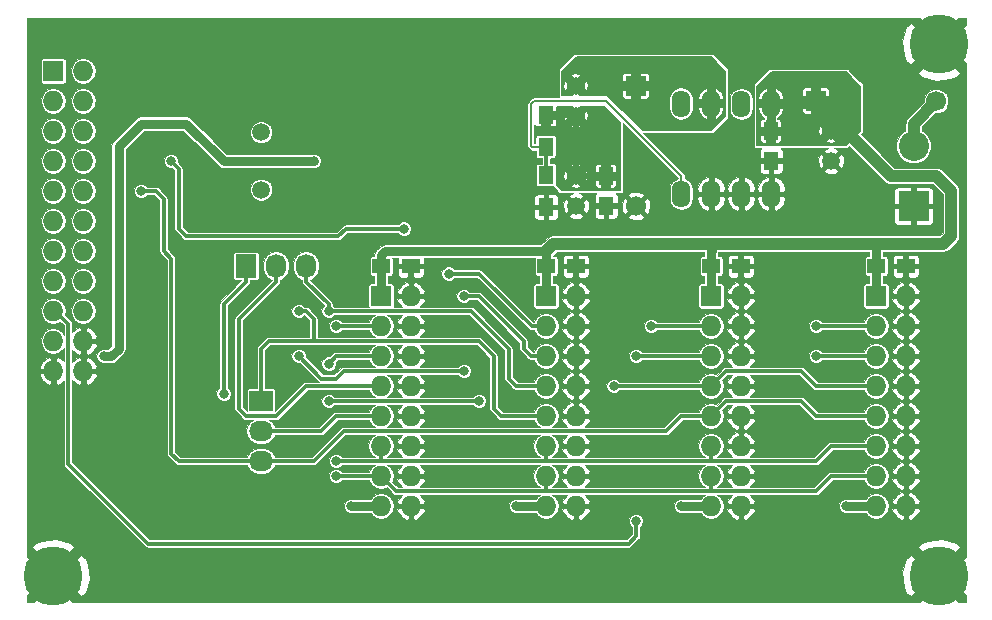
<source format=gbl>
G04 #@! TF.FileFunction,Copper,L2,Bot,Signal*
%FSLAX46Y46*%
G04 Gerber Fmt 4.6, Leading zero omitted, Abs format (unit mm)*
G04 Created by KiCad (PCBNEW (2015-07-22 BZR 5980)-product) date Montag, 16. Mai 2016 'u53' 14:53:15*
%MOMM*%
G01*
G04 APERTURE LIST*
%ADD10C,0.100000*%
%ADD11C,5.000000*%
%ADD12C,0.500000*%
%ADD13C,1.000000*%
%ADD14C,1.501140*%
%ADD15R,1.500000X1.250000*%
%ADD16R,1.250000X1.500000*%
%ADD17C,1.699260*%
%ADD18R,1.699260X1.699260*%
%ADD19R,1.727200X2.032000*%
%ADD20O,1.727200X2.032000*%
%ADD21R,2.032000X1.727200*%
%ADD22O,2.032000X1.727200*%
%ADD23R,2.540000X2.540000*%
%ADD24C,2.540000*%
%ADD25R,1.727200X1.727200*%
%ADD26O,1.727200X1.727200*%
%ADD27R,1.300000X1.500000*%
%ADD28O,1.600000X2.300000*%
%ADD29C,0.800000*%
%ADD30C,1.000000*%
%ADD31C,0.750000*%
%ADD32C,0.500000*%
%ADD33C,0.300000*%
%ADD34C,0.800000*%
%ADD35C,0.200000*%
G04 APERTURE END LIST*
D10*
D11*
X222500000Y-62500000D03*
X222500000Y-107500000D03*
D12*
X210185000Y-72390000D03*
X206375000Y-72390000D03*
X208280000Y-72370000D03*
X195580000Y-77470000D03*
X193040000Y-77470000D03*
X190500000Y-77470000D03*
X187325000Y-74930000D03*
X189230000Y-76280000D03*
X194310000Y-76200000D03*
X154305000Y-81915000D03*
X154305000Y-79375000D03*
X161925000Y-77470000D03*
X173990000Y-69215000D03*
X156845000Y-71120000D03*
X166370000Y-101600000D03*
X163830000Y-101600000D03*
X161290000Y-101600000D03*
X208280000Y-93980000D03*
X180340000Y-83820000D03*
X180340000Y-86360000D03*
X180340000Y-88900000D03*
X180340000Y-91440000D03*
X180340000Y-93980000D03*
X180340000Y-96520000D03*
X180340000Y-99060000D03*
X180340000Y-101600000D03*
X194310000Y-93980000D03*
X194310000Y-96520000D03*
X194310000Y-99060000D03*
X194310000Y-101600000D03*
X208280000Y-88900000D03*
X208280000Y-91440000D03*
X208280000Y-96520000D03*
X208280000Y-99060000D03*
X208280000Y-101600000D03*
X168910000Y-92710000D03*
X167640000Y-91440000D03*
X172720000Y-64770000D03*
X170815000Y-64770000D03*
X170815000Y-66040000D03*
X169545000Y-77470000D03*
X169545000Y-74930000D03*
X169545000Y-76200000D03*
X198120000Y-106045000D03*
X187960000Y-106045000D03*
X177800000Y-106045000D03*
X208280000Y-107315000D03*
X198120000Y-107315000D03*
X187960000Y-107315000D03*
X177800000Y-107315000D03*
X167640000Y-107315000D03*
X167640000Y-106045000D03*
X157480000Y-106045000D03*
X157480000Y-107315000D03*
X151765000Y-69215000D03*
X151765000Y-70485000D03*
X151765000Y-76835000D03*
X151765000Y-75565000D03*
X151765000Y-74295000D03*
X151765000Y-73025000D03*
X151765000Y-71755000D03*
X154305000Y-71755000D03*
X154305000Y-73025000D03*
X154305000Y-74295000D03*
X154305000Y-75565000D03*
X154305000Y-76835000D03*
X159004000Y-81915000D03*
X158750000Y-74930000D03*
X158750000Y-73660000D03*
X158750000Y-72390000D03*
X160020000Y-74930000D03*
X160020000Y-73660000D03*
X160020000Y-72390000D03*
D13*
X151765000Y-83820000D03*
D14*
X213360000Y-72390000D03*
X213360000Y-69850000D03*
D15*
X189250000Y-81280000D03*
X191750000Y-81280000D03*
D16*
X194310000Y-73680000D03*
X194310000Y-76180000D03*
D14*
X191770000Y-76200000D03*
X191770000Y-73660000D03*
D15*
X203220000Y-81280000D03*
X205720000Y-81280000D03*
X217190000Y-81280000D03*
X219690000Y-81280000D03*
D16*
X208280000Y-69870000D03*
X208280000Y-72370000D03*
D15*
X175280000Y-81280000D03*
X177780000Y-81280000D03*
D17*
X196850000Y-76200000D03*
D18*
X196850000Y-66040000D03*
D19*
X163830000Y-81280000D03*
D20*
X166370000Y-81280000D03*
X168910000Y-81280000D03*
D21*
X165100000Y-92710000D03*
D22*
X165100000Y-95250000D03*
X165100000Y-97790000D03*
D14*
X191770000Y-68580000D03*
X191770000Y-66040000D03*
D23*
X220345000Y-76200000D03*
D24*
X220345000Y-71120000D03*
D25*
X147500000Y-64770000D03*
D26*
X150040000Y-64770000D03*
X147500000Y-67310000D03*
X150040000Y-67310000D03*
X147500000Y-69850000D03*
X150040000Y-69850000D03*
X147500000Y-72390000D03*
X150040000Y-72390000D03*
X147500000Y-74930000D03*
X150040000Y-74930000D03*
X147500000Y-77470000D03*
X150040000Y-77470000D03*
X147500000Y-80010000D03*
X150040000Y-80010000D03*
X147500000Y-82550000D03*
X150040000Y-82550000D03*
X147500000Y-85090000D03*
X150040000Y-85090000D03*
X147500000Y-87630000D03*
X150040000Y-87630000D03*
X147500000Y-90170000D03*
X150040000Y-90170000D03*
D25*
X203200000Y-83820000D03*
D26*
X205740000Y-83820000D03*
X203200000Y-86360000D03*
X205740000Y-86360000D03*
X203200000Y-88900000D03*
X205740000Y-88900000D03*
X203200000Y-91440000D03*
X205740000Y-91440000D03*
X203200000Y-93980000D03*
X205740000Y-93980000D03*
X203200000Y-96520000D03*
X205740000Y-96520000D03*
X203200000Y-99060000D03*
X205740000Y-99060000D03*
X203200000Y-101600000D03*
X205740000Y-101600000D03*
D25*
X217170000Y-83820000D03*
D26*
X219710000Y-83820000D03*
X217170000Y-86360000D03*
X219710000Y-86360000D03*
X217170000Y-88900000D03*
X219710000Y-88900000D03*
X217170000Y-91440000D03*
X219710000Y-91440000D03*
X217170000Y-93980000D03*
X219710000Y-93980000D03*
X217170000Y-96520000D03*
X219710000Y-96520000D03*
X217170000Y-99060000D03*
X219710000Y-99060000D03*
X217170000Y-101600000D03*
X219710000Y-101600000D03*
D25*
X175260000Y-83820000D03*
D26*
X177800000Y-83820000D03*
X175260000Y-86360000D03*
X177800000Y-86360000D03*
X175260000Y-88900000D03*
X177800000Y-88900000D03*
X175260000Y-91440000D03*
X177800000Y-91440000D03*
X175260000Y-93980000D03*
X177800000Y-93980000D03*
X175260000Y-96520000D03*
X177800000Y-96520000D03*
X175260000Y-99060000D03*
X177800000Y-99060000D03*
X175260000Y-101600000D03*
X177800000Y-101600000D03*
D25*
X189230000Y-83820000D03*
D26*
X191770000Y-83820000D03*
X189230000Y-86360000D03*
X191770000Y-86360000D03*
X189230000Y-88900000D03*
X191770000Y-88900000D03*
X189230000Y-91440000D03*
X191770000Y-91440000D03*
X189230000Y-93980000D03*
X191770000Y-93980000D03*
X189230000Y-96520000D03*
X191770000Y-96520000D03*
X189230000Y-99060000D03*
X191770000Y-99060000D03*
X189230000Y-101600000D03*
X191770000Y-101600000D03*
D27*
X189230000Y-68500000D03*
X189230000Y-71200000D03*
X189230000Y-73580000D03*
X189230000Y-76280000D03*
D28*
X200685000Y-75174048D03*
X203225000Y-75174048D03*
X205765000Y-75174048D03*
X208305000Y-75174048D03*
X208305000Y-67554048D03*
X205765000Y-67554048D03*
X203225000Y-67554048D03*
X200685000Y-67554048D03*
D14*
X165100000Y-69949060D03*
X165100000Y-74830940D03*
D17*
X222250000Y-67310000D03*
D18*
X212090000Y-67310000D03*
D11*
X147500000Y-107500000D03*
D29*
X194945000Y-91440000D03*
X161925000Y-92075000D03*
X170819076Y-92710000D03*
X183515000Y-92710000D03*
X170815000Y-85090000D03*
X168275000Y-85090000D03*
X154940000Y-74930000D03*
X157480000Y-72390000D03*
X180975000Y-81915000D03*
X177165000Y-78105000D03*
X171450000Y-86360000D03*
X182245000Y-90170000D03*
X182245000Y-83820000D03*
X168275000Y-88900000D03*
X170815000Y-89535000D03*
X171450000Y-97790000D03*
X212090000Y-88900000D03*
X171450000Y-99060000D03*
X212090000Y-86360000D03*
X196850000Y-88900000D03*
X196850000Y-102870000D03*
X198120000Y-86360000D03*
X151765000Y-88900000D03*
X169545000Y-72390000D03*
X200660000Y-101600000D03*
X214630000Y-101600000D03*
X172720000Y-101600000D03*
X186690000Y-101600000D03*
X190500000Y-69850000D03*
D30*
X213360000Y-69850000D02*
X213360000Y-68580000D01*
X213360000Y-68580000D02*
X212090000Y-67310000D01*
X220077208Y-79388604D02*
X215287888Y-79388604D01*
X221601396Y-79388604D02*
X220077208Y-79388604D01*
X220077208Y-79388604D02*
X222871396Y-79388604D01*
X222871396Y-79388604D02*
X223520000Y-78740000D01*
X214630000Y-69850000D02*
X213360000Y-69850000D01*
X223520000Y-78740000D02*
X223520000Y-74930000D01*
X223520000Y-74930000D02*
X222250000Y-73660000D01*
X222250000Y-73660000D02*
X218440000Y-73660000D01*
X218440000Y-73660000D02*
X214630000Y-69850000D01*
D31*
X208305000Y-67554048D02*
X211845952Y-67554048D01*
X211845952Y-67554048D02*
X212090000Y-67310000D01*
X208305000Y-67554048D02*
X208305000Y-69845000D01*
X208305000Y-69845000D02*
X208280000Y-69870000D01*
X208330000Y-69920000D02*
X208280000Y-69870000D01*
D30*
X189851396Y-79388604D02*
X203175080Y-79388604D01*
X203175080Y-79388604D02*
X215287888Y-79388604D01*
D31*
X203220000Y-80022438D02*
X203220000Y-79433524D01*
X203220000Y-79433524D02*
X203175080Y-79388604D01*
D30*
X215287888Y-79388604D02*
X217170000Y-79388604D01*
D31*
X217190000Y-81280000D02*
X217190000Y-83800000D01*
X217190000Y-83800000D02*
X217170000Y-83820000D01*
X217170000Y-79388604D02*
X217190000Y-79408604D01*
X217190000Y-79408604D02*
X217190000Y-81280000D01*
D30*
X189281158Y-79958842D02*
X189851396Y-79388604D01*
D31*
X189281158Y-80000000D02*
X189281158Y-79958842D01*
X189230000Y-83820000D02*
X189230000Y-81300000D01*
X189230000Y-81300000D02*
X189250000Y-81280000D01*
X175635000Y-80000000D02*
X189281158Y-80000000D01*
X175280000Y-80355000D02*
X175635000Y-80000000D01*
X175280000Y-81280000D02*
X175280000Y-80355000D01*
X189250000Y-81280000D02*
X189250000Y-80031158D01*
X189250000Y-80031158D02*
X189281158Y-80000000D01*
X203220000Y-81280000D02*
X203220000Y-80022438D01*
X203220000Y-80022438D02*
X203242438Y-80000000D01*
X175260000Y-83820000D02*
X175260000Y-81300000D01*
X175260000Y-81300000D02*
X175280000Y-81280000D01*
X203200000Y-83820000D02*
X203200000Y-81300000D01*
X203200000Y-81300000D02*
X203220000Y-81280000D01*
X208280000Y-67579048D02*
X208305000Y-67554048D01*
D32*
X201930000Y-64770000D02*
X196816151Y-64770000D01*
X196816151Y-64770000D02*
X193040000Y-64770000D01*
X196850000Y-66040000D02*
X196850000Y-64803849D01*
X196850000Y-64803849D02*
X196816151Y-64770000D01*
X193040000Y-64770000D02*
X191770000Y-66040000D01*
X203225000Y-66065000D02*
X201930000Y-64770000D01*
X203225000Y-67554048D02*
X203225000Y-66065000D01*
D33*
X196215000Y-91440000D02*
X194945000Y-91440000D01*
X203200000Y-91440000D02*
X204470000Y-90170000D01*
X204470000Y-90170000D02*
X210820000Y-90170000D01*
X210820000Y-90170000D02*
X212090000Y-91440000D01*
X212090000Y-91440000D02*
X217170000Y-91440000D01*
X161925000Y-85082480D02*
X161925000Y-92075000D01*
X163830000Y-81280000D02*
X163830000Y-82596000D01*
X163830000Y-82596000D02*
X161925000Y-84501000D01*
X161925000Y-84501000D02*
X161925000Y-85082480D01*
X170819076Y-92710000D02*
X178252130Y-92710000D01*
X196215000Y-91440000D02*
X199390000Y-91440000D01*
X199390000Y-91440000D02*
X203200000Y-91440000D01*
X178252130Y-92710000D02*
X183515000Y-92710000D01*
X166370000Y-93980000D02*
X168910000Y-91440000D01*
X168910000Y-91440000D02*
X175260000Y-91440000D01*
X163830000Y-93980000D02*
X166370000Y-93980000D01*
X163195000Y-93345000D02*
X163830000Y-93980000D01*
X163195000Y-85771000D02*
X163195000Y-93345000D01*
X166370000Y-81280000D02*
X166370000Y-82596000D01*
X166370000Y-82596000D02*
X163195000Y-85771000D01*
X168910000Y-81280000D02*
X168910000Y-82596000D01*
X168910000Y-82596000D02*
X170815000Y-84501000D01*
X170815000Y-84501000D02*
X170815000Y-85090000D01*
X189230000Y-91440000D02*
X186690000Y-91440000D01*
X186055000Y-88265000D02*
X182880000Y-85090000D01*
X186690000Y-91440000D02*
X186055000Y-90805000D01*
X186055000Y-90805000D02*
X186055000Y-88265000D01*
X182880000Y-85090000D02*
X182060348Y-85090000D01*
X182060348Y-85090000D02*
X171478269Y-85090000D01*
X170815000Y-85090000D02*
X171478269Y-85090000D01*
X189230000Y-93980000D02*
X185420000Y-93980000D01*
X185420000Y-93980000D02*
X184785000Y-93345000D01*
X184785000Y-93345000D02*
X184785000Y-88900000D01*
X184785000Y-88900000D02*
X183515000Y-87630000D01*
X183515000Y-87630000D02*
X182561621Y-87630000D01*
X182561621Y-87630000D02*
X170944223Y-87630000D01*
X169545000Y-86557829D02*
X169545000Y-85725000D01*
X169545000Y-86995000D02*
X169545000Y-86557829D01*
X165735000Y-87630000D02*
X169507695Y-87630000D01*
X169507695Y-87630000D02*
X170944223Y-87630000D01*
X169545000Y-86557829D02*
X169545000Y-87592695D01*
X169545000Y-87592695D02*
X169507695Y-87630000D01*
X170944223Y-87630000D02*
X170180000Y-87630000D01*
X165100000Y-88265000D02*
X165735000Y-87630000D01*
X165100000Y-92710000D02*
X165100000Y-88265000D01*
X168910000Y-85090000D02*
X168275000Y-85090000D01*
X169545000Y-85725000D02*
X168910000Y-85090000D01*
X170180000Y-95250000D02*
X171450000Y-93980000D01*
X171450000Y-93980000D02*
X175260000Y-93980000D01*
X165100000Y-95250000D02*
X170180000Y-95250000D01*
X156845000Y-75565000D02*
X156210000Y-74930000D01*
X156210000Y-74930000D02*
X154940000Y-74930000D01*
X156845000Y-80010000D02*
X156845000Y-75565000D01*
X157480000Y-80645000D02*
X156845000Y-80010000D01*
X157480000Y-84455000D02*
X157480000Y-80645000D01*
X217170000Y-93980000D02*
X212090000Y-93980000D01*
X210820000Y-92710000D02*
X204470000Y-92710000D01*
X212090000Y-93980000D02*
X210820000Y-92710000D01*
X204470000Y-92710000D02*
X203200000Y-93980000D01*
X203200000Y-93980000D02*
X200660000Y-93980000D01*
X199390000Y-95250000D02*
X172085000Y-95250000D01*
X200660000Y-93980000D02*
X199390000Y-95250000D01*
X172085000Y-95250000D02*
X169545000Y-97790000D01*
X169545000Y-97790000D02*
X165100000Y-97790000D01*
X165100000Y-97790000D02*
X158115000Y-97790000D01*
X158115000Y-97790000D02*
X157480000Y-97155000D01*
X157480000Y-97155000D02*
X157480000Y-84455000D01*
X158115000Y-78105000D02*
X158115000Y-73025000D01*
X158115000Y-73025000D02*
X157480000Y-72390000D01*
X158750000Y-78740000D02*
X158115000Y-78105000D01*
X161712792Y-78740000D02*
X171652660Y-78740000D01*
X161712792Y-78740000D02*
X158750000Y-78740000D01*
X177165000Y-78105000D02*
X172287660Y-78105000D01*
X172287660Y-78105000D02*
X171652660Y-78740000D01*
X188008686Y-86360000D02*
X184074420Y-82425734D01*
X180975000Y-81915000D02*
X183563686Y-81915000D01*
X183563686Y-81915000D02*
X184074420Y-82425734D01*
X189230000Y-86360000D02*
X188008686Y-86360000D01*
X171450000Y-86360000D02*
X175260000Y-86360000D01*
X182245000Y-83820000D02*
X183515000Y-83820000D01*
X183515000Y-83820000D02*
X187325000Y-87630000D01*
X187325000Y-88265000D02*
X187960000Y-88900000D01*
X187325000Y-87630000D02*
X187325000Y-88265000D01*
X187960000Y-88900000D02*
X189230000Y-88900000D01*
X182245000Y-90170000D02*
X172085000Y-90170000D01*
X172085000Y-90170000D02*
X171450000Y-90805000D01*
X171450000Y-90805000D02*
X170180000Y-90805000D01*
X170180000Y-90805000D02*
X168275000Y-88900000D01*
X171450000Y-88900000D02*
X170815000Y-89535000D01*
X175260000Y-88900000D02*
X171450000Y-88900000D01*
X217170000Y-96520000D02*
X213360000Y-96520000D01*
X213360000Y-96520000D02*
X212090000Y-97790000D01*
X212090000Y-97790000D02*
X211281315Y-97790000D01*
X211281315Y-97790000D02*
X203176125Y-97790000D01*
X173355000Y-97790000D02*
X171450000Y-97790000D01*
X173355000Y-97790000D02*
X175277269Y-97790000D01*
X175260000Y-97741314D02*
X175277269Y-97758583D01*
X175277269Y-97758583D02*
X175277269Y-97790000D01*
X175277269Y-97790000D02*
X189324648Y-97790000D01*
X175260000Y-96520000D02*
X175260000Y-97741314D01*
X189324648Y-97790000D02*
X203176125Y-97790000D01*
X189230000Y-96520000D02*
X189230000Y-97741314D01*
X189230000Y-97741314D02*
X189278686Y-97790000D01*
X189278686Y-97790000D02*
X189324648Y-97790000D01*
X203200000Y-96520000D02*
X203200000Y-97766125D01*
X203200000Y-97766125D02*
X203176125Y-97790000D01*
X213360000Y-88900000D02*
X214400606Y-88900000D01*
X214400606Y-88900000D02*
X217170000Y-88900000D01*
X212090000Y-88900000D02*
X214400606Y-88900000D01*
X217170000Y-99060000D02*
X213360000Y-99060000D01*
X213360000Y-99060000D02*
X212090000Y-100330000D01*
X210432352Y-100330000D02*
X203310459Y-100330000D01*
X212090000Y-100330000D02*
X210432352Y-100330000D01*
X189230000Y-100330000D02*
X203310459Y-100330000D01*
X203200000Y-99060000D02*
X203200000Y-100281314D01*
X203200000Y-100281314D02*
X203248686Y-100330000D01*
X203248686Y-100330000D02*
X203310459Y-100330000D01*
X189230000Y-100330000D02*
X176530000Y-100330000D01*
X176530000Y-100330000D02*
X175260000Y-99060000D01*
X189230000Y-99060000D02*
X189230000Y-100330000D01*
X171450000Y-99060000D02*
X175260000Y-99060000D01*
X213360000Y-86360000D02*
X214241492Y-86360000D01*
X214241492Y-86360000D02*
X217170000Y-86360000D01*
X212090000Y-86360000D02*
X214241492Y-86360000D01*
X203200000Y-88900000D02*
X198960990Y-88900000D01*
X198960990Y-88900000D02*
X198755000Y-88900000D01*
X196850000Y-88900000D02*
X198960990Y-88900000D01*
X196215000Y-104775000D02*
X196850000Y-104140000D01*
X196850000Y-104140000D02*
X196850000Y-102870000D01*
X196057128Y-104775000D02*
X196215000Y-104775000D01*
X193694558Y-104775000D02*
X196057128Y-104775000D01*
X193694558Y-104775000D02*
X155489002Y-104775000D01*
X155489002Y-104775000D02*
X148750000Y-98035998D01*
X148750000Y-86170000D02*
X147500000Y-84920000D01*
X148750000Y-98035998D02*
X148750000Y-86170000D01*
X193694558Y-104775000D02*
X194310000Y-104775000D01*
X198755000Y-88900000D02*
X198120000Y-88900000D01*
X199390000Y-86360000D02*
X200500517Y-86360000D01*
X200500517Y-86360000D02*
X203200000Y-86360000D01*
X198120000Y-86360000D02*
X200500517Y-86360000D01*
D34*
X169545000Y-72390000D02*
X161925000Y-72390000D01*
X161925000Y-72390000D02*
X158750000Y-69215000D01*
X158750000Y-69215000D02*
X154940000Y-69215000D01*
X154940000Y-69215000D02*
X153035000Y-71120000D01*
X153035000Y-71120000D02*
X153035000Y-88265000D01*
X153035000Y-88265000D02*
X152400000Y-88900000D01*
X152400000Y-88900000D02*
X151765000Y-88900000D01*
X203200000Y-101600000D02*
X200660000Y-101600000D01*
X217170000Y-101600000D02*
X214630000Y-101600000D01*
X175260000Y-101600000D02*
X172720000Y-101600000D01*
X189230000Y-101600000D02*
X186690000Y-101600000D01*
D35*
X187960000Y-71120000D02*
X187960000Y-67559998D01*
X200685000Y-73685000D02*
X200685000Y-75174048D01*
X194299999Y-67299999D02*
X200685000Y-73685000D01*
X188219999Y-67299999D02*
X194299999Y-67299999D01*
X187960000Y-67559998D02*
X188219999Y-67299999D01*
X189230000Y-71200000D02*
X188040000Y-71200000D01*
X188040000Y-71200000D02*
X187960000Y-71120000D01*
D33*
X189230000Y-71200000D02*
X189230000Y-73580000D01*
X189230000Y-73580000D02*
X189230000Y-73680000D01*
D32*
X191770000Y-68580000D02*
X191770000Y-69834859D01*
X191770000Y-69834859D02*
X191770000Y-73660000D01*
X190500000Y-69850000D02*
X191754859Y-69850000D01*
X191754859Y-69850000D02*
X191770000Y-69834859D01*
X189230000Y-68500000D02*
X191690000Y-68500000D01*
X191770000Y-73660000D02*
X194290000Y-73660000D01*
X194290000Y-73660000D02*
X194310000Y-73680000D01*
X191690000Y-68500000D02*
X191770000Y-68580000D01*
D30*
X220345000Y-71120000D02*
X220345000Y-69215000D01*
X220345000Y-69215000D02*
X222250000Y-67310000D01*
D10*
G36*
X222500000Y-61863604D02*
X224113604Y-60250000D01*
X224750000Y-60250000D01*
X224750000Y-60886396D01*
X223136396Y-62500000D01*
X224750000Y-64113604D01*
X224750000Y-105886396D01*
X223136396Y-107500000D01*
X224750000Y-109113604D01*
X224750000Y-109750000D01*
X224113604Y-109750000D01*
X222500000Y-108136396D01*
X220886396Y-109750000D01*
X149113604Y-109750000D01*
X147500000Y-108136396D01*
X145886396Y-109750000D01*
X145250000Y-109750000D01*
X145250000Y-109113604D01*
X146863604Y-107500000D01*
X148136396Y-107500000D01*
X149895671Y-109259275D01*
X150253866Y-108944570D01*
X150597054Y-107780750D01*
X150537342Y-107219250D01*
X219402946Y-107219250D01*
X219531257Y-108425813D01*
X219746134Y-108944570D01*
X220104329Y-109259275D01*
X221863604Y-107500000D01*
X220104329Y-105740725D01*
X219746134Y-106055430D01*
X219402946Y-107219250D01*
X150537342Y-107219250D01*
X150468743Y-106574187D01*
X150253866Y-106055430D01*
X149895671Y-105740725D01*
X148136396Y-107500000D01*
X146863604Y-107500000D01*
X146863604Y-107500000D01*
X145250000Y-105886396D01*
X145250000Y-105104329D01*
X145740725Y-105104329D01*
X147500000Y-106863604D01*
X149259275Y-105104329D01*
X148944570Y-104746134D01*
X147780750Y-104402946D01*
X146574187Y-104531257D01*
X146055430Y-104746134D01*
X145740725Y-105104329D01*
X145250000Y-105104329D01*
X145250000Y-90554794D01*
X146348999Y-90554794D01*
X146583868Y-90965972D01*
X146958210Y-91255971D01*
X147115209Y-91320983D01*
X147300000Y-91278197D01*
X147300000Y-90370000D01*
X146390475Y-90370000D01*
X146348999Y-90554794D01*
X145250000Y-90554794D01*
X145250000Y-89785206D01*
X146348999Y-89785206D01*
X146390475Y-89970000D01*
X147300000Y-89970000D01*
X147300000Y-89061803D01*
X147115209Y-89019017D01*
X146958210Y-89084029D01*
X146583868Y-89374028D01*
X146348999Y-89785206D01*
X145250000Y-89785206D01*
X145250000Y-85069163D01*
X146436400Y-85069163D01*
X146436400Y-85110837D01*
X146517362Y-85517859D01*
X146747921Y-85862916D01*
X147092978Y-86093475D01*
X147500000Y-86174437D01*
X147907022Y-86093475D01*
X148069762Y-85984736D01*
X148400000Y-86314974D01*
X148400000Y-87078464D01*
X148252079Y-86857084D01*
X147907022Y-86626525D01*
X147500000Y-86545563D01*
X147092978Y-86626525D01*
X146747921Y-86857084D01*
X146517362Y-87202141D01*
X146436400Y-87609163D01*
X146436400Y-87650837D01*
X146517362Y-88057859D01*
X146747921Y-88402916D01*
X147092978Y-88633475D01*
X147500000Y-88714437D01*
X147907022Y-88633475D01*
X148252079Y-88402916D01*
X148400000Y-88181536D01*
X148400000Y-89361531D01*
X148041790Y-89084029D01*
X147884791Y-89019017D01*
X147700000Y-89061803D01*
X147700000Y-89970000D01*
X147720000Y-89970000D01*
X147720000Y-90370000D01*
X147700000Y-90370000D01*
X147700000Y-91278197D01*
X147884791Y-91320983D01*
X148041790Y-91255971D01*
X148400000Y-90978469D01*
X148400000Y-98035998D01*
X148418761Y-98130317D01*
X148426642Y-98169937D01*
X148502513Y-98283485D01*
X155241515Y-105022487D01*
X155355063Y-105098358D01*
X155489002Y-105125000D01*
X196215000Y-105125000D01*
X196318920Y-105104329D01*
X220740725Y-105104329D01*
X222500000Y-106863604D01*
X224259275Y-105104329D01*
X223944570Y-104746134D01*
X222780750Y-104402946D01*
X221574187Y-104531257D01*
X221055430Y-104746134D01*
X220740725Y-105104329D01*
X196318920Y-105104329D01*
X196348939Y-105098358D01*
X196462487Y-105022487D01*
X197097488Y-104387487D01*
X197173358Y-104273939D01*
X197200000Y-104140000D01*
X197200000Y-103368399D01*
X197358359Y-103210317D01*
X197449896Y-102989871D01*
X197450104Y-102751176D01*
X197358952Y-102530571D01*
X197190317Y-102361641D01*
X196969871Y-102270104D01*
X196731176Y-102269896D01*
X196510571Y-102361048D01*
X196341641Y-102529683D01*
X196250104Y-102750129D01*
X196249896Y-102988824D01*
X196341048Y-103209429D01*
X196500000Y-103368659D01*
X196500000Y-103995025D01*
X196070026Y-104425000D01*
X155633976Y-104425000D01*
X152927800Y-101718824D01*
X172119896Y-101718824D01*
X172211048Y-101939429D01*
X172379683Y-102108359D01*
X172600129Y-102199896D01*
X172838824Y-102200104D01*
X172839076Y-102200000D01*
X174385468Y-102200000D01*
X174487084Y-102352079D01*
X174832141Y-102582638D01*
X175239163Y-102663600D01*
X175280837Y-102663600D01*
X175687859Y-102582638D01*
X176032916Y-102352079D01*
X176263475Y-102007022D01*
X176267897Y-101984791D01*
X176649017Y-101984791D01*
X176714029Y-102141790D01*
X177004028Y-102516132D01*
X177415206Y-102751001D01*
X177600000Y-102709525D01*
X177600000Y-101800000D01*
X178000000Y-101800000D01*
X178000000Y-102709525D01*
X178184794Y-102751001D01*
X178595972Y-102516132D01*
X178885971Y-102141790D01*
X178950983Y-101984791D01*
X178908197Y-101800000D01*
X178000000Y-101800000D01*
X177600000Y-101800000D01*
X177600000Y-101800000D01*
X176691803Y-101800000D01*
X176649017Y-101984791D01*
X176267897Y-101984791D01*
X176344437Y-101600000D01*
X176263475Y-101192978D01*
X176032916Y-100847921D01*
X175687859Y-100617362D01*
X175280837Y-100536400D01*
X175239163Y-100536400D01*
X174832141Y-100617362D01*
X174487084Y-100847921D01*
X174385468Y-101000000D01*
X172720523Y-101000000D01*
X172601176Y-100999896D01*
X172380571Y-101091048D01*
X172211641Y-101259683D01*
X172120104Y-101480129D01*
X172119896Y-101718824D01*
X152927800Y-101718824D01*
X149100000Y-97891024D01*
X149100000Y-90924187D01*
X149123868Y-90965972D01*
X149498210Y-91255971D01*
X149655209Y-91320983D01*
X149840000Y-91278197D01*
X149840000Y-90370000D01*
X150240000Y-90370000D01*
X150240000Y-91278197D01*
X150424791Y-91320983D01*
X150581790Y-91255971D01*
X150956132Y-90965972D01*
X151191001Y-90554794D01*
X151149525Y-90370000D01*
X150240000Y-90370000D01*
X149840000Y-90370000D01*
X149840000Y-90370000D01*
X149820000Y-90370000D01*
X149820000Y-89970000D01*
X149840000Y-89970000D01*
X149840000Y-89061803D01*
X150240000Y-89061803D01*
X150240000Y-89970000D01*
X151149525Y-89970000D01*
X151191001Y-89785206D01*
X150956132Y-89374028D01*
X150581790Y-89084029D01*
X150424791Y-89019017D01*
X150240000Y-89061803D01*
X149840000Y-89061803D01*
X149840000Y-89061803D01*
X149655209Y-89019017D01*
X149498210Y-89084029D01*
X149123868Y-89374028D01*
X149100000Y-89415813D01*
X149100000Y-89018824D01*
X151164896Y-89018824D01*
X151256048Y-89239429D01*
X151424683Y-89408359D01*
X151645129Y-89499896D01*
X151883824Y-89500104D01*
X151884076Y-89500000D01*
X152400000Y-89500000D01*
X152629610Y-89454328D01*
X152824264Y-89324264D01*
X153459264Y-88689264D01*
X153589328Y-88494610D01*
X153635000Y-88265000D01*
X153635000Y-75048824D01*
X154339896Y-75048824D01*
X154431048Y-75269429D01*
X154599683Y-75438359D01*
X154820129Y-75529896D01*
X155058824Y-75530104D01*
X155279429Y-75438952D01*
X155438659Y-75280000D01*
X156065026Y-75280000D01*
X156495000Y-75709975D01*
X156495000Y-80010000D01*
X156516663Y-80118906D01*
X156521642Y-80143939D01*
X156597513Y-80257487D01*
X157130000Y-80789975D01*
X157130000Y-97155000D01*
X157136983Y-97190104D01*
X157156642Y-97288939D01*
X157232513Y-97402487D01*
X157867513Y-98037488D01*
X157948070Y-98091314D01*
X157981061Y-98113358D01*
X158115000Y-98140000D01*
X163929797Y-98140000D01*
X163941139Y-98197022D01*
X164171698Y-98542079D01*
X164516755Y-98772638D01*
X164923777Y-98853600D01*
X165276223Y-98853600D01*
X165683245Y-98772638D01*
X166028302Y-98542079D01*
X166258861Y-98197022D01*
X166270203Y-98140000D01*
X169545000Y-98140000D01*
X169678939Y-98113358D01*
X169792487Y-98037487D01*
X172229975Y-95600000D01*
X174738396Y-95600000D01*
X174487084Y-95767921D01*
X174256525Y-96112978D01*
X174175563Y-96520000D01*
X174256525Y-96927022D01*
X174487084Y-97272079D01*
X174738396Y-97440000D01*
X171948399Y-97440000D01*
X171790317Y-97281641D01*
X171569871Y-97190104D01*
X171331176Y-97189896D01*
X171110571Y-97281048D01*
X170941641Y-97449683D01*
X170850104Y-97670129D01*
X170849896Y-97908824D01*
X170941048Y-98129429D01*
X171109683Y-98298359D01*
X171330129Y-98389896D01*
X171568824Y-98390104D01*
X171789429Y-98298952D01*
X171948659Y-98140000D01*
X174738396Y-98140000D01*
X174487084Y-98307921D01*
X174256525Y-98652978D01*
X174245183Y-98710000D01*
X171948399Y-98710000D01*
X171790317Y-98551641D01*
X171569871Y-98460104D01*
X171331176Y-98459896D01*
X171110571Y-98551048D01*
X170941641Y-98719683D01*
X170850104Y-98940129D01*
X170849896Y-99178824D01*
X170941048Y-99399429D01*
X171109683Y-99568359D01*
X171330129Y-99659896D01*
X171568824Y-99660104D01*
X171789429Y-99568952D01*
X171948659Y-99410000D01*
X174245183Y-99410000D01*
X174256525Y-99467022D01*
X174487084Y-99812079D01*
X174832141Y-100042638D01*
X175239163Y-100123600D01*
X175280837Y-100123600D01*
X175687859Y-100042638D01*
X175723709Y-100018684D01*
X176282512Y-100577487D01*
X176396060Y-100653358D01*
X176418282Y-100657778D01*
X176530000Y-100680000D01*
X177010800Y-100680000D01*
X177004028Y-100683868D01*
X176714029Y-101058210D01*
X176649017Y-101215209D01*
X176691803Y-101400000D01*
X177600000Y-101400000D01*
X177600000Y-101380000D01*
X178000000Y-101380000D01*
X178000000Y-101400000D01*
X178908197Y-101400000D01*
X178950983Y-101215209D01*
X178885971Y-101058210D01*
X178595972Y-100683868D01*
X178589200Y-100680000D01*
X188708396Y-100680000D01*
X188457084Y-100847921D01*
X188355468Y-101000000D01*
X186690523Y-101000000D01*
X186571176Y-100999896D01*
X186350571Y-101091048D01*
X186181641Y-101259683D01*
X186090104Y-101480129D01*
X186089896Y-101718824D01*
X186181048Y-101939429D01*
X186349683Y-102108359D01*
X186570129Y-102199896D01*
X186808824Y-102200104D01*
X186809076Y-102200000D01*
X188355468Y-102200000D01*
X188457084Y-102352079D01*
X188802141Y-102582638D01*
X189209163Y-102663600D01*
X189250837Y-102663600D01*
X189657859Y-102582638D01*
X190002916Y-102352079D01*
X190233475Y-102007022D01*
X190237897Y-101984791D01*
X190619017Y-101984791D01*
X190684029Y-102141790D01*
X190974028Y-102516132D01*
X191385206Y-102751001D01*
X191570000Y-102709525D01*
X191570000Y-101800000D01*
X191970000Y-101800000D01*
X191970000Y-102709525D01*
X192154794Y-102751001D01*
X192565972Y-102516132D01*
X192855971Y-102141790D01*
X192920983Y-101984791D01*
X192878197Y-101800000D01*
X191970000Y-101800000D01*
X191570000Y-101800000D01*
X191570000Y-101800000D01*
X190661803Y-101800000D01*
X190619017Y-101984791D01*
X190237897Y-101984791D01*
X190314437Y-101600000D01*
X190233475Y-101192978D01*
X190002916Y-100847921D01*
X189751604Y-100680000D01*
X190980800Y-100680000D01*
X190974028Y-100683868D01*
X190684029Y-101058210D01*
X190619017Y-101215209D01*
X190661803Y-101400000D01*
X191570000Y-101400000D01*
X191570000Y-101380000D01*
X191970000Y-101380000D01*
X191970000Y-101400000D01*
X192878197Y-101400000D01*
X192920983Y-101215209D01*
X192855971Y-101058210D01*
X192565972Y-100683868D01*
X192559200Y-100680000D01*
X202678396Y-100680000D01*
X202427084Y-100847921D01*
X202325468Y-101000000D01*
X200660523Y-101000000D01*
X200541176Y-100999896D01*
X200320571Y-101091048D01*
X200151641Y-101259683D01*
X200060104Y-101480129D01*
X200059896Y-101718824D01*
X200151048Y-101939429D01*
X200319683Y-102108359D01*
X200540129Y-102199896D01*
X200778824Y-102200104D01*
X200779076Y-102200000D01*
X202325468Y-102200000D01*
X202427084Y-102352079D01*
X202772141Y-102582638D01*
X203179163Y-102663600D01*
X203220837Y-102663600D01*
X203627859Y-102582638D01*
X203972916Y-102352079D01*
X204203475Y-102007022D01*
X204207897Y-101984791D01*
X204589017Y-101984791D01*
X204654029Y-102141790D01*
X204944028Y-102516132D01*
X205355206Y-102751001D01*
X205540000Y-102709525D01*
X205540000Y-101800000D01*
X205940000Y-101800000D01*
X205940000Y-102709525D01*
X206124794Y-102751001D01*
X206535972Y-102516132D01*
X206825971Y-102141790D01*
X206890983Y-101984791D01*
X206848197Y-101800000D01*
X205940000Y-101800000D01*
X205540000Y-101800000D01*
X205540000Y-101800000D01*
X204631803Y-101800000D01*
X204589017Y-101984791D01*
X204207897Y-101984791D01*
X204260801Y-101718824D01*
X214029896Y-101718824D01*
X214121048Y-101939429D01*
X214289683Y-102108359D01*
X214510129Y-102199896D01*
X214748824Y-102200104D01*
X214749076Y-102200000D01*
X216295468Y-102200000D01*
X216397084Y-102352079D01*
X216742141Y-102582638D01*
X217149163Y-102663600D01*
X217190837Y-102663600D01*
X217597859Y-102582638D01*
X217942916Y-102352079D01*
X218173475Y-102007022D01*
X218177897Y-101984791D01*
X218559017Y-101984791D01*
X218624029Y-102141790D01*
X218914028Y-102516132D01*
X219325206Y-102751001D01*
X219510000Y-102709525D01*
X219510000Y-101800000D01*
X219910000Y-101800000D01*
X219910000Y-102709525D01*
X220094794Y-102751001D01*
X220505972Y-102516132D01*
X220795971Y-102141790D01*
X220860983Y-101984791D01*
X220818197Y-101800000D01*
X219910000Y-101800000D01*
X219510000Y-101800000D01*
X219510000Y-101800000D01*
X218601803Y-101800000D01*
X218559017Y-101984791D01*
X218177897Y-101984791D01*
X218254437Y-101600000D01*
X218177898Y-101215209D01*
X218559017Y-101215209D01*
X218601803Y-101400000D01*
X219510000Y-101400000D01*
X219510000Y-100490475D01*
X219910000Y-100490475D01*
X219910000Y-101400000D01*
X220818197Y-101400000D01*
X220860983Y-101215209D01*
X220795971Y-101058210D01*
X220505972Y-100683868D01*
X220094794Y-100448999D01*
X219910000Y-100490475D01*
X219510000Y-100490475D01*
X219510000Y-100490475D01*
X219325206Y-100448999D01*
X218914028Y-100683868D01*
X218624029Y-101058210D01*
X218559017Y-101215209D01*
X218177898Y-101215209D01*
X218173475Y-101192978D01*
X217942916Y-100847921D01*
X217597859Y-100617362D01*
X217190837Y-100536400D01*
X217149163Y-100536400D01*
X216742141Y-100617362D01*
X216397084Y-100847921D01*
X216295468Y-101000000D01*
X214630523Y-101000000D01*
X214511176Y-100999896D01*
X214290571Y-101091048D01*
X214121641Y-101259683D01*
X214030104Y-101480129D01*
X214029896Y-101718824D01*
X204260801Y-101718824D01*
X204284437Y-101600000D01*
X204203475Y-101192978D01*
X203972916Y-100847921D01*
X203721604Y-100680000D01*
X204950800Y-100680000D01*
X204944028Y-100683868D01*
X204654029Y-101058210D01*
X204589017Y-101215209D01*
X204631803Y-101400000D01*
X205540000Y-101400000D01*
X205540000Y-101380000D01*
X205940000Y-101380000D01*
X205940000Y-101400000D01*
X206848197Y-101400000D01*
X206890983Y-101215209D01*
X206825971Y-101058210D01*
X206535972Y-100683868D01*
X206529200Y-100680000D01*
X212090000Y-100680000D01*
X212223939Y-100653358D01*
X212337487Y-100577487D01*
X213504975Y-99410000D01*
X216155183Y-99410000D01*
X216166525Y-99467022D01*
X216397084Y-99812079D01*
X216742141Y-100042638D01*
X217149163Y-100123600D01*
X217190837Y-100123600D01*
X217597859Y-100042638D01*
X217942916Y-99812079D01*
X218173475Y-99467022D01*
X218177897Y-99444791D01*
X218559017Y-99444791D01*
X218624029Y-99601790D01*
X218914028Y-99976132D01*
X219325206Y-100211001D01*
X219510000Y-100169525D01*
X219510000Y-99260000D01*
X219910000Y-99260000D01*
X219910000Y-100169525D01*
X220094794Y-100211001D01*
X220505972Y-99976132D01*
X220795971Y-99601790D01*
X220860983Y-99444791D01*
X220818197Y-99260000D01*
X219910000Y-99260000D01*
X219510000Y-99260000D01*
X219510000Y-99260000D01*
X218601803Y-99260000D01*
X218559017Y-99444791D01*
X218177897Y-99444791D01*
X218254437Y-99060000D01*
X218177898Y-98675209D01*
X218559017Y-98675209D01*
X218601803Y-98860000D01*
X219510000Y-98860000D01*
X219510000Y-97950475D01*
X219910000Y-97950475D01*
X219910000Y-98860000D01*
X220818197Y-98860000D01*
X220860983Y-98675209D01*
X220795971Y-98518210D01*
X220505972Y-98143868D01*
X220094794Y-97908999D01*
X219910000Y-97950475D01*
X219510000Y-97950475D01*
X219510000Y-97950475D01*
X219325206Y-97908999D01*
X218914028Y-98143868D01*
X218624029Y-98518210D01*
X218559017Y-98675209D01*
X218177898Y-98675209D01*
X218173475Y-98652978D01*
X217942916Y-98307921D01*
X217597859Y-98077362D01*
X217190837Y-97996400D01*
X217149163Y-97996400D01*
X216742141Y-98077362D01*
X216397084Y-98307921D01*
X216166525Y-98652978D01*
X216155183Y-98710000D01*
X213360000Y-98710000D01*
X213248282Y-98732222D01*
X213226060Y-98736642D01*
X213112512Y-98812513D01*
X211945026Y-99980000D01*
X206529200Y-99980000D01*
X206535972Y-99976132D01*
X206825971Y-99601790D01*
X206890983Y-99444791D01*
X206848197Y-99260000D01*
X205940000Y-99260000D01*
X205940000Y-99280000D01*
X205540000Y-99280000D01*
X205540000Y-99260000D01*
X204631803Y-99260000D01*
X204589017Y-99444791D01*
X204654029Y-99601790D01*
X204944028Y-99976132D01*
X204950800Y-99980000D01*
X203721604Y-99980000D01*
X203972916Y-99812079D01*
X204203475Y-99467022D01*
X204284437Y-99060000D01*
X204203475Y-98652978D01*
X203972916Y-98307921D01*
X203721604Y-98140000D01*
X204950800Y-98140000D01*
X204944028Y-98143868D01*
X204654029Y-98518210D01*
X204589017Y-98675209D01*
X204631803Y-98860000D01*
X205540000Y-98860000D01*
X205540000Y-98840000D01*
X205940000Y-98840000D01*
X205940000Y-98860000D01*
X206848197Y-98860000D01*
X206890983Y-98675209D01*
X206825971Y-98518210D01*
X206535972Y-98143868D01*
X206529200Y-98140000D01*
X212090000Y-98140000D01*
X212223939Y-98113358D01*
X212337487Y-98037487D01*
X213504975Y-96870000D01*
X216155183Y-96870000D01*
X216166525Y-96927022D01*
X216397084Y-97272079D01*
X216742141Y-97502638D01*
X217149163Y-97583600D01*
X217190837Y-97583600D01*
X217597859Y-97502638D01*
X217942916Y-97272079D01*
X218173475Y-96927022D01*
X218177897Y-96904791D01*
X218559017Y-96904791D01*
X218624029Y-97061790D01*
X218914028Y-97436132D01*
X219325206Y-97671001D01*
X219510000Y-97629525D01*
X219510000Y-96720000D01*
X219910000Y-96720000D01*
X219910000Y-97629525D01*
X220094794Y-97671001D01*
X220505972Y-97436132D01*
X220795971Y-97061790D01*
X220860983Y-96904791D01*
X220818197Y-96720000D01*
X219910000Y-96720000D01*
X219510000Y-96720000D01*
X219510000Y-96720000D01*
X218601803Y-96720000D01*
X218559017Y-96904791D01*
X218177897Y-96904791D01*
X218254437Y-96520000D01*
X218177898Y-96135209D01*
X218559017Y-96135209D01*
X218601803Y-96320000D01*
X219510000Y-96320000D01*
X219510000Y-95410475D01*
X219910000Y-95410475D01*
X219910000Y-96320000D01*
X220818197Y-96320000D01*
X220860983Y-96135209D01*
X220795971Y-95978210D01*
X220505972Y-95603868D01*
X220094794Y-95368999D01*
X219910000Y-95410475D01*
X219510000Y-95410475D01*
X219510000Y-95410475D01*
X219325206Y-95368999D01*
X218914028Y-95603868D01*
X218624029Y-95978210D01*
X218559017Y-96135209D01*
X218177898Y-96135209D01*
X218173475Y-96112978D01*
X217942916Y-95767921D01*
X217597859Y-95537362D01*
X217190837Y-95456400D01*
X217149163Y-95456400D01*
X216742141Y-95537362D01*
X216397084Y-95767921D01*
X216166525Y-96112978D01*
X216155183Y-96170000D01*
X213360000Y-96170000D01*
X213248282Y-96192222D01*
X213226060Y-96196642D01*
X213112512Y-96272513D01*
X211945026Y-97440000D01*
X206529200Y-97440000D01*
X206535972Y-97436132D01*
X206825971Y-97061790D01*
X206890983Y-96904791D01*
X206848197Y-96720000D01*
X205940000Y-96720000D01*
X205940000Y-96740000D01*
X205540000Y-96740000D01*
X205540000Y-96720000D01*
X204631803Y-96720000D01*
X204589017Y-96904791D01*
X204654029Y-97061790D01*
X204944028Y-97436132D01*
X204950800Y-97440000D01*
X203721604Y-97440000D01*
X203972916Y-97272079D01*
X204203475Y-96927022D01*
X204284437Y-96520000D01*
X204207898Y-96135209D01*
X204589017Y-96135209D01*
X204631803Y-96320000D01*
X205540000Y-96320000D01*
X205540000Y-95410475D01*
X205940000Y-95410475D01*
X205940000Y-96320000D01*
X206848197Y-96320000D01*
X206890983Y-96135209D01*
X206825971Y-95978210D01*
X206535972Y-95603868D01*
X206124794Y-95368999D01*
X205940000Y-95410475D01*
X205540000Y-95410475D01*
X205540000Y-95410475D01*
X205355206Y-95368999D01*
X204944028Y-95603868D01*
X204654029Y-95978210D01*
X204589017Y-96135209D01*
X204207898Y-96135209D01*
X204203475Y-96112978D01*
X203972916Y-95767921D01*
X203627859Y-95537362D01*
X203220837Y-95456400D01*
X203179163Y-95456400D01*
X202772141Y-95537362D01*
X202427084Y-95767921D01*
X202196525Y-96112978D01*
X202115563Y-96520000D01*
X202196525Y-96927022D01*
X202427084Y-97272079D01*
X202678396Y-97440000D01*
X192559200Y-97440000D01*
X192565972Y-97436132D01*
X192855971Y-97061790D01*
X192920983Y-96904791D01*
X192878197Y-96720000D01*
X191970000Y-96720000D01*
X191970000Y-96740000D01*
X191570000Y-96740000D01*
X191570000Y-96720000D01*
X190661803Y-96720000D01*
X190619017Y-96904791D01*
X190684029Y-97061790D01*
X190974028Y-97436132D01*
X190980800Y-97440000D01*
X189751604Y-97440000D01*
X190002916Y-97272079D01*
X190233475Y-96927022D01*
X190314437Y-96520000D01*
X190233475Y-96112978D01*
X190002916Y-95767921D01*
X189751604Y-95600000D01*
X190980800Y-95600000D01*
X190974028Y-95603868D01*
X190684029Y-95978210D01*
X190619017Y-96135209D01*
X190661803Y-96320000D01*
X191570000Y-96320000D01*
X191570000Y-96300000D01*
X191970000Y-96300000D01*
X191970000Y-96320000D01*
X192878197Y-96320000D01*
X192920983Y-96135209D01*
X192855971Y-95978210D01*
X192565972Y-95603868D01*
X192559200Y-95600000D01*
X199390000Y-95600000D01*
X199523939Y-95573358D01*
X199637487Y-95497487D01*
X200804975Y-94330000D01*
X202185183Y-94330000D01*
X202196525Y-94387022D01*
X202427084Y-94732079D01*
X202772141Y-94962638D01*
X203179163Y-95043600D01*
X203220837Y-95043600D01*
X203627859Y-94962638D01*
X203972916Y-94732079D01*
X204203475Y-94387022D01*
X204207897Y-94364791D01*
X204589017Y-94364791D01*
X204654029Y-94521790D01*
X204944028Y-94896132D01*
X205355206Y-95131001D01*
X205540000Y-95089525D01*
X205540000Y-94180000D01*
X205940000Y-94180000D01*
X205940000Y-95089525D01*
X206124794Y-95131001D01*
X206535972Y-94896132D01*
X206825971Y-94521790D01*
X206890983Y-94364791D01*
X206848197Y-94180000D01*
X205940000Y-94180000D01*
X205540000Y-94180000D01*
X205540000Y-94180000D01*
X204631803Y-94180000D01*
X204589017Y-94364791D01*
X204207897Y-94364791D01*
X204284437Y-93980000D01*
X204203475Y-93572978D01*
X204162829Y-93512146D01*
X204614975Y-93060000D01*
X204950800Y-93060000D01*
X204944028Y-93063868D01*
X204654029Y-93438210D01*
X204589017Y-93595209D01*
X204631803Y-93780000D01*
X205540000Y-93780000D01*
X205540000Y-93760000D01*
X205940000Y-93760000D01*
X205940000Y-93780000D01*
X206848197Y-93780000D01*
X206890983Y-93595209D01*
X206825971Y-93438210D01*
X206535972Y-93063868D01*
X206529200Y-93060000D01*
X210675026Y-93060000D01*
X211842512Y-94227487D01*
X211956060Y-94303358D01*
X211978282Y-94307778D01*
X212090000Y-94330000D01*
X216155183Y-94330000D01*
X216166525Y-94387022D01*
X216397084Y-94732079D01*
X216742141Y-94962638D01*
X217149163Y-95043600D01*
X217190837Y-95043600D01*
X217597859Y-94962638D01*
X217942916Y-94732079D01*
X218173475Y-94387022D01*
X218177897Y-94364791D01*
X218559017Y-94364791D01*
X218624029Y-94521790D01*
X218914028Y-94896132D01*
X219325206Y-95131001D01*
X219510000Y-95089525D01*
X219510000Y-94180000D01*
X219910000Y-94180000D01*
X219910000Y-95089525D01*
X220094794Y-95131001D01*
X220505972Y-94896132D01*
X220795971Y-94521790D01*
X220860983Y-94364791D01*
X220818197Y-94180000D01*
X219910000Y-94180000D01*
X219510000Y-94180000D01*
X219510000Y-94180000D01*
X218601803Y-94180000D01*
X218559017Y-94364791D01*
X218177897Y-94364791D01*
X218254437Y-93980000D01*
X218177898Y-93595209D01*
X218559017Y-93595209D01*
X218601803Y-93780000D01*
X219510000Y-93780000D01*
X219510000Y-92870475D01*
X219910000Y-92870475D01*
X219910000Y-93780000D01*
X220818197Y-93780000D01*
X220860983Y-93595209D01*
X220795971Y-93438210D01*
X220505972Y-93063868D01*
X220094794Y-92828999D01*
X219910000Y-92870475D01*
X219510000Y-92870475D01*
X219510000Y-92870475D01*
X219325206Y-92828999D01*
X218914028Y-93063868D01*
X218624029Y-93438210D01*
X218559017Y-93595209D01*
X218177898Y-93595209D01*
X218173475Y-93572978D01*
X217942916Y-93227921D01*
X217597859Y-92997362D01*
X217190837Y-92916400D01*
X217149163Y-92916400D01*
X216742141Y-92997362D01*
X216397084Y-93227921D01*
X216166525Y-93572978D01*
X216155183Y-93630000D01*
X212234975Y-93630000D01*
X211067487Y-92462513D01*
X210953939Y-92386642D01*
X210820000Y-92360000D01*
X206529200Y-92360000D01*
X206535972Y-92356132D01*
X206825971Y-91981790D01*
X206890983Y-91824791D01*
X206848197Y-91640000D01*
X205940000Y-91640000D01*
X205940000Y-91660000D01*
X205540000Y-91660000D01*
X205540000Y-91640000D01*
X204631803Y-91640000D01*
X204589017Y-91824791D01*
X204654029Y-91981790D01*
X204944028Y-92356132D01*
X204950800Y-92360000D01*
X204470000Y-92360000D01*
X204358282Y-92382222D01*
X204336060Y-92386642D01*
X204222512Y-92462513D01*
X203663709Y-93021316D01*
X203627859Y-92997362D01*
X203220837Y-92916400D01*
X203179163Y-92916400D01*
X202772141Y-92997362D01*
X202427084Y-93227921D01*
X202196525Y-93572978D01*
X202185183Y-93630000D01*
X200660000Y-93630000D01*
X200560162Y-93649859D01*
X200526060Y-93656642D01*
X200412512Y-93732513D01*
X199245026Y-94900000D01*
X192559200Y-94900000D01*
X192565972Y-94896132D01*
X192855971Y-94521790D01*
X192920983Y-94364791D01*
X192878197Y-94180000D01*
X191970000Y-94180000D01*
X191970000Y-94200000D01*
X191570000Y-94200000D01*
X191570000Y-94180000D01*
X190661803Y-94180000D01*
X190619017Y-94364791D01*
X190684029Y-94521790D01*
X190974028Y-94896132D01*
X190980800Y-94900000D01*
X189751604Y-94900000D01*
X190002916Y-94732079D01*
X190233475Y-94387022D01*
X190314437Y-93980000D01*
X190237898Y-93595209D01*
X190619017Y-93595209D01*
X190661803Y-93780000D01*
X191570000Y-93780000D01*
X191570000Y-92870475D01*
X191970000Y-92870475D01*
X191970000Y-93780000D01*
X192878197Y-93780000D01*
X192920983Y-93595209D01*
X192855971Y-93438210D01*
X192565972Y-93063868D01*
X192154794Y-92828999D01*
X191970000Y-92870475D01*
X191570000Y-92870475D01*
X191570000Y-92870475D01*
X191385206Y-92828999D01*
X190974028Y-93063868D01*
X190684029Y-93438210D01*
X190619017Y-93595209D01*
X190237898Y-93595209D01*
X190233475Y-93572978D01*
X190002916Y-93227921D01*
X189657859Y-92997362D01*
X189250837Y-92916400D01*
X189209163Y-92916400D01*
X188802141Y-92997362D01*
X188457084Y-93227921D01*
X188226525Y-93572978D01*
X188215183Y-93630000D01*
X185564975Y-93630000D01*
X185135000Y-93200026D01*
X185135000Y-88900000D01*
X185108358Y-88766061D01*
X185108358Y-88766060D01*
X185032487Y-88652512D01*
X183762487Y-87382513D01*
X183648939Y-87306642D01*
X183515000Y-87280000D01*
X178589200Y-87280000D01*
X178595972Y-87276132D01*
X178885971Y-86901790D01*
X178950983Y-86744791D01*
X178908197Y-86560000D01*
X178000000Y-86560000D01*
X178000000Y-86580000D01*
X177600000Y-86580000D01*
X177600000Y-86560000D01*
X176691803Y-86560000D01*
X176649017Y-86744791D01*
X176714029Y-86901790D01*
X177004028Y-87276132D01*
X177010800Y-87280000D01*
X175781604Y-87280000D01*
X176032916Y-87112079D01*
X176263475Y-86767022D01*
X176344437Y-86360000D01*
X176263475Y-85952978D01*
X176032916Y-85607921D01*
X175781604Y-85440000D01*
X177010800Y-85440000D01*
X177004028Y-85443868D01*
X176714029Y-85818210D01*
X176649017Y-85975209D01*
X176691803Y-86160000D01*
X177600000Y-86160000D01*
X177600000Y-86140000D01*
X178000000Y-86140000D01*
X178000000Y-86160000D01*
X178908197Y-86160000D01*
X178950983Y-85975209D01*
X178885971Y-85818210D01*
X178595972Y-85443868D01*
X178589200Y-85440000D01*
X182735026Y-85440000D01*
X185705000Y-88409974D01*
X185705000Y-90805000D01*
X185711983Y-90840104D01*
X185731642Y-90938939D01*
X185807513Y-91052487D01*
X186442513Y-91687488D01*
X186513146Y-91734683D01*
X186556061Y-91763358D01*
X186690000Y-91790000D01*
X188215183Y-91790000D01*
X188226525Y-91847022D01*
X188457084Y-92192079D01*
X188802141Y-92422638D01*
X189209163Y-92503600D01*
X189250837Y-92503600D01*
X189657859Y-92422638D01*
X190002916Y-92192079D01*
X190233475Y-91847022D01*
X190237897Y-91824791D01*
X190619017Y-91824791D01*
X190684029Y-91981790D01*
X190974028Y-92356132D01*
X191385206Y-92591001D01*
X191570000Y-92549525D01*
X191570000Y-91640000D01*
X191970000Y-91640000D01*
X191970000Y-92549525D01*
X192154794Y-92591001D01*
X192565972Y-92356132D01*
X192855971Y-91981790D01*
X192920983Y-91824791D01*
X192878197Y-91640000D01*
X191970000Y-91640000D01*
X191570000Y-91640000D01*
X191570000Y-91640000D01*
X190661803Y-91640000D01*
X190619017Y-91824791D01*
X190237897Y-91824791D01*
X190290801Y-91558824D01*
X194344896Y-91558824D01*
X194436048Y-91779429D01*
X194604683Y-91948359D01*
X194825129Y-92039896D01*
X195063824Y-92040104D01*
X195284429Y-91948952D01*
X195443659Y-91790000D01*
X202185183Y-91790000D01*
X202196525Y-91847022D01*
X202427084Y-92192079D01*
X202772141Y-92422638D01*
X203179163Y-92503600D01*
X203220837Y-92503600D01*
X203627859Y-92422638D01*
X203972916Y-92192079D01*
X204203475Y-91847022D01*
X204284437Y-91440000D01*
X204203475Y-91032978D01*
X204162829Y-90972146D01*
X204614975Y-90520000D01*
X204950800Y-90520000D01*
X204944028Y-90523868D01*
X204654029Y-90898210D01*
X204589017Y-91055209D01*
X204631803Y-91240000D01*
X205540000Y-91240000D01*
X205540000Y-91220000D01*
X205940000Y-91220000D01*
X205940000Y-91240000D01*
X206848197Y-91240000D01*
X206890983Y-91055209D01*
X206825971Y-90898210D01*
X206535972Y-90523868D01*
X206529200Y-90520000D01*
X210675026Y-90520000D01*
X211842512Y-91687487D01*
X211956060Y-91763358D01*
X211978257Y-91767773D01*
X212090000Y-91790000D01*
X216155183Y-91790000D01*
X216166525Y-91847022D01*
X216397084Y-92192079D01*
X216742141Y-92422638D01*
X217149163Y-92503600D01*
X217190837Y-92503600D01*
X217597859Y-92422638D01*
X217942916Y-92192079D01*
X218173475Y-91847022D01*
X218177897Y-91824791D01*
X218559017Y-91824791D01*
X218624029Y-91981790D01*
X218914028Y-92356132D01*
X219325206Y-92591001D01*
X219510000Y-92549525D01*
X219510000Y-91640000D01*
X219910000Y-91640000D01*
X219910000Y-92549525D01*
X220094794Y-92591001D01*
X220505972Y-92356132D01*
X220795971Y-91981790D01*
X220860983Y-91824791D01*
X220818197Y-91640000D01*
X219910000Y-91640000D01*
X219510000Y-91640000D01*
X219510000Y-91640000D01*
X218601803Y-91640000D01*
X218559017Y-91824791D01*
X218177897Y-91824791D01*
X218254437Y-91440000D01*
X218177898Y-91055209D01*
X218559017Y-91055209D01*
X218601803Y-91240000D01*
X219510000Y-91240000D01*
X219510000Y-90330475D01*
X219910000Y-90330475D01*
X219910000Y-91240000D01*
X220818197Y-91240000D01*
X220860983Y-91055209D01*
X220795971Y-90898210D01*
X220505972Y-90523868D01*
X220094794Y-90288999D01*
X219910000Y-90330475D01*
X219510000Y-90330475D01*
X219510000Y-90330475D01*
X219325206Y-90288999D01*
X218914028Y-90523868D01*
X218624029Y-90898210D01*
X218559017Y-91055209D01*
X218177898Y-91055209D01*
X218173475Y-91032978D01*
X217942916Y-90687921D01*
X217597859Y-90457362D01*
X217190837Y-90376400D01*
X217149163Y-90376400D01*
X216742141Y-90457362D01*
X216397084Y-90687921D01*
X216166525Y-91032978D01*
X216155183Y-91090000D01*
X212234975Y-91090000D01*
X211067487Y-89922513D01*
X210953939Y-89846642D01*
X210820000Y-89820000D01*
X206529200Y-89820000D01*
X206535972Y-89816132D01*
X206825971Y-89441790D01*
X206890983Y-89284791D01*
X206848197Y-89100000D01*
X205940000Y-89100000D01*
X205940000Y-89120000D01*
X205540000Y-89120000D01*
X205540000Y-89100000D01*
X204631803Y-89100000D01*
X204589017Y-89284791D01*
X204654029Y-89441790D01*
X204944028Y-89816132D01*
X204950800Y-89820000D01*
X204470000Y-89820000D01*
X204358282Y-89842222D01*
X204336060Y-89846642D01*
X204222512Y-89922513D01*
X203663709Y-90481316D01*
X203627859Y-90457362D01*
X203220837Y-90376400D01*
X203179163Y-90376400D01*
X202772141Y-90457362D01*
X202427084Y-90687921D01*
X202196525Y-91032978D01*
X202185183Y-91090000D01*
X195443399Y-91090000D01*
X195285317Y-90931641D01*
X195064871Y-90840104D01*
X194826176Y-90839896D01*
X194605571Y-90931048D01*
X194436641Y-91099683D01*
X194345104Y-91320129D01*
X194344896Y-91558824D01*
X190290801Y-91558824D01*
X190314437Y-91440000D01*
X190237898Y-91055209D01*
X190619017Y-91055209D01*
X190661803Y-91240000D01*
X191570000Y-91240000D01*
X191570000Y-90330475D01*
X191970000Y-90330475D01*
X191970000Y-91240000D01*
X192878197Y-91240000D01*
X192920983Y-91055209D01*
X192855971Y-90898210D01*
X192565972Y-90523868D01*
X192154794Y-90288999D01*
X191970000Y-90330475D01*
X191570000Y-90330475D01*
X191570000Y-90330475D01*
X191385206Y-90288999D01*
X190974028Y-90523868D01*
X190684029Y-90898210D01*
X190619017Y-91055209D01*
X190237898Y-91055209D01*
X190233475Y-91032978D01*
X190002916Y-90687921D01*
X189657859Y-90457362D01*
X189250837Y-90376400D01*
X189209163Y-90376400D01*
X188802141Y-90457362D01*
X188457084Y-90687921D01*
X188226525Y-91032978D01*
X188215183Y-91090000D01*
X186834975Y-91090000D01*
X186405000Y-90660026D01*
X186405000Y-88265000D01*
X186378358Y-88131061D01*
X186378358Y-88131060D01*
X186302487Y-88017513D01*
X183127487Y-84842513D01*
X183013939Y-84766642D01*
X182880000Y-84740000D01*
X178589200Y-84740000D01*
X178595972Y-84736132D01*
X178885971Y-84361790D01*
X178950983Y-84204791D01*
X178908197Y-84020000D01*
X178000000Y-84020000D01*
X178000000Y-84040000D01*
X177600000Y-84040000D01*
X177600000Y-84020000D01*
X176691803Y-84020000D01*
X176649017Y-84204791D01*
X176714029Y-84361790D01*
X177004028Y-84736132D01*
X177010800Y-84740000D01*
X176316207Y-84740000D01*
X176327518Y-84683600D01*
X176327518Y-83938824D01*
X181644896Y-83938824D01*
X181736048Y-84159429D01*
X181904683Y-84328359D01*
X182125129Y-84419896D01*
X182363824Y-84420104D01*
X182584429Y-84328952D01*
X182743659Y-84170000D01*
X183370026Y-84170000D01*
X186975000Y-87774975D01*
X186975000Y-88265000D01*
X186981983Y-88300104D01*
X187001642Y-88398939D01*
X187077513Y-88512487D01*
X187712513Y-89147488D01*
X187783146Y-89194683D01*
X187826061Y-89223358D01*
X187960000Y-89250000D01*
X188215183Y-89250000D01*
X188226525Y-89307022D01*
X188457084Y-89652079D01*
X188802141Y-89882638D01*
X189209163Y-89963600D01*
X189250837Y-89963600D01*
X189657859Y-89882638D01*
X190002916Y-89652079D01*
X190233475Y-89307022D01*
X190237897Y-89284791D01*
X190619017Y-89284791D01*
X190684029Y-89441790D01*
X190974028Y-89816132D01*
X191385206Y-90051001D01*
X191570000Y-90009525D01*
X191570000Y-89100000D01*
X191970000Y-89100000D01*
X191970000Y-90009525D01*
X192154794Y-90051001D01*
X192565972Y-89816132D01*
X192855971Y-89441790D01*
X192920983Y-89284791D01*
X192878197Y-89100000D01*
X191970000Y-89100000D01*
X191570000Y-89100000D01*
X191570000Y-89100000D01*
X190661803Y-89100000D01*
X190619017Y-89284791D01*
X190237897Y-89284791D01*
X190290801Y-89018824D01*
X196249896Y-89018824D01*
X196341048Y-89239429D01*
X196509683Y-89408359D01*
X196730129Y-89499896D01*
X196968824Y-89500104D01*
X197189429Y-89408952D01*
X197348659Y-89250000D01*
X202185183Y-89250000D01*
X202196525Y-89307022D01*
X202427084Y-89652079D01*
X202772141Y-89882638D01*
X203179163Y-89963600D01*
X203220837Y-89963600D01*
X203627859Y-89882638D01*
X203972916Y-89652079D01*
X204203475Y-89307022D01*
X204260801Y-89018824D01*
X211489896Y-89018824D01*
X211581048Y-89239429D01*
X211749683Y-89408359D01*
X211970129Y-89499896D01*
X212208824Y-89500104D01*
X212429429Y-89408952D01*
X212588659Y-89250000D01*
X216155183Y-89250000D01*
X216166525Y-89307022D01*
X216397084Y-89652079D01*
X216742141Y-89882638D01*
X217149163Y-89963600D01*
X217190837Y-89963600D01*
X217597859Y-89882638D01*
X217942916Y-89652079D01*
X218173475Y-89307022D01*
X218177897Y-89284791D01*
X218559017Y-89284791D01*
X218624029Y-89441790D01*
X218914028Y-89816132D01*
X219325206Y-90051001D01*
X219510000Y-90009525D01*
X219510000Y-89100000D01*
X219910000Y-89100000D01*
X219910000Y-90009525D01*
X220094794Y-90051001D01*
X220505972Y-89816132D01*
X220795971Y-89441790D01*
X220860983Y-89284791D01*
X220818197Y-89100000D01*
X219910000Y-89100000D01*
X219510000Y-89100000D01*
X219510000Y-89100000D01*
X218601803Y-89100000D01*
X218559017Y-89284791D01*
X218177897Y-89284791D01*
X218254437Y-88900000D01*
X218177898Y-88515209D01*
X218559017Y-88515209D01*
X218601803Y-88700000D01*
X219510000Y-88700000D01*
X219510000Y-87790475D01*
X219910000Y-87790475D01*
X219910000Y-88700000D01*
X220818197Y-88700000D01*
X220860983Y-88515209D01*
X220795971Y-88358210D01*
X220505972Y-87983868D01*
X220094794Y-87748999D01*
X219910000Y-87790475D01*
X219510000Y-87790475D01*
X219510000Y-87790475D01*
X219325206Y-87748999D01*
X218914028Y-87983868D01*
X218624029Y-88358210D01*
X218559017Y-88515209D01*
X218177898Y-88515209D01*
X218173475Y-88492978D01*
X217942916Y-88147921D01*
X217597859Y-87917362D01*
X217190837Y-87836400D01*
X217149163Y-87836400D01*
X216742141Y-87917362D01*
X216397084Y-88147921D01*
X216166525Y-88492978D01*
X216155183Y-88550000D01*
X212588399Y-88550000D01*
X212430317Y-88391641D01*
X212209871Y-88300104D01*
X211971176Y-88299896D01*
X211750571Y-88391048D01*
X211581641Y-88559683D01*
X211490104Y-88780129D01*
X211489896Y-89018824D01*
X204260801Y-89018824D01*
X204284437Y-88900000D01*
X204207898Y-88515209D01*
X204589017Y-88515209D01*
X204631803Y-88700000D01*
X205540000Y-88700000D01*
X205540000Y-87790475D01*
X205940000Y-87790475D01*
X205940000Y-88700000D01*
X206848197Y-88700000D01*
X206890983Y-88515209D01*
X206825971Y-88358210D01*
X206535972Y-87983868D01*
X206124794Y-87748999D01*
X205940000Y-87790475D01*
X205540000Y-87790475D01*
X205540000Y-87790475D01*
X205355206Y-87748999D01*
X204944028Y-87983868D01*
X204654029Y-88358210D01*
X204589017Y-88515209D01*
X204207898Y-88515209D01*
X204203475Y-88492978D01*
X203972916Y-88147921D01*
X203627859Y-87917362D01*
X203220837Y-87836400D01*
X203179163Y-87836400D01*
X202772141Y-87917362D01*
X202427084Y-88147921D01*
X202196525Y-88492978D01*
X202185183Y-88550000D01*
X197348399Y-88550000D01*
X197190317Y-88391641D01*
X196969871Y-88300104D01*
X196731176Y-88299896D01*
X196510571Y-88391048D01*
X196341641Y-88559683D01*
X196250104Y-88780129D01*
X196249896Y-89018824D01*
X190290801Y-89018824D01*
X190314437Y-88900000D01*
X190237898Y-88515209D01*
X190619017Y-88515209D01*
X190661803Y-88700000D01*
X191570000Y-88700000D01*
X191570000Y-87790475D01*
X191970000Y-87790475D01*
X191970000Y-88700000D01*
X192878197Y-88700000D01*
X192920983Y-88515209D01*
X192855971Y-88358210D01*
X192565972Y-87983868D01*
X192154794Y-87748999D01*
X191970000Y-87790475D01*
X191570000Y-87790475D01*
X191570000Y-87790475D01*
X191385206Y-87748999D01*
X190974028Y-87983868D01*
X190684029Y-88358210D01*
X190619017Y-88515209D01*
X190237898Y-88515209D01*
X190233475Y-88492978D01*
X190002916Y-88147921D01*
X189657859Y-87917362D01*
X189250837Y-87836400D01*
X189209163Y-87836400D01*
X188802141Y-87917362D01*
X188457084Y-88147921D01*
X188226525Y-88492978D01*
X188215183Y-88550000D01*
X188104975Y-88550000D01*
X187675000Y-88120026D01*
X187675000Y-87630000D01*
X187648358Y-87496061D01*
X187630627Y-87469525D01*
X187572488Y-87382513D01*
X183762487Y-83572513D01*
X183648939Y-83496642D01*
X183515000Y-83470000D01*
X182743399Y-83470000D01*
X182585317Y-83311641D01*
X182364871Y-83220104D01*
X182126176Y-83219896D01*
X181905571Y-83311048D01*
X181736641Y-83479683D01*
X181645104Y-83700129D01*
X181644896Y-83938824D01*
X176327518Y-83938824D01*
X176327518Y-83435209D01*
X176649017Y-83435209D01*
X176691803Y-83620000D01*
X177600000Y-83620000D01*
X177600000Y-82710475D01*
X178000000Y-82710475D01*
X178000000Y-83620000D01*
X178908197Y-83620000D01*
X178950983Y-83435209D01*
X178885971Y-83278210D01*
X178595972Y-82903868D01*
X178184794Y-82668999D01*
X178000000Y-82710475D01*
X177600000Y-82710475D01*
X177600000Y-82710475D01*
X177415206Y-82668999D01*
X177004028Y-82903868D01*
X176714029Y-83278210D01*
X176649017Y-83435209D01*
X176327518Y-83435209D01*
X176327518Y-82956400D01*
X176312722Y-82880141D01*
X176268694Y-82813116D01*
X176202227Y-82768250D01*
X176123600Y-82752482D01*
X175835000Y-82752482D01*
X175835000Y-82108918D01*
X176030000Y-82108918D01*
X176106259Y-82094122D01*
X176173284Y-82050094D01*
X176218150Y-81983627D01*
X176233918Y-81905000D01*
X176233918Y-81567500D01*
X176680000Y-81567500D01*
X176680000Y-81974620D01*
X176733285Y-82103259D01*
X176831741Y-82201716D01*
X176960381Y-82255000D01*
X177492500Y-82255000D01*
X177580000Y-82167500D01*
X177580000Y-81480000D01*
X177980000Y-81480000D01*
X177980000Y-82167500D01*
X178067500Y-82255000D01*
X178599619Y-82255000D01*
X178728259Y-82201716D01*
X178826715Y-82103259D01*
X178855476Y-82033824D01*
X180374896Y-82033824D01*
X180466048Y-82254429D01*
X180634683Y-82423359D01*
X180855129Y-82514896D01*
X181093824Y-82515104D01*
X181314429Y-82423952D01*
X181473659Y-82265000D01*
X183418712Y-82265000D01*
X183826933Y-82673221D01*
X187761198Y-86607487D01*
X187874746Y-86683358D01*
X187896968Y-86687778D01*
X188008686Y-86710000D01*
X188215183Y-86710000D01*
X188226525Y-86767022D01*
X188457084Y-87112079D01*
X188802141Y-87342638D01*
X189209163Y-87423600D01*
X189250837Y-87423600D01*
X189657859Y-87342638D01*
X190002916Y-87112079D01*
X190233475Y-86767022D01*
X190237897Y-86744791D01*
X190619017Y-86744791D01*
X190684029Y-86901790D01*
X190974028Y-87276132D01*
X191385206Y-87511001D01*
X191570000Y-87469525D01*
X191570000Y-86560000D01*
X191970000Y-86560000D01*
X191970000Y-87469525D01*
X192154794Y-87511001D01*
X192565972Y-87276132D01*
X192855971Y-86901790D01*
X192920983Y-86744791D01*
X192878197Y-86560000D01*
X191970000Y-86560000D01*
X191570000Y-86560000D01*
X191570000Y-86560000D01*
X190661803Y-86560000D01*
X190619017Y-86744791D01*
X190237897Y-86744791D01*
X190290801Y-86478824D01*
X197519896Y-86478824D01*
X197611048Y-86699429D01*
X197779683Y-86868359D01*
X198000129Y-86959896D01*
X198238824Y-86960104D01*
X198459429Y-86868952D01*
X198618659Y-86710000D01*
X202185183Y-86710000D01*
X202196525Y-86767022D01*
X202427084Y-87112079D01*
X202772141Y-87342638D01*
X203179163Y-87423600D01*
X203220837Y-87423600D01*
X203627859Y-87342638D01*
X203972916Y-87112079D01*
X204203475Y-86767022D01*
X204207897Y-86744791D01*
X204589017Y-86744791D01*
X204654029Y-86901790D01*
X204944028Y-87276132D01*
X205355206Y-87511001D01*
X205540000Y-87469525D01*
X205540000Y-86560000D01*
X205940000Y-86560000D01*
X205940000Y-87469525D01*
X206124794Y-87511001D01*
X206535972Y-87276132D01*
X206825971Y-86901790D01*
X206890983Y-86744791D01*
X206848197Y-86560000D01*
X205940000Y-86560000D01*
X205540000Y-86560000D01*
X205540000Y-86560000D01*
X204631803Y-86560000D01*
X204589017Y-86744791D01*
X204207897Y-86744791D01*
X204260801Y-86478824D01*
X211489896Y-86478824D01*
X211581048Y-86699429D01*
X211749683Y-86868359D01*
X211970129Y-86959896D01*
X212208824Y-86960104D01*
X212429429Y-86868952D01*
X212588659Y-86710000D01*
X216155183Y-86710000D01*
X216166525Y-86767022D01*
X216397084Y-87112079D01*
X216742141Y-87342638D01*
X217149163Y-87423600D01*
X217190837Y-87423600D01*
X217597859Y-87342638D01*
X217942916Y-87112079D01*
X218173475Y-86767022D01*
X218177897Y-86744791D01*
X218559017Y-86744791D01*
X218624029Y-86901790D01*
X218914028Y-87276132D01*
X219325206Y-87511001D01*
X219510000Y-87469525D01*
X219510000Y-86560000D01*
X219910000Y-86560000D01*
X219910000Y-87469525D01*
X220094794Y-87511001D01*
X220505972Y-87276132D01*
X220795971Y-86901790D01*
X220860983Y-86744791D01*
X220818197Y-86560000D01*
X219910000Y-86560000D01*
X219510000Y-86560000D01*
X219510000Y-86560000D01*
X218601803Y-86560000D01*
X218559017Y-86744791D01*
X218177897Y-86744791D01*
X218254437Y-86360000D01*
X218177898Y-85975209D01*
X218559017Y-85975209D01*
X218601803Y-86160000D01*
X219510000Y-86160000D01*
X219510000Y-85250475D01*
X219910000Y-85250475D01*
X219910000Y-86160000D01*
X220818197Y-86160000D01*
X220860983Y-85975209D01*
X220795971Y-85818210D01*
X220505972Y-85443868D01*
X220094794Y-85208999D01*
X219910000Y-85250475D01*
X219510000Y-85250475D01*
X219510000Y-85250475D01*
X219325206Y-85208999D01*
X218914028Y-85443868D01*
X218624029Y-85818210D01*
X218559017Y-85975209D01*
X218177898Y-85975209D01*
X218173475Y-85952978D01*
X217942916Y-85607921D01*
X217597859Y-85377362D01*
X217190837Y-85296400D01*
X217149163Y-85296400D01*
X216742141Y-85377362D01*
X216397084Y-85607921D01*
X216166525Y-85952978D01*
X216155183Y-86010000D01*
X212588399Y-86010000D01*
X212430317Y-85851641D01*
X212209871Y-85760104D01*
X211971176Y-85759896D01*
X211750571Y-85851048D01*
X211581641Y-86019683D01*
X211490104Y-86240129D01*
X211489896Y-86478824D01*
X204260801Y-86478824D01*
X204284437Y-86360000D01*
X204207898Y-85975209D01*
X204589017Y-85975209D01*
X204631803Y-86160000D01*
X205540000Y-86160000D01*
X205540000Y-85250475D01*
X205940000Y-85250475D01*
X205940000Y-86160000D01*
X206848197Y-86160000D01*
X206890983Y-85975209D01*
X206825971Y-85818210D01*
X206535972Y-85443868D01*
X206124794Y-85208999D01*
X205940000Y-85250475D01*
X205540000Y-85250475D01*
X205540000Y-85250475D01*
X205355206Y-85208999D01*
X204944028Y-85443868D01*
X204654029Y-85818210D01*
X204589017Y-85975209D01*
X204207898Y-85975209D01*
X204203475Y-85952978D01*
X203972916Y-85607921D01*
X203627859Y-85377362D01*
X203220837Y-85296400D01*
X203179163Y-85296400D01*
X202772141Y-85377362D01*
X202427084Y-85607921D01*
X202196525Y-85952978D01*
X202185183Y-86010000D01*
X198618399Y-86010000D01*
X198460317Y-85851641D01*
X198239871Y-85760104D01*
X198001176Y-85759896D01*
X197780571Y-85851048D01*
X197611641Y-86019683D01*
X197520104Y-86240129D01*
X197519896Y-86478824D01*
X190290801Y-86478824D01*
X190314437Y-86360000D01*
X190237898Y-85975209D01*
X190619017Y-85975209D01*
X190661803Y-86160000D01*
X191570000Y-86160000D01*
X191570000Y-85250475D01*
X191970000Y-85250475D01*
X191970000Y-86160000D01*
X192878197Y-86160000D01*
X192920983Y-85975209D01*
X192855971Y-85818210D01*
X192565972Y-85443868D01*
X192154794Y-85208999D01*
X191970000Y-85250475D01*
X191570000Y-85250475D01*
X191570000Y-85250475D01*
X191385206Y-85208999D01*
X190974028Y-85443868D01*
X190684029Y-85818210D01*
X190619017Y-85975209D01*
X190237898Y-85975209D01*
X190233475Y-85952978D01*
X190002916Y-85607921D01*
X189657859Y-85377362D01*
X189250837Y-85296400D01*
X189209163Y-85296400D01*
X188802141Y-85377362D01*
X188457084Y-85607921D01*
X188226525Y-85952978D01*
X188215183Y-86010000D01*
X188153661Y-86010000D01*
X184321907Y-82178247D01*
X183811173Y-81667513D01*
X183697625Y-81591642D01*
X183563686Y-81565000D01*
X181473399Y-81565000D01*
X181315317Y-81406641D01*
X181094871Y-81315104D01*
X180856176Y-81314896D01*
X180635571Y-81406048D01*
X180466641Y-81574683D01*
X180375104Y-81795129D01*
X180374896Y-82033824D01*
X178855476Y-82033824D01*
X178880000Y-81974620D01*
X178880000Y-81567500D01*
X178792500Y-81480000D01*
X177980000Y-81480000D01*
X177580000Y-81480000D01*
X177580000Y-81480000D01*
X176767500Y-81480000D01*
X176680000Y-81567500D01*
X176233918Y-81567500D01*
X176233918Y-80655000D01*
X176219122Y-80578741D01*
X176216665Y-80575000D01*
X176684300Y-80575000D01*
X176680000Y-80585380D01*
X176680000Y-80992500D01*
X176767500Y-81080000D01*
X177580000Y-81080000D01*
X177580000Y-81060000D01*
X177980000Y-81060000D01*
X177980000Y-81080000D01*
X178792500Y-81080000D01*
X178880000Y-80992500D01*
X178880000Y-80585380D01*
X178875700Y-80575000D01*
X188312777Y-80575000D01*
X188311850Y-80576373D01*
X188296082Y-80655000D01*
X188296082Y-81905000D01*
X188310878Y-81981259D01*
X188354906Y-82048284D01*
X188421373Y-82093150D01*
X188500000Y-82108918D01*
X188655000Y-82108918D01*
X188655000Y-82752482D01*
X188366400Y-82752482D01*
X188290141Y-82767278D01*
X188223116Y-82811306D01*
X188178250Y-82877773D01*
X188162482Y-82956400D01*
X188162482Y-84683600D01*
X188177278Y-84759859D01*
X188221306Y-84826884D01*
X188287773Y-84871750D01*
X188366400Y-84887518D01*
X190093600Y-84887518D01*
X190169859Y-84872722D01*
X190236884Y-84828694D01*
X190281750Y-84762227D01*
X190297518Y-84683600D01*
X190297518Y-84204791D01*
X190619017Y-84204791D01*
X190684029Y-84361790D01*
X190974028Y-84736132D01*
X191385206Y-84971001D01*
X191570000Y-84929525D01*
X191570000Y-84020000D01*
X191970000Y-84020000D01*
X191970000Y-84929525D01*
X192154794Y-84971001D01*
X192565972Y-84736132D01*
X192855971Y-84361790D01*
X192920983Y-84204791D01*
X192878197Y-84020000D01*
X191970000Y-84020000D01*
X191570000Y-84020000D01*
X191570000Y-84020000D01*
X190661803Y-84020000D01*
X190619017Y-84204791D01*
X190297518Y-84204791D01*
X190297518Y-83435209D01*
X190619017Y-83435209D01*
X190661803Y-83620000D01*
X191570000Y-83620000D01*
X191570000Y-82710475D01*
X191970000Y-82710475D01*
X191970000Y-83620000D01*
X192878197Y-83620000D01*
X192920983Y-83435209D01*
X192855971Y-83278210D01*
X192565972Y-82903868D01*
X192154794Y-82668999D01*
X191970000Y-82710475D01*
X191570000Y-82710475D01*
X191570000Y-82710475D01*
X191385206Y-82668999D01*
X190974028Y-82903868D01*
X190684029Y-83278210D01*
X190619017Y-83435209D01*
X190297518Y-83435209D01*
X190297518Y-82956400D01*
X190282722Y-82880141D01*
X190238694Y-82813116D01*
X190172227Y-82768250D01*
X190093600Y-82752482D01*
X189805000Y-82752482D01*
X189805000Y-82108918D01*
X190000000Y-82108918D01*
X190076259Y-82094122D01*
X190143284Y-82050094D01*
X190188150Y-81983627D01*
X190203918Y-81905000D01*
X190203918Y-81567500D01*
X190650000Y-81567500D01*
X190650000Y-81974620D01*
X190703285Y-82103259D01*
X190801741Y-82201716D01*
X190930381Y-82255000D01*
X191462500Y-82255000D01*
X191550000Y-82167500D01*
X191550000Y-81480000D01*
X191950000Y-81480000D01*
X191950000Y-82167500D01*
X192037500Y-82255000D01*
X192569619Y-82255000D01*
X192698259Y-82201716D01*
X192796715Y-82103259D01*
X192850000Y-81974620D01*
X192850000Y-81567500D01*
X192762500Y-81480000D01*
X191950000Y-81480000D01*
X191550000Y-81480000D01*
X191550000Y-81480000D01*
X190737500Y-81480000D01*
X190650000Y-81567500D01*
X190203918Y-81567500D01*
X190203918Y-80655000D01*
X190190411Y-80585380D01*
X190650000Y-80585380D01*
X190650000Y-80992500D01*
X190737500Y-81080000D01*
X191550000Y-81080000D01*
X191550000Y-80392500D01*
X191950000Y-80392500D01*
X191950000Y-81080000D01*
X192762500Y-81080000D01*
X192850000Y-80992500D01*
X192850000Y-80585380D01*
X192796715Y-80456741D01*
X192698259Y-80358284D01*
X192569619Y-80305000D01*
X192037500Y-80305000D01*
X191950000Y-80392500D01*
X191550000Y-80392500D01*
X191550000Y-80392500D01*
X191462500Y-80305000D01*
X190930381Y-80305000D01*
X190801741Y-80358284D01*
X190703285Y-80456741D01*
X190650000Y-80585380D01*
X190190411Y-80585380D01*
X190189122Y-80578741D01*
X190145094Y-80511716D01*
X190078627Y-80466850D01*
X190000000Y-80451082D01*
X189825000Y-80451082D01*
X189825000Y-80404950D01*
X190141346Y-80088604D01*
X202645000Y-80088604D01*
X202645000Y-80451082D01*
X202470000Y-80451082D01*
X202393741Y-80465878D01*
X202326716Y-80509906D01*
X202281850Y-80576373D01*
X202266082Y-80655000D01*
X202266082Y-81905000D01*
X202280878Y-81981259D01*
X202324906Y-82048284D01*
X202391373Y-82093150D01*
X202470000Y-82108918D01*
X202625000Y-82108918D01*
X202625000Y-82752482D01*
X202336400Y-82752482D01*
X202260141Y-82767278D01*
X202193116Y-82811306D01*
X202148250Y-82877773D01*
X202132482Y-82956400D01*
X202132482Y-84683600D01*
X202147278Y-84759859D01*
X202191306Y-84826884D01*
X202257773Y-84871750D01*
X202336400Y-84887518D01*
X204063600Y-84887518D01*
X204139859Y-84872722D01*
X204206884Y-84828694D01*
X204251750Y-84762227D01*
X204267518Y-84683600D01*
X204267518Y-84204791D01*
X204589017Y-84204791D01*
X204654029Y-84361790D01*
X204944028Y-84736132D01*
X205355206Y-84971001D01*
X205540000Y-84929525D01*
X205540000Y-84020000D01*
X205940000Y-84020000D01*
X205940000Y-84929525D01*
X206124794Y-84971001D01*
X206535972Y-84736132D01*
X206825971Y-84361790D01*
X206890983Y-84204791D01*
X206848197Y-84020000D01*
X205940000Y-84020000D01*
X205540000Y-84020000D01*
X205540000Y-84020000D01*
X204631803Y-84020000D01*
X204589017Y-84204791D01*
X204267518Y-84204791D01*
X204267518Y-83435209D01*
X204589017Y-83435209D01*
X204631803Y-83620000D01*
X205540000Y-83620000D01*
X205540000Y-82710475D01*
X205940000Y-82710475D01*
X205940000Y-83620000D01*
X206848197Y-83620000D01*
X206890983Y-83435209D01*
X206825971Y-83278210D01*
X206535972Y-82903868D01*
X206124794Y-82668999D01*
X205940000Y-82710475D01*
X205540000Y-82710475D01*
X205540000Y-82710475D01*
X205355206Y-82668999D01*
X204944028Y-82903868D01*
X204654029Y-83278210D01*
X204589017Y-83435209D01*
X204267518Y-83435209D01*
X204267518Y-82956400D01*
X204252722Y-82880141D01*
X204208694Y-82813116D01*
X204142227Y-82768250D01*
X204063600Y-82752482D01*
X203775000Y-82752482D01*
X203775000Y-82108918D01*
X203970000Y-82108918D01*
X204046259Y-82094122D01*
X204113284Y-82050094D01*
X204158150Y-81983627D01*
X204173918Y-81905000D01*
X204173918Y-81567500D01*
X204620000Y-81567500D01*
X204620000Y-81974620D01*
X204673285Y-82103259D01*
X204771741Y-82201716D01*
X204900381Y-82255000D01*
X205432500Y-82255000D01*
X205520000Y-82167500D01*
X205520000Y-81480000D01*
X205920000Y-81480000D01*
X205920000Y-82167500D01*
X206007500Y-82255000D01*
X206539619Y-82255000D01*
X206668259Y-82201716D01*
X206766715Y-82103259D01*
X206820000Y-81974620D01*
X206820000Y-81567500D01*
X206732500Y-81480000D01*
X205920000Y-81480000D01*
X205520000Y-81480000D01*
X205520000Y-81480000D01*
X204707500Y-81480000D01*
X204620000Y-81567500D01*
X204173918Y-81567500D01*
X204173918Y-80655000D01*
X204160411Y-80585380D01*
X204620000Y-80585380D01*
X204620000Y-80992500D01*
X204707500Y-81080000D01*
X205520000Y-81080000D01*
X205520000Y-80392500D01*
X205920000Y-80392500D01*
X205920000Y-81080000D01*
X206732500Y-81080000D01*
X206820000Y-80992500D01*
X206820000Y-80585380D01*
X206766715Y-80456741D01*
X206668259Y-80358284D01*
X206539619Y-80305000D01*
X206007500Y-80305000D01*
X205920000Y-80392500D01*
X205520000Y-80392500D01*
X205520000Y-80392500D01*
X205432500Y-80305000D01*
X204900381Y-80305000D01*
X204771741Y-80358284D01*
X204673285Y-80456741D01*
X204620000Y-80585380D01*
X204160411Y-80585380D01*
X204159122Y-80578741D01*
X204115094Y-80511716D01*
X204048627Y-80466850D01*
X203970000Y-80451082D01*
X203795000Y-80451082D01*
X203795000Y-80112802D01*
X203799813Y-80088604D01*
X216615000Y-80088604D01*
X216615000Y-80451082D01*
X216440000Y-80451082D01*
X216363741Y-80465878D01*
X216296716Y-80509906D01*
X216251850Y-80576373D01*
X216236082Y-80655000D01*
X216236082Y-81905000D01*
X216250878Y-81981259D01*
X216294906Y-82048284D01*
X216361373Y-82093150D01*
X216440000Y-82108918D01*
X216615000Y-82108918D01*
X216615000Y-82752482D01*
X216306400Y-82752482D01*
X216230141Y-82767278D01*
X216163116Y-82811306D01*
X216118250Y-82877773D01*
X216102482Y-82956400D01*
X216102482Y-84683600D01*
X216117278Y-84759859D01*
X216161306Y-84826884D01*
X216227773Y-84871750D01*
X216306400Y-84887518D01*
X218033600Y-84887518D01*
X218109859Y-84872722D01*
X218176884Y-84828694D01*
X218221750Y-84762227D01*
X218237518Y-84683600D01*
X218237518Y-84204791D01*
X218559017Y-84204791D01*
X218624029Y-84361790D01*
X218914028Y-84736132D01*
X219325206Y-84971001D01*
X219510000Y-84929525D01*
X219510000Y-84020000D01*
X219910000Y-84020000D01*
X219910000Y-84929525D01*
X220094794Y-84971001D01*
X220505972Y-84736132D01*
X220795971Y-84361790D01*
X220860983Y-84204791D01*
X220818197Y-84020000D01*
X219910000Y-84020000D01*
X219510000Y-84020000D01*
X219510000Y-84020000D01*
X218601803Y-84020000D01*
X218559017Y-84204791D01*
X218237518Y-84204791D01*
X218237518Y-83435209D01*
X218559017Y-83435209D01*
X218601803Y-83620000D01*
X219510000Y-83620000D01*
X219510000Y-82710475D01*
X219910000Y-82710475D01*
X219910000Y-83620000D01*
X220818197Y-83620000D01*
X220860983Y-83435209D01*
X220795971Y-83278210D01*
X220505972Y-82903868D01*
X220094794Y-82668999D01*
X219910000Y-82710475D01*
X219510000Y-82710475D01*
X219510000Y-82710475D01*
X219325206Y-82668999D01*
X218914028Y-82903868D01*
X218624029Y-83278210D01*
X218559017Y-83435209D01*
X218237518Y-83435209D01*
X218237518Y-82956400D01*
X218222722Y-82880141D01*
X218178694Y-82813116D01*
X218112227Y-82768250D01*
X218033600Y-82752482D01*
X217765000Y-82752482D01*
X217765000Y-82108918D01*
X217940000Y-82108918D01*
X218016259Y-82094122D01*
X218083284Y-82050094D01*
X218128150Y-81983627D01*
X218143918Y-81905000D01*
X218143918Y-81567500D01*
X218590000Y-81567500D01*
X218590000Y-81974620D01*
X218643285Y-82103259D01*
X218741741Y-82201716D01*
X218870381Y-82255000D01*
X219402500Y-82255000D01*
X219490000Y-82167500D01*
X219490000Y-81480000D01*
X219890000Y-81480000D01*
X219890000Y-82167500D01*
X219977500Y-82255000D01*
X220509619Y-82255000D01*
X220638259Y-82201716D01*
X220736715Y-82103259D01*
X220790000Y-81974620D01*
X220790000Y-81567500D01*
X220702500Y-81480000D01*
X219890000Y-81480000D01*
X219490000Y-81480000D01*
X219490000Y-81480000D01*
X218677500Y-81480000D01*
X218590000Y-81567500D01*
X218143918Y-81567500D01*
X218143918Y-80655000D01*
X218130411Y-80585380D01*
X218590000Y-80585380D01*
X218590000Y-80992500D01*
X218677500Y-81080000D01*
X219490000Y-81080000D01*
X219490000Y-80392500D01*
X219890000Y-80392500D01*
X219890000Y-81080000D01*
X220702500Y-81080000D01*
X220790000Y-80992500D01*
X220790000Y-80585380D01*
X220736715Y-80456741D01*
X220638259Y-80358284D01*
X220509619Y-80305000D01*
X219977500Y-80305000D01*
X219890000Y-80392500D01*
X219490000Y-80392500D01*
X219490000Y-80392500D01*
X219402500Y-80305000D01*
X218870381Y-80305000D01*
X218741741Y-80358284D01*
X218643285Y-80456741D01*
X218590000Y-80585380D01*
X218130411Y-80585380D01*
X218129122Y-80578741D01*
X218085094Y-80511716D01*
X218018627Y-80466850D01*
X217940000Y-80451082D01*
X217765000Y-80451082D01*
X217765000Y-80088604D01*
X222871396Y-80088604D01*
X223139275Y-80035320D01*
X223366371Y-79883579D01*
X224014972Y-79234977D01*
X224014975Y-79234975D01*
X224153981Y-79026938D01*
X224166716Y-79007879D01*
X224220001Y-78740000D01*
X224220000Y-78739995D01*
X224220000Y-74930000D01*
X224166716Y-74662122D01*
X224014975Y-74435025D01*
X222744975Y-73165025D01*
X222517879Y-73013284D01*
X222250000Y-72960000D01*
X218729950Y-72960000D01*
X217181068Y-71411118D01*
X218874745Y-71411118D01*
X219098068Y-71951600D01*
X219511225Y-72365479D01*
X220051316Y-72589744D01*
X220636118Y-72590255D01*
X221176600Y-72366932D01*
X221590479Y-71953775D01*
X221814744Y-71413684D01*
X221815255Y-70828882D01*
X221591932Y-70288400D01*
X221178775Y-69874521D01*
X221045000Y-69818973D01*
X221045000Y-69504950D01*
X222190372Y-68359578D01*
X222457868Y-68359811D01*
X222843791Y-68200351D01*
X223139314Y-67905344D01*
X223299447Y-67519700D01*
X223299811Y-67102132D01*
X223140351Y-66716209D01*
X222845344Y-66420686D01*
X222459700Y-66260553D01*
X222042132Y-66260189D01*
X221656209Y-66419649D01*
X221360686Y-66714656D01*
X221200553Y-67100300D01*
X221200318Y-67369732D01*
X219850025Y-68720025D01*
X219698284Y-68947121D01*
X219672433Y-69077084D01*
X219645000Y-69215000D01*
X219645000Y-69818692D01*
X219513400Y-69873068D01*
X219099521Y-70286225D01*
X218875256Y-70826316D01*
X218874745Y-71411118D01*
X217181068Y-71411118D01*
X215901396Y-70131446D01*
X216041421Y-69991422D01*
X216041421Y-69991421D01*
X216084776Y-69926537D01*
X216099999Y-69850000D01*
X216100000Y-69850000D01*
X216100000Y-66040000D01*
X216084776Y-65963463D01*
X216041421Y-65898579D01*
X216041421Y-65898578D01*
X215038514Y-64895671D01*
X220740725Y-64895671D01*
X221055430Y-65253866D01*
X222219250Y-65597054D01*
X223425813Y-65468743D01*
X223944570Y-65253866D01*
X224259275Y-64895671D01*
X222500000Y-63136396D01*
X220740725Y-64895671D01*
X215038514Y-64895671D01*
X214771421Y-64628579D01*
X214706537Y-64585224D01*
X214630000Y-64570000D01*
X208280000Y-64570000D01*
X208203463Y-64585224D01*
X208138578Y-64628579D01*
X206868579Y-65898579D01*
X206825224Y-65963463D01*
X206810000Y-66040000D01*
X206810000Y-71120000D01*
X206825224Y-71196537D01*
X206868579Y-71261421D01*
X206933463Y-71304776D01*
X207010000Y-71320000D01*
X207464672Y-71320000D01*
X207456741Y-71323285D01*
X207358284Y-71421741D01*
X207305000Y-71550381D01*
X207305000Y-72082500D01*
X207392500Y-72170000D01*
X208080000Y-72170000D01*
X208080000Y-72150000D01*
X208480000Y-72150000D01*
X208480000Y-72170000D01*
X209167500Y-72170000D01*
X209255000Y-72082500D01*
X209255000Y-71550381D01*
X209201716Y-71421741D01*
X209103259Y-71323285D01*
X209095328Y-71320000D01*
X213065826Y-71320000D01*
X212989733Y-71330717D01*
X212872792Y-71379156D01*
X212783626Y-71530783D01*
X213360000Y-72107157D01*
X213936374Y-71530783D01*
X213847208Y-71379156D01*
X213618193Y-71320000D01*
X214630000Y-71320000D01*
X214630000Y-71319999D01*
X214706537Y-71304776D01*
X214771421Y-71261421D01*
X214911446Y-71121396D01*
X217945025Y-74154975D01*
X218172121Y-74306716D01*
X218440000Y-74360001D01*
X218440005Y-74360000D01*
X221960050Y-74360000D01*
X222820000Y-75219950D01*
X222820000Y-78450051D01*
X222581446Y-78688604D01*
X189851396Y-78688604D01*
X189583518Y-78741888D01*
X189385889Y-78873939D01*
X189356421Y-78893629D01*
X188825050Y-79425000D01*
X175635000Y-79425000D01*
X175414957Y-79468769D01*
X175228414Y-79593413D01*
X174873414Y-79948414D01*
X174748769Y-80134957D01*
X174705000Y-80355000D01*
X174705000Y-80451082D01*
X174530000Y-80451082D01*
X174453741Y-80465878D01*
X174386716Y-80509906D01*
X174341850Y-80576373D01*
X174326082Y-80655000D01*
X174326082Y-81905000D01*
X174340878Y-81981259D01*
X174384906Y-82048284D01*
X174451373Y-82093150D01*
X174530000Y-82108918D01*
X174685000Y-82108918D01*
X174685000Y-82752482D01*
X174396400Y-82752482D01*
X174320141Y-82767278D01*
X174253116Y-82811306D01*
X174208250Y-82877773D01*
X174192482Y-82956400D01*
X174192482Y-84683600D01*
X174203425Y-84740000D01*
X171313399Y-84740000D01*
X171165000Y-84591341D01*
X171165000Y-84501000D01*
X171138358Y-84367061D01*
X171062487Y-84253513D01*
X169260000Y-82451026D01*
X169260000Y-82450203D01*
X169317022Y-82438861D01*
X169662079Y-82208302D01*
X169892638Y-81863245D01*
X169973600Y-81456223D01*
X169973600Y-81103777D01*
X169892638Y-80696755D01*
X169662079Y-80351698D01*
X169317022Y-80121139D01*
X168910000Y-80040177D01*
X168502978Y-80121139D01*
X168157921Y-80351698D01*
X167927362Y-80696755D01*
X167846400Y-81103777D01*
X167846400Y-81456223D01*
X167927362Y-81863245D01*
X168157921Y-82208302D01*
X168502978Y-82438861D01*
X168560000Y-82450203D01*
X168560000Y-82596000D01*
X168586642Y-82729939D01*
X168662513Y-82843487D01*
X170437790Y-84618764D01*
X170306641Y-84749683D01*
X170215104Y-84970129D01*
X170214896Y-85208824D01*
X170306048Y-85429429D01*
X170474683Y-85598359D01*
X170695129Y-85689896D01*
X170933824Y-85690104D01*
X171154429Y-85598952D01*
X171313659Y-85440000D01*
X174738396Y-85440000D01*
X174487084Y-85607921D01*
X174256525Y-85952978D01*
X174245183Y-86010000D01*
X171948399Y-86010000D01*
X171790317Y-85851641D01*
X171569871Y-85760104D01*
X171331176Y-85759896D01*
X171110571Y-85851048D01*
X170941641Y-86019683D01*
X170850104Y-86240129D01*
X170849896Y-86478824D01*
X170941048Y-86699429D01*
X171109683Y-86868359D01*
X171330129Y-86959896D01*
X171568824Y-86960104D01*
X171789429Y-86868952D01*
X171948659Y-86710000D01*
X174245183Y-86710000D01*
X174256525Y-86767022D01*
X174487084Y-87112079D01*
X174738396Y-87280000D01*
X169895000Y-87280000D01*
X169895000Y-85725000D01*
X169868358Y-85591061D01*
X169792488Y-85477513D01*
X169157487Y-84842513D01*
X169043939Y-84766642D01*
X168910000Y-84740000D01*
X168773399Y-84740000D01*
X168615317Y-84581641D01*
X168394871Y-84490104D01*
X168156176Y-84489896D01*
X167935571Y-84581048D01*
X167766641Y-84749683D01*
X167675104Y-84970129D01*
X167674896Y-85208824D01*
X167766048Y-85429429D01*
X167934683Y-85598359D01*
X168155129Y-85689896D01*
X168393824Y-85690104D01*
X168614429Y-85598952D01*
X168769339Y-85444313D01*
X169195000Y-85869975D01*
X169195000Y-87280000D01*
X165735000Y-87280000D01*
X165601061Y-87306642D01*
X165487513Y-87382512D01*
X164852513Y-88017513D01*
X164776642Y-88131061D01*
X164750000Y-88265000D01*
X164750000Y-91642482D01*
X164084000Y-91642482D01*
X164007741Y-91657278D01*
X163940716Y-91701306D01*
X163895850Y-91767773D01*
X163880082Y-91846400D01*
X163880082Y-93535107D01*
X163545000Y-93200026D01*
X163545000Y-85915974D01*
X166617487Y-82843487D01*
X166693358Y-82729940D01*
X166704640Y-82673221D01*
X166720000Y-82596000D01*
X166720000Y-82450203D01*
X166777022Y-82438861D01*
X167122079Y-82208302D01*
X167352638Y-81863245D01*
X167433600Y-81456223D01*
X167433600Y-81103777D01*
X167352638Y-80696755D01*
X167122079Y-80351698D01*
X166777022Y-80121139D01*
X166370000Y-80040177D01*
X165962978Y-80121139D01*
X165617921Y-80351698D01*
X165387362Y-80696755D01*
X165306400Y-81103777D01*
X165306400Y-81456223D01*
X165387362Y-81863245D01*
X165617921Y-82208302D01*
X165962978Y-82438861D01*
X166020000Y-82450203D01*
X166020000Y-82451026D01*
X162947513Y-85523513D01*
X162871642Y-85637061D01*
X162845000Y-85771000D01*
X162845000Y-93345000D01*
X162863541Y-93438210D01*
X162871642Y-93478939D01*
X162947513Y-93592487D01*
X163582513Y-94227488D01*
X163696061Y-94303358D01*
X163830000Y-94330000D01*
X164423010Y-94330000D01*
X164171698Y-94497921D01*
X163941139Y-94842978D01*
X163860177Y-95250000D01*
X163941139Y-95657022D01*
X164171698Y-96002079D01*
X164516755Y-96232638D01*
X164923777Y-96313600D01*
X165276223Y-96313600D01*
X165683245Y-96232638D01*
X166028302Y-96002079D01*
X166258861Y-95657022D01*
X166270203Y-95600000D01*
X170180000Y-95600000D01*
X170313939Y-95573358D01*
X170427487Y-95497487D01*
X171594975Y-94330000D01*
X174245183Y-94330000D01*
X174256525Y-94387022D01*
X174487084Y-94732079D01*
X174738396Y-94900000D01*
X172085000Y-94900000D01*
X171951061Y-94926642D01*
X171951059Y-94926643D01*
X171951060Y-94926643D01*
X171837512Y-95002513D01*
X169400026Y-97440000D01*
X166270203Y-97440000D01*
X166258861Y-97382978D01*
X166028302Y-97037921D01*
X165683245Y-96807362D01*
X165276223Y-96726400D01*
X164923777Y-96726400D01*
X164516755Y-96807362D01*
X164171698Y-97037921D01*
X163941139Y-97382978D01*
X163929797Y-97440000D01*
X158259975Y-97440000D01*
X157830000Y-97010026D01*
X157830000Y-92193824D01*
X161324896Y-92193824D01*
X161416048Y-92414429D01*
X161584683Y-92583359D01*
X161805129Y-92674896D01*
X162043824Y-92675104D01*
X162264429Y-92583952D01*
X162433359Y-92415317D01*
X162524896Y-92194871D01*
X162525104Y-91956176D01*
X162433952Y-91735571D01*
X162275000Y-91576341D01*
X162275000Y-84645974D01*
X164077487Y-82843487D01*
X164153358Y-82729939D01*
X164180000Y-82596000D01*
X164180000Y-82499918D01*
X164693600Y-82499918D01*
X164769859Y-82485122D01*
X164836884Y-82441094D01*
X164881750Y-82374627D01*
X164897518Y-82296000D01*
X164897518Y-80264000D01*
X164882722Y-80187741D01*
X164838694Y-80120716D01*
X164772227Y-80075850D01*
X164693600Y-80060082D01*
X162966400Y-80060082D01*
X162890141Y-80074878D01*
X162823116Y-80118906D01*
X162778250Y-80185373D01*
X162762482Y-80264000D01*
X162762482Y-82296000D01*
X162777278Y-82372259D01*
X162821306Y-82439284D01*
X162887773Y-82484150D01*
X162966400Y-82499918D01*
X163431108Y-82499918D01*
X161677513Y-84253513D01*
X161601642Y-84367061D01*
X161575000Y-84501000D01*
X161575000Y-91576601D01*
X161416641Y-91734683D01*
X161325104Y-91955129D01*
X161324896Y-92193824D01*
X157830000Y-92193824D01*
X157830000Y-80645000D01*
X157803358Y-80511061D01*
X157773817Y-80466850D01*
X157727488Y-80397513D01*
X157195000Y-79865026D01*
X157195000Y-75565000D01*
X157168358Y-75431061D01*
X157164291Y-75424975D01*
X157092488Y-75317513D01*
X156457487Y-74682513D01*
X156343939Y-74606642D01*
X156210000Y-74580000D01*
X155438399Y-74580000D01*
X155280317Y-74421641D01*
X155059871Y-74330104D01*
X154821176Y-74329896D01*
X154600571Y-74421048D01*
X154431641Y-74589683D01*
X154340104Y-74810129D01*
X154339896Y-75048824D01*
X153635000Y-75048824D01*
X153635000Y-72508824D01*
X156879896Y-72508824D01*
X156971048Y-72729429D01*
X157139683Y-72898359D01*
X157360129Y-72989896D01*
X157585118Y-72990092D01*
X157765000Y-73169975D01*
X157765000Y-78105000D01*
X157788844Y-78224871D01*
X157791642Y-78238939D01*
X157867513Y-78352487D01*
X158502513Y-78987488D01*
X158616061Y-79063358D01*
X158750000Y-79090000D01*
X171652660Y-79090000D01*
X171786599Y-79063358D01*
X171900147Y-78987487D01*
X172432635Y-78455000D01*
X176666601Y-78455000D01*
X176824683Y-78613359D01*
X177045129Y-78704896D01*
X177283824Y-78705104D01*
X177504429Y-78613952D01*
X177673359Y-78445317D01*
X177764896Y-78224871D01*
X177765104Y-77986176D01*
X177673952Y-77765571D01*
X177505317Y-77596641D01*
X177284871Y-77505104D01*
X177046176Y-77504896D01*
X176825571Y-77596048D01*
X176666341Y-77755000D01*
X172287660Y-77755000D01*
X172153721Y-77781642D01*
X172040173Y-77857512D01*
X171507686Y-78390000D01*
X158894975Y-78390000D01*
X158465000Y-77960026D01*
X158465000Y-76567500D01*
X188230000Y-76567500D01*
X188230000Y-77099619D01*
X188283284Y-77228259D01*
X188381741Y-77326715D01*
X188510380Y-77380000D01*
X188942500Y-77380000D01*
X189030000Y-77292500D01*
X189030000Y-76480000D01*
X189430000Y-76480000D01*
X189430000Y-77292500D01*
X189517500Y-77380000D01*
X189949620Y-77380000D01*
X190078259Y-77326715D01*
X190176716Y-77228259D01*
X190230000Y-77099619D01*
X190230000Y-77059217D01*
X191193626Y-77059217D01*
X191282792Y-77210844D01*
X191706712Y-77320345D01*
X192140267Y-77259283D01*
X192257208Y-77210844D01*
X192346374Y-77059217D01*
X191770000Y-76482843D01*
X191193626Y-77059217D01*
X190230000Y-77059217D01*
X190230000Y-76567500D01*
X190142500Y-76480000D01*
X189430000Y-76480000D01*
X189030000Y-76480000D01*
X189030000Y-76480000D01*
X188317500Y-76480000D01*
X188230000Y-76567500D01*
X158465000Y-76567500D01*
X158465000Y-76136712D01*
X190649655Y-76136712D01*
X190710717Y-76570267D01*
X190759156Y-76687208D01*
X190910783Y-76776374D01*
X191487157Y-76200000D01*
X192052843Y-76200000D01*
X192629217Y-76776374D01*
X192780844Y-76687208D01*
X192837595Y-76467500D01*
X193335000Y-76467500D01*
X193335000Y-76999619D01*
X193388284Y-77128259D01*
X193486741Y-77226715D01*
X193615380Y-77280000D01*
X194022500Y-77280000D01*
X194110000Y-77192500D01*
X194110000Y-76380000D01*
X194510000Y-76380000D01*
X194510000Y-77192500D01*
X194597500Y-77280000D01*
X195004620Y-77280000D01*
X195133259Y-77226715D01*
X195228091Y-77131883D01*
X196200959Y-77131883D01*
X196302540Y-77293773D01*
X196762782Y-77420019D01*
X197236302Y-77360527D01*
X197397460Y-77293773D01*
X197499041Y-77131883D01*
X196850000Y-76482843D01*
X196200959Y-77131883D01*
X195228091Y-77131883D01*
X195231716Y-77128259D01*
X195285000Y-76999619D01*
X195285000Y-76467500D01*
X195197500Y-76380000D01*
X194510000Y-76380000D01*
X194110000Y-76380000D01*
X194110000Y-76380000D01*
X193422500Y-76380000D01*
X193335000Y-76467500D01*
X192837595Y-76467500D01*
X192890345Y-76263288D01*
X192869148Y-76112782D01*
X195629981Y-76112782D01*
X195689473Y-76586302D01*
X195756227Y-76747460D01*
X195918117Y-76849041D01*
X196567157Y-76200000D01*
X197132843Y-76200000D01*
X197781883Y-76849041D01*
X197943773Y-76747460D01*
X198070019Y-76287218D01*
X198010527Y-75813698D01*
X197943773Y-75652540D01*
X197781883Y-75550959D01*
X197132843Y-76200000D01*
X196567157Y-76200000D01*
X196567157Y-76200000D01*
X195918117Y-75550959D01*
X195756227Y-75652540D01*
X195629981Y-76112782D01*
X192869148Y-76112782D01*
X192829283Y-75829733D01*
X192780844Y-75712792D01*
X192629217Y-75623626D01*
X192052843Y-76200000D01*
X191487157Y-76200000D01*
X191487157Y-76200000D01*
X190910783Y-75623626D01*
X190759156Y-75712792D01*
X190649655Y-76136712D01*
X158465000Y-76136712D01*
X158465000Y-75019191D01*
X164149265Y-75019191D01*
X164293676Y-75368691D01*
X164560842Y-75636324D01*
X164910090Y-75781345D01*
X165288251Y-75781675D01*
X165637751Y-75637264D01*
X165814943Y-75460381D01*
X188230000Y-75460381D01*
X188230000Y-75992500D01*
X188317500Y-76080000D01*
X189030000Y-76080000D01*
X189030000Y-75267500D01*
X189430000Y-75267500D01*
X189430000Y-76080000D01*
X190142500Y-76080000D01*
X190230000Y-75992500D01*
X190230000Y-75460381D01*
X190176716Y-75331741D01*
X190078259Y-75233285D01*
X189949620Y-75180000D01*
X189517500Y-75180000D01*
X189430000Y-75267500D01*
X189030000Y-75267500D01*
X189030000Y-75267500D01*
X188942500Y-75180000D01*
X188510380Y-75180000D01*
X188381741Y-75233285D01*
X188283284Y-75331741D01*
X188230000Y-75460381D01*
X165814943Y-75460381D01*
X165905384Y-75370098D01*
X166050405Y-75020850D01*
X166050735Y-74642689D01*
X165906324Y-74293189D01*
X165639158Y-74025556D01*
X165289910Y-73880535D01*
X164911749Y-73880205D01*
X164562249Y-74024616D01*
X164294616Y-74291782D01*
X164149595Y-74641030D01*
X164149265Y-75019191D01*
X158465000Y-75019191D01*
X158465000Y-73025000D01*
X158438358Y-72891061D01*
X158414006Y-72854616D01*
X158362488Y-72777513D01*
X158079909Y-72494934D01*
X158080104Y-72271176D01*
X157988952Y-72050571D01*
X157820317Y-71881641D01*
X157599871Y-71790104D01*
X157361176Y-71789896D01*
X157140571Y-71881048D01*
X156971641Y-72049683D01*
X156880104Y-72270129D01*
X156879896Y-72508824D01*
X153635000Y-72508824D01*
X153635000Y-71368528D01*
X155188528Y-69815000D01*
X158501472Y-69815000D01*
X161500736Y-72814264D01*
X161695390Y-72944328D01*
X161925000Y-72990000D01*
X169544476Y-72990000D01*
X169663824Y-72990104D01*
X169884429Y-72898952D01*
X170053359Y-72730317D01*
X170144896Y-72509871D01*
X170145104Y-72271176D01*
X170053952Y-72050571D01*
X169885317Y-71881641D01*
X169664871Y-71790104D01*
X169426176Y-71789896D01*
X169425924Y-71790000D01*
X162173528Y-71790000D01*
X160520839Y-70137311D01*
X164149265Y-70137311D01*
X164293676Y-70486811D01*
X164560842Y-70754444D01*
X164910090Y-70899465D01*
X165288251Y-70899795D01*
X165637751Y-70755384D01*
X165905384Y-70488218D01*
X166050405Y-70138970D01*
X166050735Y-69760809D01*
X165906324Y-69411309D01*
X165639158Y-69143676D01*
X165289910Y-68998655D01*
X164911749Y-68998325D01*
X164562249Y-69142736D01*
X164294616Y-69409902D01*
X164149595Y-69759150D01*
X164149265Y-70137311D01*
X160520839Y-70137311D01*
X159174264Y-68790736D01*
X158979610Y-68660672D01*
X158750000Y-68615000D01*
X154940000Y-68615000D01*
X154710390Y-68660672D01*
X154515736Y-68790736D01*
X152610736Y-70695736D01*
X152480672Y-70890390D01*
X152435000Y-71120000D01*
X152435000Y-88016472D01*
X152151472Y-88300000D01*
X151765523Y-88300000D01*
X151646176Y-88299896D01*
X151425571Y-88391048D01*
X151256641Y-88559683D01*
X151165104Y-88780129D01*
X151164896Y-89018824D01*
X149100000Y-89018824D01*
X149100000Y-88384187D01*
X149123868Y-88425972D01*
X149498210Y-88715971D01*
X149655209Y-88780983D01*
X149840000Y-88738197D01*
X149840000Y-87830000D01*
X150240000Y-87830000D01*
X150240000Y-88738197D01*
X150424791Y-88780983D01*
X150581790Y-88715971D01*
X150956132Y-88425972D01*
X151191001Y-88014794D01*
X151149525Y-87830000D01*
X150240000Y-87830000D01*
X149840000Y-87830000D01*
X149840000Y-87830000D01*
X149820000Y-87830000D01*
X149820000Y-87430000D01*
X149840000Y-87430000D01*
X149840000Y-86521803D01*
X150240000Y-86521803D01*
X150240000Y-87430000D01*
X151149525Y-87430000D01*
X151191001Y-87245206D01*
X150956132Y-86834028D01*
X150581790Y-86544029D01*
X150424791Y-86479017D01*
X150240000Y-86521803D01*
X149840000Y-86521803D01*
X149840000Y-86521803D01*
X149655209Y-86479017D01*
X149498210Y-86544029D01*
X149123868Y-86834028D01*
X149100000Y-86875813D01*
X149100000Y-86170000D01*
X149073358Y-86036061D01*
X148997487Y-85922513D01*
X148500921Y-85425947D01*
X148563600Y-85110837D01*
X148563600Y-85069163D01*
X148976400Y-85069163D01*
X148976400Y-85110837D01*
X149057362Y-85517859D01*
X149287921Y-85862916D01*
X149632978Y-86093475D01*
X150040000Y-86174437D01*
X150447022Y-86093475D01*
X150792079Y-85862916D01*
X151022638Y-85517859D01*
X151103600Y-85110837D01*
X151103600Y-85069163D01*
X151022638Y-84662141D01*
X150792079Y-84317084D01*
X150447022Y-84086525D01*
X150040000Y-84005563D01*
X149632978Y-84086525D01*
X149287921Y-84317084D01*
X149057362Y-84662141D01*
X148976400Y-85069163D01*
X148563600Y-85069163D01*
X148563600Y-85069163D01*
X148482638Y-84662141D01*
X148252079Y-84317084D01*
X147907022Y-84086525D01*
X147500000Y-84005563D01*
X147092978Y-84086525D01*
X146747921Y-84317084D01*
X146517362Y-84662141D01*
X146436400Y-85069163D01*
X145250000Y-85069163D01*
X145250000Y-82529163D01*
X146436400Y-82529163D01*
X146436400Y-82570837D01*
X146517362Y-82977859D01*
X146747921Y-83322916D01*
X147092978Y-83553475D01*
X147500000Y-83634437D01*
X147907022Y-83553475D01*
X148252079Y-83322916D01*
X148482638Y-82977859D01*
X148563600Y-82570837D01*
X148563600Y-82529163D01*
X148976400Y-82529163D01*
X148976400Y-82570837D01*
X149057362Y-82977859D01*
X149287921Y-83322916D01*
X149632978Y-83553475D01*
X150040000Y-83634437D01*
X150447022Y-83553475D01*
X150792079Y-83322916D01*
X151022638Y-82977859D01*
X151103600Y-82570837D01*
X151103600Y-82529163D01*
X151022638Y-82122141D01*
X150792079Y-81777084D01*
X150447022Y-81546525D01*
X150040000Y-81465563D01*
X149632978Y-81546525D01*
X149287921Y-81777084D01*
X149057362Y-82122141D01*
X148976400Y-82529163D01*
X148563600Y-82529163D01*
X148563600Y-82529163D01*
X148482638Y-82122141D01*
X148252079Y-81777084D01*
X147907022Y-81546525D01*
X147500000Y-81465563D01*
X147092978Y-81546525D01*
X146747921Y-81777084D01*
X146517362Y-82122141D01*
X146436400Y-82529163D01*
X145250000Y-82529163D01*
X145250000Y-79989163D01*
X146436400Y-79989163D01*
X146436400Y-80030837D01*
X146517362Y-80437859D01*
X146747921Y-80782916D01*
X147092978Y-81013475D01*
X147500000Y-81094437D01*
X147907022Y-81013475D01*
X148252079Y-80782916D01*
X148482638Y-80437859D01*
X148563600Y-80030837D01*
X148563600Y-79989163D01*
X148976400Y-79989163D01*
X148976400Y-80030837D01*
X149057362Y-80437859D01*
X149287921Y-80782916D01*
X149632978Y-81013475D01*
X150040000Y-81094437D01*
X150447022Y-81013475D01*
X150792079Y-80782916D01*
X151022638Y-80437859D01*
X151103600Y-80030837D01*
X151103600Y-79989163D01*
X151022638Y-79582141D01*
X150792079Y-79237084D01*
X150447022Y-79006525D01*
X150040000Y-78925563D01*
X149632978Y-79006525D01*
X149287921Y-79237084D01*
X149057362Y-79582141D01*
X148976400Y-79989163D01*
X148563600Y-79989163D01*
X148563600Y-79989163D01*
X148482638Y-79582141D01*
X148252079Y-79237084D01*
X147907022Y-79006525D01*
X147500000Y-78925563D01*
X147092978Y-79006525D01*
X146747921Y-79237084D01*
X146517362Y-79582141D01*
X146436400Y-79989163D01*
X145250000Y-79989163D01*
X145250000Y-77449163D01*
X146436400Y-77449163D01*
X146436400Y-77490837D01*
X146517362Y-77897859D01*
X146747921Y-78242916D01*
X147092978Y-78473475D01*
X147500000Y-78554437D01*
X147907022Y-78473475D01*
X148252079Y-78242916D01*
X148482638Y-77897859D01*
X148563600Y-77490837D01*
X148563600Y-77449163D01*
X148976400Y-77449163D01*
X148976400Y-77490837D01*
X149057362Y-77897859D01*
X149287921Y-78242916D01*
X149632978Y-78473475D01*
X150040000Y-78554437D01*
X150447022Y-78473475D01*
X150792079Y-78242916D01*
X151022638Y-77897859D01*
X151103600Y-77490837D01*
X151103600Y-77449163D01*
X151022638Y-77042141D01*
X150792079Y-76697084D01*
X150447022Y-76466525D01*
X150040000Y-76385563D01*
X149632978Y-76466525D01*
X149287921Y-76697084D01*
X149057362Y-77042141D01*
X148976400Y-77449163D01*
X148563600Y-77449163D01*
X148563600Y-77449163D01*
X148482638Y-77042141D01*
X148252079Y-76697084D01*
X147907022Y-76466525D01*
X147500000Y-76385563D01*
X147092978Y-76466525D01*
X146747921Y-76697084D01*
X146517362Y-77042141D01*
X146436400Y-77449163D01*
X145250000Y-77449163D01*
X145250000Y-74909163D01*
X146436400Y-74909163D01*
X146436400Y-74950837D01*
X146517362Y-75357859D01*
X146747921Y-75702916D01*
X147092978Y-75933475D01*
X147500000Y-76014437D01*
X147907022Y-75933475D01*
X148252079Y-75702916D01*
X148482638Y-75357859D01*
X148563600Y-74950837D01*
X148563600Y-74909163D01*
X148976400Y-74909163D01*
X148976400Y-74950837D01*
X149057362Y-75357859D01*
X149287921Y-75702916D01*
X149632978Y-75933475D01*
X150040000Y-76014437D01*
X150447022Y-75933475D01*
X150792079Y-75702916D01*
X151022638Y-75357859D01*
X151103600Y-74950837D01*
X151103600Y-74909163D01*
X151022638Y-74502141D01*
X150792079Y-74157084D01*
X150447022Y-73926525D01*
X150040000Y-73845563D01*
X149632978Y-73926525D01*
X149287921Y-74157084D01*
X149057362Y-74502141D01*
X148976400Y-74909163D01*
X148563600Y-74909163D01*
X148563600Y-74909163D01*
X148482638Y-74502141D01*
X148252079Y-74157084D01*
X147907022Y-73926525D01*
X147500000Y-73845563D01*
X147092978Y-73926525D01*
X146747921Y-74157084D01*
X146517362Y-74502141D01*
X146436400Y-74909163D01*
X145250000Y-74909163D01*
X145250000Y-72369163D01*
X146436400Y-72369163D01*
X146436400Y-72410837D01*
X146517362Y-72817859D01*
X146747921Y-73162916D01*
X147092978Y-73393475D01*
X147500000Y-73474437D01*
X147907022Y-73393475D01*
X148252079Y-73162916D01*
X148482638Y-72817859D01*
X148563600Y-72410837D01*
X148563600Y-72369163D01*
X148976400Y-72369163D01*
X148976400Y-72410837D01*
X149057362Y-72817859D01*
X149287921Y-73162916D01*
X149632978Y-73393475D01*
X150040000Y-73474437D01*
X150447022Y-73393475D01*
X150792079Y-73162916D01*
X151022638Y-72817859D01*
X151103600Y-72410837D01*
X151103600Y-72369163D01*
X151022638Y-71962141D01*
X150792079Y-71617084D01*
X150447022Y-71386525D01*
X150040000Y-71305563D01*
X149632978Y-71386525D01*
X149287921Y-71617084D01*
X149057362Y-71962141D01*
X148976400Y-72369163D01*
X148563600Y-72369163D01*
X148563600Y-72369163D01*
X148482638Y-71962141D01*
X148252079Y-71617084D01*
X147907022Y-71386525D01*
X147500000Y-71305563D01*
X147092978Y-71386525D01*
X146747921Y-71617084D01*
X146517362Y-71962141D01*
X146436400Y-72369163D01*
X145250000Y-72369163D01*
X145250000Y-69829163D01*
X146436400Y-69829163D01*
X146436400Y-69870837D01*
X146517362Y-70277859D01*
X146747921Y-70622916D01*
X147092978Y-70853475D01*
X147500000Y-70934437D01*
X147907022Y-70853475D01*
X148252079Y-70622916D01*
X148482638Y-70277859D01*
X148563600Y-69870837D01*
X148563600Y-69829163D01*
X148976400Y-69829163D01*
X148976400Y-69870837D01*
X149057362Y-70277859D01*
X149287921Y-70622916D01*
X149632978Y-70853475D01*
X150040000Y-70934437D01*
X150447022Y-70853475D01*
X150792079Y-70622916D01*
X151022638Y-70277859D01*
X151103600Y-69870837D01*
X151103600Y-69829163D01*
X151022638Y-69422141D01*
X150792079Y-69077084D01*
X150447022Y-68846525D01*
X150040000Y-68765563D01*
X149632978Y-68846525D01*
X149287921Y-69077084D01*
X149057362Y-69422141D01*
X148976400Y-69829163D01*
X148563600Y-69829163D01*
X148563600Y-69829163D01*
X148482638Y-69422141D01*
X148252079Y-69077084D01*
X147907022Y-68846525D01*
X147500000Y-68765563D01*
X147092978Y-68846525D01*
X146747921Y-69077084D01*
X146517362Y-69422141D01*
X146436400Y-69829163D01*
X145250000Y-69829163D01*
X145250000Y-67289163D01*
X146436400Y-67289163D01*
X146436400Y-67330837D01*
X146517362Y-67737859D01*
X146747921Y-68082916D01*
X147092978Y-68313475D01*
X147500000Y-68394437D01*
X147907022Y-68313475D01*
X148252079Y-68082916D01*
X148482638Y-67737859D01*
X148563600Y-67330837D01*
X148563600Y-67289163D01*
X148976400Y-67289163D01*
X148976400Y-67330837D01*
X149057362Y-67737859D01*
X149287921Y-68082916D01*
X149632978Y-68313475D01*
X150040000Y-68394437D01*
X150447022Y-68313475D01*
X150792079Y-68082916D01*
X151022638Y-67737859D01*
X151058016Y-67559998D01*
X187660000Y-67559998D01*
X187660000Y-71120000D01*
X187682836Y-71234805D01*
X187747868Y-71332132D01*
X187827868Y-71412132D01*
X187925195Y-71477164D01*
X188040000Y-71500000D01*
X188376082Y-71500000D01*
X188376082Y-71950000D01*
X188390878Y-72026259D01*
X188434906Y-72093284D01*
X188501373Y-72138150D01*
X188580000Y-72153918D01*
X188880000Y-72153918D01*
X188880000Y-72626082D01*
X188580000Y-72626082D01*
X188503741Y-72640878D01*
X188436716Y-72684906D01*
X188391850Y-72751373D01*
X188376082Y-72830000D01*
X188376082Y-74330000D01*
X188390878Y-74406259D01*
X188434906Y-74473284D01*
X188501373Y-74518150D01*
X188580000Y-74533918D01*
X189821075Y-74533918D01*
X190358578Y-75071421D01*
X190358579Y-75071421D01*
X190423463Y-75114776D01*
X190500000Y-75130000D01*
X191475826Y-75130000D01*
X191399733Y-75140717D01*
X191282792Y-75189156D01*
X191193626Y-75340783D01*
X191770000Y-75917157D01*
X192346374Y-75340783D01*
X192257208Y-75189156D01*
X192028193Y-75130000D01*
X193494672Y-75130000D01*
X193486741Y-75133285D01*
X193388284Y-75231741D01*
X193335000Y-75360381D01*
X193335000Y-75892500D01*
X193422500Y-75980000D01*
X194110000Y-75980000D01*
X194110000Y-75960000D01*
X194510000Y-75960000D01*
X194510000Y-75980000D01*
X195197500Y-75980000D01*
X195285000Y-75892500D01*
X195285000Y-75360381D01*
X195246784Y-75268117D01*
X196200959Y-75268117D01*
X196850000Y-75917157D01*
X197499041Y-75268117D01*
X197397460Y-75106227D01*
X196937218Y-74979981D01*
X196463698Y-75039473D01*
X196302540Y-75106227D01*
X196200959Y-75268117D01*
X195246784Y-75268117D01*
X195231716Y-75231741D01*
X195133259Y-75133285D01*
X195125328Y-75130000D01*
X195580000Y-75130000D01*
X195656537Y-75114776D01*
X195721421Y-75071421D01*
X195764776Y-75006537D01*
X195780000Y-74930000D01*
X195780000Y-69204264D01*
X200385000Y-73809264D01*
X200385000Y-73857273D01*
X200302317Y-73873720D01*
X199977893Y-74090493D01*
X199761120Y-74414917D01*
X199685000Y-74797600D01*
X199685000Y-75550496D01*
X199761120Y-75933179D01*
X199977893Y-76257603D01*
X200302317Y-76474376D01*
X200685000Y-76550496D01*
X201067683Y-76474376D01*
X201392107Y-76257603D01*
X201608880Y-75933179D01*
X201683542Y-75557821D01*
X202052897Y-75557821D01*
X202155042Y-76003795D01*
X202420079Y-76376732D01*
X202850304Y-76611293D01*
X203025000Y-76567555D01*
X203025000Y-75374048D01*
X203425000Y-75374048D01*
X203425000Y-76567555D01*
X203599696Y-76611293D01*
X204029921Y-76376732D01*
X204294958Y-76003795D01*
X204397103Y-75557821D01*
X204592897Y-75557821D01*
X204695042Y-76003795D01*
X204960079Y-76376732D01*
X205390304Y-76611293D01*
X205565000Y-76567555D01*
X205565000Y-75374048D01*
X205965000Y-75374048D01*
X205965000Y-76567555D01*
X206139696Y-76611293D01*
X206569921Y-76376732D01*
X206834958Y-76003795D01*
X206937103Y-75557821D01*
X207132897Y-75557821D01*
X207235042Y-76003795D01*
X207500079Y-76376732D01*
X207930304Y-76611293D01*
X208105000Y-76567555D01*
X208105000Y-75374048D01*
X208505000Y-75374048D01*
X208505000Y-76567555D01*
X208679696Y-76611293D01*
X208906753Y-76487500D01*
X218725000Y-76487500D01*
X218725000Y-77539619D01*
X218778284Y-77668259D01*
X218876741Y-77766715D01*
X219005380Y-77820000D01*
X220057500Y-77820000D01*
X220145000Y-77732500D01*
X220145000Y-76400000D01*
X220545000Y-76400000D01*
X220545000Y-77732500D01*
X220632500Y-77820000D01*
X221684620Y-77820000D01*
X221813259Y-77766715D01*
X221911716Y-77668259D01*
X221965000Y-77539619D01*
X221965000Y-76487500D01*
X221877500Y-76400000D01*
X220545000Y-76400000D01*
X220145000Y-76400000D01*
X220145000Y-76400000D01*
X218812500Y-76400000D01*
X218725000Y-76487500D01*
X208906753Y-76487500D01*
X209109921Y-76376732D01*
X209374958Y-76003795D01*
X209477103Y-75557821D01*
X209380456Y-75374048D01*
X208505000Y-75374048D01*
X208105000Y-75374048D01*
X208105000Y-75374048D01*
X207229544Y-75374048D01*
X207132897Y-75557821D01*
X206937103Y-75557821D01*
X206937103Y-75557821D01*
X206840456Y-75374048D01*
X205965000Y-75374048D01*
X205565000Y-75374048D01*
X205565000Y-75374048D01*
X204689544Y-75374048D01*
X204592897Y-75557821D01*
X204397103Y-75557821D01*
X204397103Y-75557821D01*
X204300456Y-75374048D01*
X203425000Y-75374048D01*
X203025000Y-75374048D01*
X203025000Y-75374048D01*
X202149544Y-75374048D01*
X202052897Y-75557821D01*
X201683542Y-75557821D01*
X201685000Y-75550496D01*
X201685000Y-74797600D01*
X201683543Y-74790275D01*
X202052897Y-74790275D01*
X202149544Y-74974048D01*
X203025000Y-74974048D01*
X203025000Y-73780541D01*
X203425000Y-73780541D01*
X203425000Y-74974048D01*
X204300456Y-74974048D01*
X204397103Y-74790275D01*
X204592897Y-74790275D01*
X204689544Y-74974048D01*
X205565000Y-74974048D01*
X205565000Y-73780541D01*
X205965000Y-73780541D01*
X205965000Y-74974048D01*
X206840456Y-74974048D01*
X206937103Y-74790275D01*
X207132897Y-74790275D01*
X207229544Y-74974048D01*
X208105000Y-74974048D01*
X208105000Y-73780541D01*
X208505000Y-73780541D01*
X208505000Y-74974048D01*
X209380456Y-74974048D01*
X209440233Y-74860381D01*
X218725000Y-74860381D01*
X218725000Y-75912500D01*
X218812500Y-76000000D01*
X220145000Y-76000000D01*
X220145000Y-74667500D01*
X220545000Y-74667500D01*
X220545000Y-76000000D01*
X221877500Y-76000000D01*
X221965000Y-75912500D01*
X221965000Y-74860381D01*
X221911716Y-74731741D01*
X221813259Y-74633285D01*
X221684620Y-74580000D01*
X220632500Y-74580000D01*
X220545000Y-74667500D01*
X220145000Y-74667500D01*
X220145000Y-74667500D01*
X220057500Y-74580000D01*
X219005380Y-74580000D01*
X218876741Y-74633285D01*
X218778284Y-74731741D01*
X218725000Y-74860381D01*
X209440233Y-74860381D01*
X209477103Y-74790275D01*
X209374958Y-74344301D01*
X209109921Y-73971364D01*
X208679696Y-73736803D01*
X208505000Y-73780541D01*
X208105000Y-73780541D01*
X208105000Y-73780541D01*
X207930304Y-73736803D01*
X207500079Y-73971364D01*
X207235042Y-74344301D01*
X207132897Y-74790275D01*
X206937103Y-74790275D01*
X206937103Y-74790275D01*
X206834958Y-74344301D01*
X206569921Y-73971364D01*
X206139696Y-73736803D01*
X205965000Y-73780541D01*
X205565000Y-73780541D01*
X205565000Y-73780541D01*
X205390304Y-73736803D01*
X204960079Y-73971364D01*
X204695042Y-74344301D01*
X204592897Y-74790275D01*
X204397103Y-74790275D01*
X204397103Y-74790275D01*
X204294958Y-74344301D01*
X204029921Y-73971364D01*
X203599696Y-73736803D01*
X203425000Y-73780541D01*
X203025000Y-73780541D01*
X203025000Y-73780541D01*
X202850304Y-73736803D01*
X202420079Y-73971364D01*
X202155042Y-74344301D01*
X202052897Y-74790275D01*
X201683543Y-74790275D01*
X201608880Y-74414917D01*
X201392107Y-74090493D01*
X201067683Y-73873720D01*
X200985000Y-73857273D01*
X200985000Y-73685000D01*
X200962164Y-73570195D01*
X200897132Y-73472868D01*
X200081764Y-72657500D01*
X207305000Y-72657500D01*
X207305000Y-73189619D01*
X207358284Y-73318259D01*
X207456741Y-73416715D01*
X207585380Y-73470000D01*
X207992500Y-73470000D01*
X208080000Y-73382500D01*
X208080000Y-72570000D01*
X208480000Y-72570000D01*
X208480000Y-73382500D01*
X208567500Y-73470000D01*
X208974620Y-73470000D01*
X209103259Y-73416715D01*
X209201716Y-73318259D01*
X209230313Y-73249217D01*
X212783626Y-73249217D01*
X212872792Y-73400844D01*
X213296712Y-73510345D01*
X213730267Y-73449283D01*
X213847208Y-73400844D01*
X213936374Y-73249217D01*
X213360000Y-72672843D01*
X212783626Y-73249217D01*
X209230313Y-73249217D01*
X209255000Y-73189619D01*
X209255000Y-72657500D01*
X209167500Y-72570000D01*
X208480000Y-72570000D01*
X208080000Y-72570000D01*
X208080000Y-72570000D01*
X207392500Y-72570000D01*
X207305000Y-72657500D01*
X200081764Y-72657500D01*
X199750976Y-72326712D01*
X212239655Y-72326712D01*
X212300717Y-72760267D01*
X212349156Y-72877208D01*
X212500783Y-72966374D01*
X213077157Y-72390000D01*
X213642843Y-72390000D01*
X214219217Y-72966374D01*
X214370844Y-72877208D01*
X214480345Y-72453288D01*
X214419283Y-72019733D01*
X214370844Y-71902792D01*
X214219217Y-71813626D01*
X213642843Y-72390000D01*
X213077157Y-72390000D01*
X213077157Y-72390000D01*
X212500783Y-71813626D01*
X212349156Y-71902792D01*
X212239655Y-72326712D01*
X199750976Y-72326712D01*
X197474264Y-70050000D01*
X203200000Y-70050000D01*
X203200000Y-70049999D01*
X203276537Y-70034776D01*
X203341421Y-69991421D01*
X204611421Y-68721422D01*
X204611421Y-68721421D01*
X204654776Y-68656537D01*
X204669999Y-68580000D01*
X204670000Y-68580000D01*
X204670000Y-67177600D01*
X204765000Y-67177600D01*
X204765000Y-67930496D01*
X204841120Y-68313179D01*
X205057893Y-68637603D01*
X205382317Y-68854376D01*
X205765000Y-68930496D01*
X206147683Y-68854376D01*
X206472107Y-68637603D01*
X206688880Y-68313179D01*
X206765000Y-67930496D01*
X206765000Y-67177600D01*
X206688880Y-66794917D01*
X206472107Y-66470493D01*
X206147683Y-66253720D01*
X205765000Y-66177600D01*
X205382317Y-66253720D01*
X205057893Y-66470493D01*
X204841120Y-66794917D01*
X204765000Y-67177600D01*
X204670000Y-67177600D01*
X204670000Y-64770000D01*
X204654776Y-64693463D01*
X204611421Y-64628579D01*
X204611421Y-64628578D01*
X203341421Y-63358579D01*
X203276537Y-63315224D01*
X203200000Y-63300000D01*
X191770000Y-63300000D01*
X191693463Y-63315224D01*
X191628578Y-63358579D01*
X190358579Y-64628579D01*
X190315224Y-64693463D01*
X190300000Y-64770000D01*
X190300000Y-66929000D01*
X190314122Y-66999999D01*
X188219999Y-66999999D01*
X188105194Y-67022835D01*
X188007867Y-67087867D01*
X187747868Y-67347866D01*
X187682836Y-67445193D01*
X187660000Y-67559998D01*
X151058016Y-67559998D01*
X151103600Y-67330837D01*
X151103600Y-67289163D01*
X151022638Y-66882141D01*
X150792079Y-66537084D01*
X150447022Y-66306525D01*
X150040000Y-66225563D01*
X149632978Y-66306525D01*
X149287921Y-66537084D01*
X149057362Y-66882141D01*
X148976400Y-67289163D01*
X148563600Y-67289163D01*
X148563600Y-67289163D01*
X148482638Y-66882141D01*
X148252079Y-66537084D01*
X147907022Y-66306525D01*
X147500000Y-66225563D01*
X147092978Y-66306525D01*
X146747921Y-66537084D01*
X146517362Y-66882141D01*
X146436400Y-67289163D01*
X145250000Y-67289163D01*
X145250000Y-63906400D01*
X146432482Y-63906400D01*
X146432482Y-65633600D01*
X146447278Y-65709859D01*
X146491306Y-65776884D01*
X146557773Y-65821750D01*
X146636400Y-65837518D01*
X148363600Y-65837518D01*
X148439859Y-65822722D01*
X148506884Y-65778694D01*
X148551750Y-65712227D01*
X148567518Y-65633600D01*
X148567518Y-64749163D01*
X148976400Y-64749163D01*
X148976400Y-64790837D01*
X149057362Y-65197859D01*
X149287921Y-65542916D01*
X149632978Y-65773475D01*
X150040000Y-65854437D01*
X150447022Y-65773475D01*
X150792079Y-65542916D01*
X151022638Y-65197859D01*
X151103600Y-64790837D01*
X151103600Y-64749163D01*
X151022638Y-64342141D01*
X150792079Y-63997084D01*
X150447022Y-63766525D01*
X150040000Y-63685563D01*
X149632978Y-63766525D01*
X149287921Y-63997084D01*
X149057362Y-64342141D01*
X148976400Y-64749163D01*
X148567518Y-64749163D01*
X148567518Y-63906400D01*
X148552722Y-63830141D01*
X148508694Y-63763116D01*
X148442227Y-63718250D01*
X148363600Y-63702482D01*
X146636400Y-63702482D01*
X146560141Y-63717278D01*
X146493116Y-63761306D01*
X146448250Y-63827773D01*
X146432482Y-63906400D01*
X145250000Y-63906400D01*
X145250000Y-62219250D01*
X219402946Y-62219250D01*
X219531257Y-63425813D01*
X219746134Y-63944570D01*
X220104329Y-64259275D01*
X221863604Y-62500000D01*
X220104329Y-60740725D01*
X219746134Y-61055430D01*
X219402946Y-62219250D01*
X145250000Y-62219250D01*
X145250000Y-60250000D01*
X220886396Y-60250000D01*
X222500000Y-61863604D01*
X222500000Y-61863604D01*
G37*
X222500000Y-61863604D02*
X224113604Y-60250000D01*
X224750000Y-60250000D01*
X224750000Y-60886396D01*
X223136396Y-62500000D01*
X224750000Y-64113604D01*
X224750000Y-105886396D01*
X223136396Y-107500000D01*
X224750000Y-109113604D01*
X224750000Y-109750000D01*
X224113604Y-109750000D01*
X222500000Y-108136396D01*
X220886396Y-109750000D01*
X149113604Y-109750000D01*
X147500000Y-108136396D01*
X145886396Y-109750000D01*
X145250000Y-109750000D01*
X145250000Y-109113604D01*
X146863604Y-107500000D01*
X148136396Y-107500000D01*
X149895671Y-109259275D01*
X150253866Y-108944570D01*
X150597054Y-107780750D01*
X150537342Y-107219250D01*
X219402946Y-107219250D01*
X219531257Y-108425813D01*
X219746134Y-108944570D01*
X220104329Y-109259275D01*
X221863604Y-107500000D01*
X220104329Y-105740725D01*
X219746134Y-106055430D01*
X219402946Y-107219250D01*
X150537342Y-107219250D01*
X150468743Y-106574187D01*
X150253866Y-106055430D01*
X149895671Y-105740725D01*
X148136396Y-107500000D01*
X146863604Y-107500000D01*
X146863604Y-107500000D01*
X145250000Y-105886396D01*
X145250000Y-105104329D01*
X145740725Y-105104329D01*
X147500000Y-106863604D01*
X149259275Y-105104329D01*
X148944570Y-104746134D01*
X147780750Y-104402946D01*
X146574187Y-104531257D01*
X146055430Y-104746134D01*
X145740725Y-105104329D01*
X145250000Y-105104329D01*
X145250000Y-90554794D01*
X146348999Y-90554794D01*
X146583868Y-90965972D01*
X146958210Y-91255971D01*
X147115209Y-91320983D01*
X147300000Y-91278197D01*
X147300000Y-90370000D01*
X146390475Y-90370000D01*
X146348999Y-90554794D01*
X145250000Y-90554794D01*
X145250000Y-89785206D01*
X146348999Y-89785206D01*
X146390475Y-89970000D01*
X147300000Y-89970000D01*
X147300000Y-89061803D01*
X147115209Y-89019017D01*
X146958210Y-89084029D01*
X146583868Y-89374028D01*
X146348999Y-89785206D01*
X145250000Y-89785206D01*
X145250000Y-85069163D01*
X146436400Y-85069163D01*
X146436400Y-85110837D01*
X146517362Y-85517859D01*
X146747921Y-85862916D01*
X147092978Y-86093475D01*
X147500000Y-86174437D01*
X147907022Y-86093475D01*
X148069762Y-85984736D01*
X148400000Y-86314974D01*
X148400000Y-87078464D01*
X148252079Y-86857084D01*
X147907022Y-86626525D01*
X147500000Y-86545563D01*
X147092978Y-86626525D01*
X146747921Y-86857084D01*
X146517362Y-87202141D01*
X146436400Y-87609163D01*
X146436400Y-87650837D01*
X146517362Y-88057859D01*
X146747921Y-88402916D01*
X147092978Y-88633475D01*
X147500000Y-88714437D01*
X147907022Y-88633475D01*
X148252079Y-88402916D01*
X148400000Y-88181536D01*
X148400000Y-89361531D01*
X148041790Y-89084029D01*
X147884791Y-89019017D01*
X147700000Y-89061803D01*
X147700000Y-89970000D01*
X147720000Y-89970000D01*
X147720000Y-90370000D01*
X147700000Y-90370000D01*
X147700000Y-91278197D01*
X147884791Y-91320983D01*
X148041790Y-91255971D01*
X148400000Y-90978469D01*
X148400000Y-98035998D01*
X148418761Y-98130317D01*
X148426642Y-98169937D01*
X148502513Y-98283485D01*
X155241515Y-105022487D01*
X155355063Y-105098358D01*
X155489002Y-105125000D01*
X196215000Y-105125000D01*
X196318920Y-105104329D01*
X220740725Y-105104329D01*
X222500000Y-106863604D01*
X224259275Y-105104329D01*
X223944570Y-104746134D01*
X222780750Y-104402946D01*
X221574187Y-104531257D01*
X221055430Y-104746134D01*
X220740725Y-105104329D01*
X196318920Y-105104329D01*
X196348939Y-105098358D01*
X196462487Y-105022487D01*
X197097488Y-104387487D01*
X197173358Y-104273939D01*
X197200000Y-104140000D01*
X197200000Y-103368399D01*
X197358359Y-103210317D01*
X197449896Y-102989871D01*
X197450104Y-102751176D01*
X197358952Y-102530571D01*
X197190317Y-102361641D01*
X196969871Y-102270104D01*
X196731176Y-102269896D01*
X196510571Y-102361048D01*
X196341641Y-102529683D01*
X196250104Y-102750129D01*
X196249896Y-102988824D01*
X196341048Y-103209429D01*
X196500000Y-103368659D01*
X196500000Y-103995025D01*
X196070026Y-104425000D01*
X155633976Y-104425000D01*
X152927800Y-101718824D01*
X172119896Y-101718824D01*
X172211048Y-101939429D01*
X172379683Y-102108359D01*
X172600129Y-102199896D01*
X172838824Y-102200104D01*
X172839076Y-102200000D01*
X174385468Y-102200000D01*
X174487084Y-102352079D01*
X174832141Y-102582638D01*
X175239163Y-102663600D01*
X175280837Y-102663600D01*
X175687859Y-102582638D01*
X176032916Y-102352079D01*
X176263475Y-102007022D01*
X176267897Y-101984791D01*
X176649017Y-101984791D01*
X176714029Y-102141790D01*
X177004028Y-102516132D01*
X177415206Y-102751001D01*
X177600000Y-102709525D01*
X177600000Y-101800000D01*
X178000000Y-101800000D01*
X178000000Y-102709525D01*
X178184794Y-102751001D01*
X178595972Y-102516132D01*
X178885971Y-102141790D01*
X178950983Y-101984791D01*
X178908197Y-101800000D01*
X178000000Y-101800000D01*
X177600000Y-101800000D01*
X177600000Y-101800000D01*
X176691803Y-101800000D01*
X176649017Y-101984791D01*
X176267897Y-101984791D01*
X176344437Y-101600000D01*
X176263475Y-101192978D01*
X176032916Y-100847921D01*
X175687859Y-100617362D01*
X175280837Y-100536400D01*
X175239163Y-100536400D01*
X174832141Y-100617362D01*
X174487084Y-100847921D01*
X174385468Y-101000000D01*
X172720523Y-101000000D01*
X172601176Y-100999896D01*
X172380571Y-101091048D01*
X172211641Y-101259683D01*
X172120104Y-101480129D01*
X172119896Y-101718824D01*
X152927800Y-101718824D01*
X149100000Y-97891024D01*
X149100000Y-90924187D01*
X149123868Y-90965972D01*
X149498210Y-91255971D01*
X149655209Y-91320983D01*
X149840000Y-91278197D01*
X149840000Y-90370000D01*
X150240000Y-90370000D01*
X150240000Y-91278197D01*
X150424791Y-91320983D01*
X150581790Y-91255971D01*
X150956132Y-90965972D01*
X151191001Y-90554794D01*
X151149525Y-90370000D01*
X150240000Y-90370000D01*
X149840000Y-90370000D01*
X149840000Y-90370000D01*
X149820000Y-90370000D01*
X149820000Y-89970000D01*
X149840000Y-89970000D01*
X149840000Y-89061803D01*
X150240000Y-89061803D01*
X150240000Y-89970000D01*
X151149525Y-89970000D01*
X151191001Y-89785206D01*
X150956132Y-89374028D01*
X150581790Y-89084029D01*
X150424791Y-89019017D01*
X150240000Y-89061803D01*
X149840000Y-89061803D01*
X149840000Y-89061803D01*
X149655209Y-89019017D01*
X149498210Y-89084029D01*
X149123868Y-89374028D01*
X149100000Y-89415813D01*
X149100000Y-89018824D01*
X151164896Y-89018824D01*
X151256048Y-89239429D01*
X151424683Y-89408359D01*
X151645129Y-89499896D01*
X151883824Y-89500104D01*
X151884076Y-89500000D01*
X152400000Y-89500000D01*
X152629610Y-89454328D01*
X152824264Y-89324264D01*
X153459264Y-88689264D01*
X153589328Y-88494610D01*
X153635000Y-88265000D01*
X153635000Y-75048824D01*
X154339896Y-75048824D01*
X154431048Y-75269429D01*
X154599683Y-75438359D01*
X154820129Y-75529896D01*
X155058824Y-75530104D01*
X155279429Y-75438952D01*
X155438659Y-75280000D01*
X156065026Y-75280000D01*
X156495000Y-75709975D01*
X156495000Y-80010000D01*
X156516663Y-80118906D01*
X156521642Y-80143939D01*
X156597513Y-80257487D01*
X157130000Y-80789975D01*
X157130000Y-97155000D01*
X157136983Y-97190104D01*
X157156642Y-97288939D01*
X157232513Y-97402487D01*
X157867513Y-98037488D01*
X157948070Y-98091314D01*
X157981061Y-98113358D01*
X158115000Y-98140000D01*
X163929797Y-98140000D01*
X163941139Y-98197022D01*
X164171698Y-98542079D01*
X164516755Y-98772638D01*
X164923777Y-98853600D01*
X165276223Y-98853600D01*
X165683245Y-98772638D01*
X166028302Y-98542079D01*
X166258861Y-98197022D01*
X166270203Y-98140000D01*
X169545000Y-98140000D01*
X169678939Y-98113358D01*
X169792487Y-98037487D01*
X172229975Y-95600000D01*
X174738396Y-95600000D01*
X174487084Y-95767921D01*
X174256525Y-96112978D01*
X174175563Y-96520000D01*
X174256525Y-96927022D01*
X174487084Y-97272079D01*
X174738396Y-97440000D01*
X171948399Y-97440000D01*
X171790317Y-97281641D01*
X171569871Y-97190104D01*
X171331176Y-97189896D01*
X171110571Y-97281048D01*
X170941641Y-97449683D01*
X170850104Y-97670129D01*
X170849896Y-97908824D01*
X170941048Y-98129429D01*
X171109683Y-98298359D01*
X171330129Y-98389896D01*
X171568824Y-98390104D01*
X171789429Y-98298952D01*
X171948659Y-98140000D01*
X174738396Y-98140000D01*
X174487084Y-98307921D01*
X174256525Y-98652978D01*
X174245183Y-98710000D01*
X171948399Y-98710000D01*
X171790317Y-98551641D01*
X171569871Y-98460104D01*
X171331176Y-98459896D01*
X171110571Y-98551048D01*
X170941641Y-98719683D01*
X170850104Y-98940129D01*
X170849896Y-99178824D01*
X170941048Y-99399429D01*
X171109683Y-99568359D01*
X171330129Y-99659896D01*
X171568824Y-99660104D01*
X171789429Y-99568952D01*
X171948659Y-99410000D01*
X174245183Y-99410000D01*
X174256525Y-99467022D01*
X174487084Y-99812079D01*
X174832141Y-100042638D01*
X175239163Y-100123600D01*
X175280837Y-100123600D01*
X175687859Y-100042638D01*
X175723709Y-100018684D01*
X176282512Y-100577487D01*
X176396060Y-100653358D01*
X176418282Y-100657778D01*
X176530000Y-100680000D01*
X177010800Y-100680000D01*
X177004028Y-100683868D01*
X176714029Y-101058210D01*
X176649017Y-101215209D01*
X176691803Y-101400000D01*
X177600000Y-101400000D01*
X177600000Y-101380000D01*
X178000000Y-101380000D01*
X178000000Y-101400000D01*
X178908197Y-101400000D01*
X178950983Y-101215209D01*
X178885971Y-101058210D01*
X178595972Y-100683868D01*
X178589200Y-100680000D01*
X188708396Y-100680000D01*
X188457084Y-100847921D01*
X188355468Y-101000000D01*
X186690523Y-101000000D01*
X186571176Y-100999896D01*
X186350571Y-101091048D01*
X186181641Y-101259683D01*
X186090104Y-101480129D01*
X186089896Y-101718824D01*
X186181048Y-101939429D01*
X186349683Y-102108359D01*
X186570129Y-102199896D01*
X186808824Y-102200104D01*
X186809076Y-102200000D01*
X188355468Y-102200000D01*
X188457084Y-102352079D01*
X188802141Y-102582638D01*
X189209163Y-102663600D01*
X189250837Y-102663600D01*
X189657859Y-102582638D01*
X190002916Y-102352079D01*
X190233475Y-102007022D01*
X190237897Y-101984791D01*
X190619017Y-101984791D01*
X190684029Y-102141790D01*
X190974028Y-102516132D01*
X191385206Y-102751001D01*
X191570000Y-102709525D01*
X191570000Y-101800000D01*
X191970000Y-101800000D01*
X191970000Y-102709525D01*
X192154794Y-102751001D01*
X192565972Y-102516132D01*
X192855971Y-102141790D01*
X192920983Y-101984791D01*
X192878197Y-101800000D01*
X191970000Y-101800000D01*
X191570000Y-101800000D01*
X191570000Y-101800000D01*
X190661803Y-101800000D01*
X190619017Y-101984791D01*
X190237897Y-101984791D01*
X190314437Y-101600000D01*
X190233475Y-101192978D01*
X190002916Y-100847921D01*
X189751604Y-100680000D01*
X190980800Y-100680000D01*
X190974028Y-100683868D01*
X190684029Y-101058210D01*
X190619017Y-101215209D01*
X190661803Y-101400000D01*
X191570000Y-101400000D01*
X191570000Y-101380000D01*
X191970000Y-101380000D01*
X191970000Y-101400000D01*
X192878197Y-101400000D01*
X192920983Y-101215209D01*
X192855971Y-101058210D01*
X192565972Y-100683868D01*
X192559200Y-100680000D01*
X202678396Y-100680000D01*
X202427084Y-100847921D01*
X202325468Y-101000000D01*
X200660523Y-101000000D01*
X200541176Y-100999896D01*
X200320571Y-101091048D01*
X200151641Y-101259683D01*
X200060104Y-101480129D01*
X200059896Y-101718824D01*
X200151048Y-101939429D01*
X200319683Y-102108359D01*
X200540129Y-102199896D01*
X200778824Y-102200104D01*
X200779076Y-102200000D01*
X202325468Y-102200000D01*
X202427084Y-102352079D01*
X202772141Y-102582638D01*
X203179163Y-102663600D01*
X203220837Y-102663600D01*
X203627859Y-102582638D01*
X203972916Y-102352079D01*
X204203475Y-102007022D01*
X204207897Y-101984791D01*
X204589017Y-101984791D01*
X204654029Y-102141790D01*
X204944028Y-102516132D01*
X205355206Y-102751001D01*
X205540000Y-102709525D01*
X205540000Y-101800000D01*
X205940000Y-101800000D01*
X205940000Y-102709525D01*
X206124794Y-102751001D01*
X206535972Y-102516132D01*
X206825971Y-102141790D01*
X206890983Y-101984791D01*
X206848197Y-101800000D01*
X205940000Y-101800000D01*
X205540000Y-101800000D01*
X205540000Y-101800000D01*
X204631803Y-101800000D01*
X204589017Y-101984791D01*
X204207897Y-101984791D01*
X204260801Y-101718824D01*
X214029896Y-101718824D01*
X214121048Y-101939429D01*
X214289683Y-102108359D01*
X214510129Y-102199896D01*
X214748824Y-102200104D01*
X214749076Y-102200000D01*
X216295468Y-102200000D01*
X216397084Y-102352079D01*
X216742141Y-102582638D01*
X217149163Y-102663600D01*
X217190837Y-102663600D01*
X217597859Y-102582638D01*
X217942916Y-102352079D01*
X218173475Y-102007022D01*
X218177897Y-101984791D01*
X218559017Y-101984791D01*
X218624029Y-102141790D01*
X218914028Y-102516132D01*
X219325206Y-102751001D01*
X219510000Y-102709525D01*
X219510000Y-101800000D01*
X219910000Y-101800000D01*
X219910000Y-102709525D01*
X220094794Y-102751001D01*
X220505972Y-102516132D01*
X220795971Y-102141790D01*
X220860983Y-101984791D01*
X220818197Y-101800000D01*
X219910000Y-101800000D01*
X219510000Y-101800000D01*
X219510000Y-101800000D01*
X218601803Y-101800000D01*
X218559017Y-101984791D01*
X218177897Y-101984791D01*
X218254437Y-101600000D01*
X218177898Y-101215209D01*
X218559017Y-101215209D01*
X218601803Y-101400000D01*
X219510000Y-101400000D01*
X219510000Y-100490475D01*
X219910000Y-100490475D01*
X219910000Y-101400000D01*
X220818197Y-101400000D01*
X220860983Y-101215209D01*
X220795971Y-101058210D01*
X220505972Y-100683868D01*
X220094794Y-100448999D01*
X219910000Y-100490475D01*
X219510000Y-100490475D01*
X219510000Y-100490475D01*
X219325206Y-100448999D01*
X218914028Y-100683868D01*
X218624029Y-101058210D01*
X218559017Y-101215209D01*
X218177898Y-101215209D01*
X218173475Y-101192978D01*
X217942916Y-100847921D01*
X217597859Y-100617362D01*
X217190837Y-100536400D01*
X217149163Y-100536400D01*
X216742141Y-100617362D01*
X216397084Y-100847921D01*
X216295468Y-101000000D01*
X214630523Y-101000000D01*
X214511176Y-100999896D01*
X214290571Y-101091048D01*
X214121641Y-101259683D01*
X214030104Y-101480129D01*
X214029896Y-101718824D01*
X204260801Y-101718824D01*
X204284437Y-101600000D01*
X204203475Y-101192978D01*
X203972916Y-100847921D01*
X203721604Y-100680000D01*
X204950800Y-100680000D01*
X204944028Y-100683868D01*
X204654029Y-101058210D01*
X204589017Y-101215209D01*
X204631803Y-101400000D01*
X205540000Y-101400000D01*
X205540000Y-101380000D01*
X205940000Y-101380000D01*
X205940000Y-101400000D01*
X206848197Y-101400000D01*
X206890983Y-101215209D01*
X206825971Y-101058210D01*
X206535972Y-100683868D01*
X206529200Y-100680000D01*
X212090000Y-100680000D01*
X212223939Y-100653358D01*
X212337487Y-100577487D01*
X213504975Y-99410000D01*
X216155183Y-99410000D01*
X216166525Y-99467022D01*
X216397084Y-99812079D01*
X216742141Y-100042638D01*
X217149163Y-100123600D01*
X217190837Y-100123600D01*
X217597859Y-100042638D01*
X217942916Y-99812079D01*
X218173475Y-99467022D01*
X218177897Y-99444791D01*
X218559017Y-99444791D01*
X218624029Y-99601790D01*
X218914028Y-99976132D01*
X219325206Y-100211001D01*
X219510000Y-100169525D01*
X219510000Y-99260000D01*
X219910000Y-99260000D01*
X219910000Y-100169525D01*
X220094794Y-100211001D01*
X220505972Y-99976132D01*
X220795971Y-99601790D01*
X220860983Y-99444791D01*
X220818197Y-99260000D01*
X219910000Y-99260000D01*
X219510000Y-99260000D01*
X219510000Y-99260000D01*
X218601803Y-99260000D01*
X218559017Y-99444791D01*
X218177897Y-99444791D01*
X218254437Y-99060000D01*
X218177898Y-98675209D01*
X218559017Y-98675209D01*
X218601803Y-98860000D01*
X219510000Y-98860000D01*
X219510000Y-97950475D01*
X219910000Y-97950475D01*
X219910000Y-98860000D01*
X220818197Y-98860000D01*
X220860983Y-98675209D01*
X220795971Y-98518210D01*
X220505972Y-98143868D01*
X220094794Y-97908999D01*
X219910000Y-97950475D01*
X219510000Y-97950475D01*
X219510000Y-97950475D01*
X219325206Y-97908999D01*
X218914028Y-98143868D01*
X218624029Y-98518210D01*
X218559017Y-98675209D01*
X218177898Y-98675209D01*
X218173475Y-98652978D01*
X217942916Y-98307921D01*
X217597859Y-98077362D01*
X217190837Y-97996400D01*
X217149163Y-97996400D01*
X216742141Y-98077362D01*
X216397084Y-98307921D01*
X216166525Y-98652978D01*
X216155183Y-98710000D01*
X213360000Y-98710000D01*
X213248282Y-98732222D01*
X213226060Y-98736642D01*
X213112512Y-98812513D01*
X211945026Y-99980000D01*
X206529200Y-99980000D01*
X206535972Y-99976132D01*
X206825971Y-99601790D01*
X206890983Y-99444791D01*
X206848197Y-99260000D01*
X205940000Y-99260000D01*
X205940000Y-99280000D01*
X205540000Y-99280000D01*
X205540000Y-99260000D01*
X204631803Y-99260000D01*
X204589017Y-99444791D01*
X204654029Y-99601790D01*
X204944028Y-99976132D01*
X204950800Y-99980000D01*
X203721604Y-99980000D01*
X203972916Y-99812079D01*
X204203475Y-99467022D01*
X204284437Y-99060000D01*
X204203475Y-98652978D01*
X203972916Y-98307921D01*
X203721604Y-98140000D01*
X204950800Y-98140000D01*
X204944028Y-98143868D01*
X204654029Y-98518210D01*
X204589017Y-98675209D01*
X204631803Y-98860000D01*
X205540000Y-98860000D01*
X205540000Y-98840000D01*
X205940000Y-98840000D01*
X205940000Y-98860000D01*
X206848197Y-98860000D01*
X206890983Y-98675209D01*
X206825971Y-98518210D01*
X206535972Y-98143868D01*
X206529200Y-98140000D01*
X212090000Y-98140000D01*
X212223939Y-98113358D01*
X212337487Y-98037487D01*
X213504975Y-96870000D01*
X216155183Y-96870000D01*
X216166525Y-96927022D01*
X216397084Y-97272079D01*
X216742141Y-97502638D01*
X217149163Y-97583600D01*
X217190837Y-97583600D01*
X217597859Y-97502638D01*
X217942916Y-97272079D01*
X218173475Y-96927022D01*
X218177897Y-96904791D01*
X218559017Y-96904791D01*
X218624029Y-97061790D01*
X218914028Y-97436132D01*
X219325206Y-97671001D01*
X219510000Y-97629525D01*
X219510000Y-96720000D01*
X219910000Y-96720000D01*
X219910000Y-97629525D01*
X220094794Y-97671001D01*
X220505972Y-97436132D01*
X220795971Y-97061790D01*
X220860983Y-96904791D01*
X220818197Y-96720000D01*
X219910000Y-96720000D01*
X219510000Y-96720000D01*
X219510000Y-96720000D01*
X218601803Y-96720000D01*
X218559017Y-96904791D01*
X218177897Y-96904791D01*
X218254437Y-96520000D01*
X218177898Y-96135209D01*
X218559017Y-96135209D01*
X218601803Y-96320000D01*
X219510000Y-96320000D01*
X219510000Y-95410475D01*
X219910000Y-95410475D01*
X219910000Y-96320000D01*
X220818197Y-96320000D01*
X220860983Y-96135209D01*
X220795971Y-95978210D01*
X220505972Y-95603868D01*
X220094794Y-95368999D01*
X219910000Y-95410475D01*
X219510000Y-95410475D01*
X219510000Y-95410475D01*
X219325206Y-95368999D01*
X218914028Y-95603868D01*
X218624029Y-95978210D01*
X218559017Y-96135209D01*
X218177898Y-96135209D01*
X218173475Y-96112978D01*
X217942916Y-95767921D01*
X217597859Y-95537362D01*
X217190837Y-95456400D01*
X217149163Y-95456400D01*
X216742141Y-95537362D01*
X216397084Y-95767921D01*
X216166525Y-96112978D01*
X216155183Y-96170000D01*
X213360000Y-96170000D01*
X213248282Y-96192222D01*
X213226060Y-96196642D01*
X213112512Y-96272513D01*
X211945026Y-97440000D01*
X206529200Y-97440000D01*
X206535972Y-97436132D01*
X206825971Y-97061790D01*
X206890983Y-96904791D01*
X206848197Y-96720000D01*
X205940000Y-96720000D01*
X205940000Y-96740000D01*
X205540000Y-96740000D01*
X205540000Y-96720000D01*
X204631803Y-96720000D01*
X204589017Y-96904791D01*
X204654029Y-97061790D01*
X204944028Y-97436132D01*
X204950800Y-97440000D01*
X203721604Y-97440000D01*
X203972916Y-97272079D01*
X204203475Y-96927022D01*
X204284437Y-96520000D01*
X204207898Y-96135209D01*
X204589017Y-96135209D01*
X204631803Y-96320000D01*
X205540000Y-96320000D01*
X205540000Y-95410475D01*
X205940000Y-95410475D01*
X205940000Y-96320000D01*
X206848197Y-96320000D01*
X206890983Y-96135209D01*
X206825971Y-95978210D01*
X206535972Y-95603868D01*
X206124794Y-95368999D01*
X205940000Y-95410475D01*
X205540000Y-95410475D01*
X205540000Y-95410475D01*
X205355206Y-95368999D01*
X204944028Y-95603868D01*
X204654029Y-95978210D01*
X204589017Y-96135209D01*
X204207898Y-96135209D01*
X204203475Y-96112978D01*
X203972916Y-95767921D01*
X203627859Y-95537362D01*
X203220837Y-95456400D01*
X203179163Y-95456400D01*
X202772141Y-95537362D01*
X202427084Y-95767921D01*
X202196525Y-96112978D01*
X202115563Y-96520000D01*
X202196525Y-96927022D01*
X202427084Y-97272079D01*
X202678396Y-97440000D01*
X192559200Y-97440000D01*
X192565972Y-97436132D01*
X192855971Y-97061790D01*
X192920983Y-96904791D01*
X192878197Y-96720000D01*
X191970000Y-96720000D01*
X191970000Y-96740000D01*
X191570000Y-96740000D01*
X191570000Y-96720000D01*
X190661803Y-96720000D01*
X190619017Y-96904791D01*
X190684029Y-97061790D01*
X190974028Y-97436132D01*
X190980800Y-97440000D01*
X189751604Y-97440000D01*
X190002916Y-97272079D01*
X190233475Y-96927022D01*
X190314437Y-96520000D01*
X190233475Y-96112978D01*
X190002916Y-95767921D01*
X189751604Y-95600000D01*
X190980800Y-95600000D01*
X190974028Y-95603868D01*
X190684029Y-95978210D01*
X190619017Y-96135209D01*
X190661803Y-96320000D01*
X191570000Y-96320000D01*
X191570000Y-96300000D01*
X191970000Y-96300000D01*
X191970000Y-96320000D01*
X192878197Y-96320000D01*
X192920983Y-96135209D01*
X192855971Y-95978210D01*
X192565972Y-95603868D01*
X192559200Y-95600000D01*
X199390000Y-95600000D01*
X199523939Y-95573358D01*
X199637487Y-95497487D01*
X200804975Y-94330000D01*
X202185183Y-94330000D01*
X202196525Y-94387022D01*
X202427084Y-94732079D01*
X202772141Y-94962638D01*
X203179163Y-95043600D01*
X203220837Y-95043600D01*
X203627859Y-94962638D01*
X203972916Y-94732079D01*
X204203475Y-94387022D01*
X204207897Y-94364791D01*
X204589017Y-94364791D01*
X204654029Y-94521790D01*
X204944028Y-94896132D01*
X205355206Y-95131001D01*
X205540000Y-95089525D01*
X205540000Y-94180000D01*
X205940000Y-94180000D01*
X205940000Y-95089525D01*
X206124794Y-95131001D01*
X206535972Y-94896132D01*
X206825971Y-94521790D01*
X206890983Y-94364791D01*
X206848197Y-94180000D01*
X205940000Y-94180000D01*
X205540000Y-94180000D01*
X205540000Y-94180000D01*
X204631803Y-94180000D01*
X204589017Y-94364791D01*
X204207897Y-94364791D01*
X204284437Y-93980000D01*
X204203475Y-93572978D01*
X204162829Y-93512146D01*
X204614975Y-93060000D01*
X204950800Y-93060000D01*
X204944028Y-93063868D01*
X204654029Y-93438210D01*
X204589017Y-93595209D01*
X204631803Y-93780000D01*
X205540000Y-93780000D01*
X205540000Y-93760000D01*
X205940000Y-93760000D01*
X205940000Y-93780000D01*
X206848197Y-93780000D01*
X206890983Y-93595209D01*
X206825971Y-93438210D01*
X206535972Y-93063868D01*
X206529200Y-93060000D01*
X210675026Y-93060000D01*
X211842512Y-94227487D01*
X211956060Y-94303358D01*
X211978282Y-94307778D01*
X212090000Y-94330000D01*
X216155183Y-94330000D01*
X216166525Y-94387022D01*
X216397084Y-94732079D01*
X216742141Y-94962638D01*
X217149163Y-95043600D01*
X217190837Y-95043600D01*
X217597859Y-94962638D01*
X217942916Y-94732079D01*
X218173475Y-94387022D01*
X218177897Y-94364791D01*
X218559017Y-94364791D01*
X218624029Y-94521790D01*
X218914028Y-94896132D01*
X219325206Y-95131001D01*
X219510000Y-95089525D01*
X219510000Y-94180000D01*
X219910000Y-94180000D01*
X219910000Y-95089525D01*
X220094794Y-95131001D01*
X220505972Y-94896132D01*
X220795971Y-94521790D01*
X220860983Y-94364791D01*
X220818197Y-94180000D01*
X219910000Y-94180000D01*
X219510000Y-94180000D01*
X219510000Y-94180000D01*
X218601803Y-94180000D01*
X218559017Y-94364791D01*
X218177897Y-94364791D01*
X218254437Y-93980000D01*
X218177898Y-93595209D01*
X218559017Y-93595209D01*
X218601803Y-93780000D01*
X219510000Y-93780000D01*
X219510000Y-92870475D01*
X219910000Y-92870475D01*
X219910000Y-93780000D01*
X220818197Y-93780000D01*
X220860983Y-93595209D01*
X220795971Y-93438210D01*
X220505972Y-93063868D01*
X220094794Y-92828999D01*
X219910000Y-92870475D01*
X219510000Y-92870475D01*
X219510000Y-92870475D01*
X219325206Y-92828999D01*
X218914028Y-93063868D01*
X218624029Y-93438210D01*
X218559017Y-93595209D01*
X218177898Y-93595209D01*
X218173475Y-93572978D01*
X217942916Y-93227921D01*
X217597859Y-92997362D01*
X217190837Y-92916400D01*
X217149163Y-92916400D01*
X216742141Y-92997362D01*
X216397084Y-93227921D01*
X216166525Y-93572978D01*
X216155183Y-93630000D01*
X212234975Y-93630000D01*
X211067487Y-92462513D01*
X210953939Y-92386642D01*
X210820000Y-92360000D01*
X206529200Y-92360000D01*
X206535972Y-92356132D01*
X206825971Y-91981790D01*
X206890983Y-91824791D01*
X206848197Y-91640000D01*
X205940000Y-91640000D01*
X205940000Y-91660000D01*
X205540000Y-91660000D01*
X205540000Y-91640000D01*
X204631803Y-91640000D01*
X204589017Y-91824791D01*
X204654029Y-91981790D01*
X204944028Y-92356132D01*
X204950800Y-92360000D01*
X204470000Y-92360000D01*
X204358282Y-92382222D01*
X204336060Y-92386642D01*
X204222512Y-92462513D01*
X203663709Y-93021316D01*
X203627859Y-92997362D01*
X203220837Y-92916400D01*
X203179163Y-92916400D01*
X202772141Y-92997362D01*
X202427084Y-93227921D01*
X202196525Y-93572978D01*
X202185183Y-93630000D01*
X200660000Y-93630000D01*
X200560162Y-93649859D01*
X200526060Y-93656642D01*
X200412512Y-93732513D01*
X199245026Y-94900000D01*
X192559200Y-94900000D01*
X192565972Y-94896132D01*
X192855971Y-94521790D01*
X192920983Y-94364791D01*
X192878197Y-94180000D01*
X191970000Y-94180000D01*
X191970000Y-94200000D01*
X191570000Y-94200000D01*
X191570000Y-94180000D01*
X190661803Y-94180000D01*
X190619017Y-94364791D01*
X190684029Y-94521790D01*
X190974028Y-94896132D01*
X190980800Y-94900000D01*
X189751604Y-94900000D01*
X190002916Y-94732079D01*
X190233475Y-94387022D01*
X190314437Y-93980000D01*
X190237898Y-93595209D01*
X190619017Y-93595209D01*
X190661803Y-93780000D01*
X191570000Y-93780000D01*
X191570000Y-92870475D01*
X191970000Y-92870475D01*
X191970000Y-93780000D01*
X192878197Y-93780000D01*
X192920983Y-93595209D01*
X192855971Y-93438210D01*
X192565972Y-93063868D01*
X192154794Y-92828999D01*
X191970000Y-92870475D01*
X191570000Y-92870475D01*
X191570000Y-92870475D01*
X191385206Y-92828999D01*
X190974028Y-93063868D01*
X190684029Y-93438210D01*
X190619017Y-93595209D01*
X190237898Y-93595209D01*
X190233475Y-93572978D01*
X190002916Y-93227921D01*
X189657859Y-92997362D01*
X189250837Y-92916400D01*
X189209163Y-92916400D01*
X188802141Y-92997362D01*
X188457084Y-93227921D01*
X188226525Y-93572978D01*
X188215183Y-93630000D01*
X185564975Y-93630000D01*
X185135000Y-93200026D01*
X185135000Y-88900000D01*
X185108358Y-88766061D01*
X185108358Y-88766060D01*
X185032487Y-88652512D01*
X183762487Y-87382513D01*
X183648939Y-87306642D01*
X183515000Y-87280000D01*
X178589200Y-87280000D01*
X178595972Y-87276132D01*
X178885971Y-86901790D01*
X178950983Y-86744791D01*
X178908197Y-86560000D01*
X178000000Y-86560000D01*
X178000000Y-86580000D01*
X177600000Y-86580000D01*
X177600000Y-86560000D01*
X176691803Y-86560000D01*
X176649017Y-86744791D01*
X176714029Y-86901790D01*
X177004028Y-87276132D01*
X177010800Y-87280000D01*
X175781604Y-87280000D01*
X176032916Y-87112079D01*
X176263475Y-86767022D01*
X176344437Y-86360000D01*
X176263475Y-85952978D01*
X176032916Y-85607921D01*
X175781604Y-85440000D01*
X177010800Y-85440000D01*
X177004028Y-85443868D01*
X176714029Y-85818210D01*
X176649017Y-85975209D01*
X176691803Y-86160000D01*
X177600000Y-86160000D01*
X177600000Y-86140000D01*
X178000000Y-86140000D01*
X178000000Y-86160000D01*
X178908197Y-86160000D01*
X178950983Y-85975209D01*
X178885971Y-85818210D01*
X178595972Y-85443868D01*
X178589200Y-85440000D01*
X182735026Y-85440000D01*
X185705000Y-88409974D01*
X185705000Y-90805000D01*
X185711983Y-90840104D01*
X185731642Y-90938939D01*
X185807513Y-91052487D01*
X186442513Y-91687488D01*
X186513146Y-91734683D01*
X186556061Y-91763358D01*
X186690000Y-91790000D01*
X188215183Y-91790000D01*
X188226525Y-91847022D01*
X188457084Y-92192079D01*
X188802141Y-92422638D01*
X189209163Y-92503600D01*
X189250837Y-92503600D01*
X189657859Y-92422638D01*
X190002916Y-92192079D01*
X190233475Y-91847022D01*
X190237897Y-91824791D01*
X190619017Y-91824791D01*
X190684029Y-91981790D01*
X190974028Y-92356132D01*
X191385206Y-92591001D01*
X191570000Y-92549525D01*
X191570000Y-91640000D01*
X191970000Y-91640000D01*
X191970000Y-92549525D01*
X192154794Y-92591001D01*
X192565972Y-92356132D01*
X192855971Y-91981790D01*
X192920983Y-91824791D01*
X192878197Y-91640000D01*
X191970000Y-91640000D01*
X191570000Y-91640000D01*
X191570000Y-91640000D01*
X190661803Y-91640000D01*
X190619017Y-91824791D01*
X190237897Y-91824791D01*
X190290801Y-91558824D01*
X194344896Y-91558824D01*
X194436048Y-91779429D01*
X194604683Y-91948359D01*
X194825129Y-92039896D01*
X195063824Y-92040104D01*
X195284429Y-91948952D01*
X195443659Y-91790000D01*
X202185183Y-91790000D01*
X202196525Y-91847022D01*
X202427084Y-92192079D01*
X202772141Y-92422638D01*
X203179163Y-92503600D01*
X203220837Y-92503600D01*
X203627859Y-92422638D01*
X203972916Y-92192079D01*
X204203475Y-91847022D01*
X204284437Y-91440000D01*
X204203475Y-91032978D01*
X204162829Y-90972146D01*
X204614975Y-90520000D01*
X204950800Y-90520000D01*
X204944028Y-90523868D01*
X204654029Y-90898210D01*
X204589017Y-91055209D01*
X204631803Y-91240000D01*
X205540000Y-91240000D01*
X205540000Y-91220000D01*
X205940000Y-91220000D01*
X205940000Y-91240000D01*
X206848197Y-91240000D01*
X206890983Y-91055209D01*
X206825971Y-90898210D01*
X206535972Y-90523868D01*
X206529200Y-90520000D01*
X210675026Y-90520000D01*
X211842512Y-91687487D01*
X211956060Y-91763358D01*
X211978257Y-91767773D01*
X212090000Y-91790000D01*
X216155183Y-91790000D01*
X216166525Y-91847022D01*
X216397084Y-92192079D01*
X216742141Y-92422638D01*
X217149163Y-92503600D01*
X217190837Y-92503600D01*
X217597859Y-92422638D01*
X217942916Y-92192079D01*
X218173475Y-91847022D01*
X218177897Y-91824791D01*
X218559017Y-91824791D01*
X218624029Y-91981790D01*
X218914028Y-92356132D01*
X219325206Y-92591001D01*
X219510000Y-92549525D01*
X219510000Y-91640000D01*
X219910000Y-91640000D01*
X219910000Y-92549525D01*
X220094794Y-92591001D01*
X220505972Y-92356132D01*
X220795971Y-91981790D01*
X220860983Y-91824791D01*
X220818197Y-91640000D01*
X219910000Y-91640000D01*
X219510000Y-91640000D01*
X219510000Y-91640000D01*
X218601803Y-91640000D01*
X218559017Y-91824791D01*
X218177897Y-91824791D01*
X218254437Y-91440000D01*
X218177898Y-91055209D01*
X218559017Y-91055209D01*
X218601803Y-91240000D01*
X219510000Y-91240000D01*
X219510000Y-90330475D01*
X219910000Y-90330475D01*
X219910000Y-91240000D01*
X220818197Y-91240000D01*
X220860983Y-91055209D01*
X220795971Y-90898210D01*
X220505972Y-90523868D01*
X220094794Y-90288999D01*
X219910000Y-90330475D01*
X219510000Y-90330475D01*
X219510000Y-90330475D01*
X219325206Y-90288999D01*
X218914028Y-90523868D01*
X218624029Y-90898210D01*
X218559017Y-91055209D01*
X218177898Y-91055209D01*
X218173475Y-91032978D01*
X217942916Y-90687921D01*
X217597859Y-90457362D01*
X217190837Y-90376400D01*
X217149163Y-90376400D01*
X216742141Y-90457362D01*
X216397084Y-90687921D01*
X216166525Y-91032978D01*
X216155183Y-91090000D01*
X212234975Y-91090000D01*
X211067487Y-89922513D01*
X210953939Y-89846642D01*
X210820000Y-89820000D01*
X206529200Y-89820000D01*
X206535972Y-89816132D01*
X206825971Y-89441790D01*
X206890983Y-89284791D01*
X206848197Y-89100000D01*
X205940000Y-89100000D01*
X205940000Y-89120000D01*
X205540000Y-89120000D01*
X205540000Y-89100000D01*
X204631803Y-89100000D01*
X204589017Y-89284791D01*
X204654029Y-89441790D01*
X204944028Y-89816132D01*
X204950800Y-89820000D01*
X204470000Y-89820000D01*
X204358282Y-89842222D01*
X204336060Y-89846642D01*
X204222512Y-89922513D01*
X203663709Y-90481316D01*
X203627859Y-90457362D01*
X203220837Y-90376400D01*
X203179163Y-90376400D01*
X202772141Y-90457362D01*
X202427084Y-90687921D01*
X202196525Y-91032978D01*
X202185183Y-91090000D01*
X195443399Y-91090000D01*
X195285317Y-90931641D01*
X195064871Y-90840104D01*
X194826176Y-90839896D01*
X194605571Y-90931048D01*
X194436641Y-91099683D01*
X194345104Y-91320129D01*
X194344896Y-91558824D01*
X190290801Y-91558824D01*
X190314437Y-91440000D01*
X190237898Y-91055209D01*
X190619017Y-91055209D01*
X190661803Y-91240000D01*
X191570000Y-91240000D01*
X191570000Y-90330475D01*
X191970000Y-90330475D01*
X191970000Y-91240000D01*
X192878197Y-91240000D01*
X192920983Y-91055209D01*
X192855971Y-90898210D01*
X192565972Y-90523868D01*
X192154794Y-90288999D01*
X191970000Y-90330475D01*
X191570000Y-90330475D01*
X191570000Y-90330475D01*
X191385206Y-90288999D01*
X190974028Y-90523868D01*
X190684029Y-90898210D01*
X190619017Y-91055209D01*
X190237898Y-91055209D01*
X190233475Y-91032978D01*
X190002916Y-90687921D01*
X189657859Y-90457362D01*
X189250837Y-90376400D01*
X189209163Y-90376400D01*
X188802141Y-90457362D01*
X188457084Y-90687921D01*
X188226525Y-91032978D01*
X188215183Y-91090000D01*
X186834975Y-91090000D01*
X186405000Y-90660026D01*
X186405000Y-88265000D01*
X186378358Y-88131061D01*
X186378358Y-88131060D01*
X186302487Y-88017513D01*
X183127487Y-84842513D01*
X183013939Y-84766642D01*
X182880000Y-84740000D01*
X178589200Y-84740000D01*
X178595972Y-84736132D01*
X178885971Y-84361790D01*
X178950983Y-84204791D01*
X178908197Y-84020000D01*
X178000000Y-84020000D01*
X178000000Y-84040000D01*
X177600000Y-84040000D01*
X177600000Y-84020000D01*
X176691803Y-84020000D01*
X176649017Y-84204791D01*
X176714029Y-84361790D01*
X177004028Y-84736132D01*
X177010800Y-84740000D01*
X176316207Y-84740000D01*
X176327518Y-84683600D01*
X176327518Y-83938824D01*
X181644896Y-83938824D01*
X181736048Y-84159429D01*
X181904683Y-84328359D01*
X182125129Y-84419896D01*
X182363824Y-84420104D01*
X182584429Y-84328952D01*
X182743659Y-84170000D01*
X183370026Y-84170000D01*
X186975000Y-87774975D01*
X186975000Y-88265000D01*
X186981983Y-88300104D01*
X187001642Y-88398939D01*
X187077513Y-88512487D01*
X187712513Y-89147488D01*
X187783146Y-89194683D01*
X187826061Y-89223358D01*
X187960000Y-89250000D01*
X188215183Y-89250000D01*
X188226525Y-89307022D01*
X188457084Y-89652079D01*
X188802141Y-89882638D01*
X189209163Y-89963600D01*
X189250837Y-89963600D01*
X189657859Y-89882638D01*
X190002916Y-89652079D01*
X190233475Y-89307022D01*
X190237897Y-89284791D01*
X190619017Y-89284791D01*
X190684029Y-89441790D01*
X190974028Y-89816132D01*
X191385206Y-90051001D01*
X191570000Y-90009525D01*
X191570000Y-89100000D01*
X191970000Y-89100000D01*
X191970000Y-90009525D01*
X192154794Y-90051001D01*
X192565972Y-89816132D01*
X192855971Y-89441790D01*
X192920983Y-89284791D01*
X192878197Y-89100000D01*
X191970000Y-89100000D01*
X191570000Y-89100000D01*
X191570000Y-89100000D01*
X190661803Y-89100000D01*
X190619017Y-89284791D01*
X190237897Y-89284791D01*
X190290801Y-89018824D01*
X196249896Y-89018824D01*
X196341048Y-89239429D01*
X196509683Y-89408359D01*
X196730129Y-89499896D01*
X196968824Y-89500104D01*
X197189429Y-89408952D01*
X197348659Y-89250000D01*
X202185183Y-89250000D01*
X202196525Y-89307022D01*
X202427084Y-89652079D01*
X202772141Y-89882638D01*
X203179163Y-89963600D01*
X203220837Y-89963600D01*
X203627859Y-89882638D01*
X203972916Y-89652079D01*
X204203475Y-89307022D01*
X204260801Y-89018824D01*
X211489896Y-89018824D01*
X211581048Y-89239429D01*
X211749683Y-89408359D01*
X211970129Y-89499896D01*
X212208824Y-89500104D01*
X212429429Y-89408952D01*
X212588659Y-89250000D01*
X216155183Y-89250000D01*
X216166525Y-89307022D01*
X216397084Y-89652079D01*
X216742141Y-89882638D01*
X217149163Y-89963600D01*
X217190837Y-89963600D01*
X217597859Y-89882638D01*
X217942916Y-89652079D01*
X218173475Y-89307022D01*
X218177897Y-89284791D01*
X218559017Y-89284791D01*
X218624029Y-89441790D01*
X218914028Y-89816132D01*
X219325206Y-90051001D01*
X219510000Y-90009525D01*
X219510000Y-89100000D01*
X219910000Y-89100000D01*
X219910000Y-90009525D01*
X220094794Y-90051001D01*
X220505972Y-89816132D01*
X220795971Y-89441790D01*
X220860983Y-89284791D01*
X220818197Y-89100000D01*
X219910000Y-89100000D01*
X219510000Y-89100000D01*
X219510000Y-89100000D01*
X218601803Y-89100000D01*
X218559017Y-89284791D01*
X218177897Y-89284791D01*
X218254437Y-88900000D01*
X218177898Y-88515209D01*
X218559017Y-88515209D01*
X218601803Y-88700000D01*
X219510000Y-88700000D01*
X219510000Y-87790475D01*
X219910000Y-87790475D01*
X219910000Y-88700000D01*
X220818197Y-88700000D01*
X220860983Y-88515209D01*
X220795971Y-88358210D01*
X220505972Y-87983868D01*
X220094794Y-87748999D01*
X219910000Y-87790475D01*
X219510000Y-87790475D01*
X219510000Y-87790475D01*
X219325206Y-87748999D01*
X218914028Y-87983868D01*
X218624029Y-88358210D01*
X218559017Y-88515209D01*
X218177898Y-88515209D01*
X218173475Y-88492978D01*
X217942916Y-88147921D01*
X217597859Y-87917362D01*
X217190837Y-87836400D01*
X217149163Y-87836400D01*
X216742141Y-87917362D01*
X216397084Y-88147921D01*
X216166525Y-88492978D01*
X216155183Y-88550000D01*
X212588399Y-88550000D01*
X212430317Y-88391641D01*
X212209871Y-88300104D01*
X211971176Y-88299896D01*
X211750571Y-88391048D01*
X211581641Y-88559683D01*
X211490104Y-88780129D01*
X211489896Y-89018824D01*
X204260801Y-89018824D01*
X204284437Y-88900000D01*
X204207898Y-88515209D01*
X204589017Y-88515209D01*
X204631803Y-88700000D01*
X205540000Y-88700000D01*
X205540000Y-87790475D01*
X205940000Y-87790475D01*
X205940000Y-88700000D01*
X206848197Y-88700000D01*
X206890983Y-88515209D01*
X206825971Y-88358210D01*
X206535972Y-87983868D01*
X206124794Y-87748999D01*
X205940000Y-87790475D01*
X205540000Y-87790475D01*
X205540000Y-87790475D01*
X205355206Y-87748999D01*
X204944028Y-87983868D01*
X204654029Y-88358210D01*
X204589017Y-88515209D01*
X204207898Y-88515209D01*
X204203475Y-88492978D01*
X203972916Y-88147921D01*
X203627859Y-87917362D01*
X203220837Y-87836400D01*
X203179163Y-87836400D01*
X202772141Y-87917362D01*
X202427084Y-88147921D01*
X202196525Y-88492978D01*
X202185183Y-88550000D01*
X197348399Y-88550000D01*
X197190317Y-88391641D01*
X196969871Y-88300104D01*
X196731176Y-88299896D01*
X196510571Y-88391048D01*
X196341641Y-88559683D01*
X196250104Y-88780129D01*
X196249896Y-89018824D01*
X190290801Y-89018824D01*
X190314437Y-88900000D01*
X190237898Y-88515209D01*
X190619017Y-88515209D01*
X190661803Y-88700000D01*
X191570000Y-88700000D01*
X191570000Y-87790475D01*
X191970000Y-87790475D01*
X191970000Y-88700000D01*
X192878197Y-88700000D01*
X192920983Y-88515209D01*
X192855971Y-88358210D01*
X192565972Y-87983868D01*
X192154794Y-87748999D01*
X191970000Y-87790475D01*
X191570000Y-87790475D01*
X191570000Y-87790475D01*
X191385206Y-87748999D01*
X190974028Y-87983868D01*
X190684029Y-88358210D01*
X190619017Y-88515209D01*
X190237898Y-88515209D01*
X190233475Y-88492978D01*
X190002916Y-88147921D01*
X189657859Y-87917362D01*
X189250837Y-87836400D01*
X189209163Y-87836400D01*
X188802141Y-87917362D01*
X188457084Y-88147921D01*
X188226525Y-88492978D01*
X188215183Y-88550000D01*
X188104975Y-88550000D01*
X187675000Y-88120026D01*
X187675000Y-87630000D01*
X187648358Y-87496061D01*
X187630627Y-87469525D01*
X187572488Y-87382513D01*
X183762487Y-83572513D01*
X183648939Y-83496642D01*
X183515000Y-83470000D01*
X182743399Y-83470000D01*
X182585317Y-83311641D01*
X182364871Y-83220104D01*
X182126176Y-83219896D01*
X181905571Y-83311048D01*
X181736641Y-83479683D01*
X181645104Y-83700129D01*
X181644896Y-83938824D01*
X176327518Y-83938824D01*
X176327518Y-83435209D01*
X176649017Y-83435209D01*
X176691803Y-83620000D01*
X177600000Y-83620000D01*
X177600000Y-82710475D01*
X178000000Y-82710475D01*
X178000000Y-83620000D01*
X178908197Y-83620000D01*
X178950983Y-83435209D01*
X178885971Y-83278210D01*
X178595972Y-82903868D01*
X178184794Y-82668999D01*
X178000000Y-82710475D01*
X177600000Y-82710475D01*
X177600000Y-82710475D01*
X177415206Y-82668999D01*
X177004028Y-82903868D01*
X176714029Y-83278210D01*
X176649017Y-83435209D01*
X176327518Y-83435209D01*
X176327518Y-82956400D01*
X176312722Y-82880141D01*
X176268694Y-82813116D01*
X176202227Y-82768250D01*
X176123600Y-82752482D01*
X175835000Y-82752482D01*
X175835000Y-82108918D01*
X176030000Y-82108918D01*
X176106259Y-82094122D01*
X176173284Y-82050094D01*
X176218150Y-81983627D01*
X176233918Y-81905000D01*
X176233918Y-81567500D01*
X176680000Y-81567500D01*
X176680000Y-81974620D01*
X176733285Y-82103259D01*
X176831741Y-82201716D01*
X176960381Y-82255000D01*
X177492500Y-82255000D01*
X177580000Y-82167500D01*
X177580000Y-81480000D01*
X177980000Y-81480000D01*
X177980000Y-82167500D01*
X178067500Y-82255000D01*
X178599619Y-82255000D01*
X178728259Y-82201716D01*
X178826715Y-82103259D01*
X178855476Y-82033824D01*
X180374896Y-82033824D01*
X180466048Y-82254429D01*
X180634683Y-82423359D01*
X180855129Y-82514896D01*
X181093824Y-82515104D01*
X181314429Y-82423952D01*
X181473659Y-82265000D01*
X183418712Y-82265000D01*
X183826933Y-82673221D01*
X187761198Y-86607487D01*
X187874746Y-86683358D01*
X187896968Y-86687778D01*
X188008686Y-86710000D01*
X188215183Y-86710000D01*
X188226525Y-86767022D01*
X188457084Y-87112079D01*
X188802141Y-87342638D01*
X189209163Y-87423600D01*
X189250837Y-87423600D01*
X189657859Y-87342638D01*
X190002916Y-87112079D01*
X190233475Y-86767022D01*
X190237897Y-86744791D01*
X190619017Y-86744791D01*
X190684029Y-86901790D01*
X190974028Y-87276132D01*
X191385206Y-87511001D01*
X191570000Y-87469525D01*
X191570000Y-86560000D01*
X191970000Y-86560000D01*
X191970000Y-87469525D01*
X192154794Y-87511001D01*
X192565972Y-87276132D01*
X192855971Y-86901790D01*
X192920983Y-86744791D01*
X192878197Y-86560000D01*
X191970000Y-86560000D01*
X191570000Y-86560000D01*
X191570000Y-86560000D01*
X190661803Y-86560000D01*
X190619017Y-86744791D01*
X190237897Y-86744791D01*
X190290801Y-86478824D01*
X197519896Y-86478824D01*
X197611048Y-86699429D01*
X197779683Y-86868359D01*
X198000129Y-86959896D01*
X198238824Y-86960104D01*
X198459429Y-86868952D01*
X198618659Y-86710000D01*
X202185183Y-86710000D01*
X202196525Y-86767022D01*
X202427084Y-87112079D01*
X202772141Y-87342638D01*
X203179163Y-87423600D01*
X203220837Y-87423600D01*
X203627859Y-87342638D01*
X203972916Y-87112079D01*
X204203475Y-86767022D01*
X204207897Y-86744791D01*
X204589017Y-86744791D01*
X204654029Y-86901790D01*
X204944028Y-87276132D01*
X205355206Y-87511001D01*
X205540000Y-87469525D01*
X205540000Y-86560000D01*
X205940000Y-86560000D01*
X205940000Y-87469525D01*
X206124794Y-87511001D01*
X206535972Y-87276132D01*
X206825971Y-86901790D01*
X206890983Y-86744791D01*
X206848197Y-86560000D01*
X205940000Y-86560000D01*
X205540000Y-86560000D01*
X205540000Y-86560000D01*
X204631803Y-86560000D01*
X204589017Y-86744791D01*
X204207897Y-86744791D01*
X204260801Y-86478824D01*
X211489896Y-86478824D01*
X211581048Y-86699429D01*
X211749683Y-86868359D01*
X211970129Y-86959896D01*
X212208824Y-86960104D01*
X212429429Y-86868952D01*
X212588659Y-86710000D01*
X216155183Y-86710000D01*
X216166525Y-86767022D01*
X216397084Y-87112079D01*
X216742141Y-87342638D01*
X217149163Y-87423600D01*
X217190837Y-87423600D01*
X217597859Y-87342638D01*
X217942916Y-87112079D01*
X218173475Y-86767022D01*
X218177897Y-86744791D01*
X218559017Y-86744791D01*
X218624029Y-86901790D01*
X218914028Y-87276132D01*
X219325206Y-87511001D01*
X219510000Y-87469525D01*
X219510000Y-86560000D01*
X219910000Y-86560000D01*
X219910000Y-87469525D01*
X220094794Y-87511001D01*
X220505972Y-87276132D01*
X220795971Y-86901790D01*
X220860983Y-86744791D01*
X220818197Y-86560000D01*
X219910000Y-86560000D01*
X219510000Y-86560000D01*
X219510000Y-86560000D01*
X218601803Y-86560000D01*
X218559017Y-86744791D01*
X218177897Y-86744791D01*
X218254437Y-86360000D01*
X218177898Y-85975209D01*
X218559017Y-85975209D01*
X218601803Y-86160000D01*
X219510000Y-86160000D01*
X219510000Y-85250475D01*
X219910000Y-85250475D01*
X219910000Y-86160000D01*
X220818197Y-86160000D01*
X220860983Y-85975209D01*
X220795971Y-85818210D01*
X220505972Y-85443868D01*
X220094794Y-85208999D01*
X219910000Y-85250475D01*
X219510000Y-85250475D01*
X219510000Y-85250475D01*
X219325206Y-85208999D01*
X218914028Y-85443868D01*
X218624029Y-85818210D01*
X218559017Y-85975209D01*
X218177898Y-85975209D01*
X218173475Y-85952978D01*
X217942916Y-85607921D01*
X217597859Y-85377362D01*
X217190837Y-85296400D01*
X217149163Y-85296400D01*
X216742141Y-85377362D01*
X216397084Y-85607921D01*
X216166525Y-85952978D01*
X216155183Y-86010000D01*
X212588399Y-86010000D01*
X212430317Y-85851641D01*
X212209871Y-85760104D01*
X211971176Y-85759896D01*
X211750571Y-85851048D01*
X211581641Y-86019683D01*
X211490104Y-86240129D01*
X211489896Y-86478824D01*
X204260801Y-86478824D01*
X204284437Y-86360000D01*
X204207898Y-85975209D01*
X204589017Y-85975209D01*
X204631803Y-86160000D01*
X205540000Y-86160000D01*
X205540000Y-85250475D01*
X205940000Y-85250475D01*
X205940000Y-86160000D01*
X206848197Y-86160000D01*
X206890983Y-85975209D01*
X206825971Y-85818210D01*
X206535972Y-85443868D01*
X206124794Y-85208999D01*
X205940000Y-85250475D01*
X205540000Y-85250475D01*
X205540000Y-85250475D01*
X205355206Y-85208999D01*
X204944028Y-85443868D01*
X204654029Y-85818210D01*
X204589017Y-85975209D01*
X204207898Y-85975209D01*
X204203475Y-85952978D01*
X203972916Y-85607921D01*
X203627859Y-85377362D01*
X203220837Y-85296400D01*
X203179163Y-85296400D01*
X202772141Y-85377362D01*
X202427084Y-85607921D01*
X202196525Y-85952978D01*
X202185183Y-86010000D01*
X198618399Y-86010000D01*
X198460317Y-85851641D01*
X198239871Y-85760104D01*
X198001176Y-85759896D01*
X197780571Y-85851048D01*
X197611641Y-86019683D01*
X197520104Y-86240129D01*
X197519896Y-86478824D01*
X190290801Y-86478824D01*
X190314437Y-86360000D01*
X190237898Y-85975209D01*
X190619017Y-85975209D01*
X190661803Y-86160000D01*
X191570000Y-86160000D01*
X191570000Y-85250475D01*
X191970000Y-85250475D01*
X191970000Y-86160000D01*
X192878197Y-86160000D01*
X192920983Y-85975209D01*
X192855971Y-85818210D01*
X192565972Y-85443868D01*
X192154794Y-85208999D01*
X191970000Y-85250475D01*
X191570000Y-85250475D01*
X191570000Y-85250475D01*
X191385206Y-85208999D01*
X190974028Y-85443868D01*
X190684029Y-85818210D01*
X190619017Y-85975209D01*
X190237898Y-85975209D01*
X190233475Y-85952978D01*
X190002916Y-85607921D01*
X189657859Y-85377362D01*
X189250837Y-85296400D01*
X189209163Y-85296400D01*
X188802141Y-85377362D01*
X188457084Y-85607921D01*
X188226525Y-85952978D01*
X188215183Y-86010000D01*
X188153661Y-86010000D01*
X184321907Y-82178247D01*
X183811173Y-81667513D01*
X183697625Y-81591642D01*
X183563686Y-81565000D01*
X181473399Y-81565000D01*
X181315317Y-81406641D01*
X181094871Y-81315104D01*
X180856176Y-81314896D01*
X180635571Y-81406048D01*
X180466641Y-81574683D01*
X180375104Y-81795129D01*
X180374896Y-82033824D01*
X178855476Y-82033824D01*
X178880000Y-81974620D01*
X178880000Y-81567500D01*
X178792500Y-81480000D01*
X177980000Y-81480000D01*
X177580000Y-81480000D01*
X177580000Y-81480000D01*
X176767500Y-81480000D01*
X176680000Y-81567500D01*
X176233918Y-81567500D01*
X176233918Y-80655000D01*
X176219122Y-80578741D01*
X176216665Y-80575000D01*
X176684300Y-80575000D01*
X176680000Y-80585380D01*
X176680000Y-80992500D01*
X176767500Y-81080000D01*
X177580000Y-81080000D01*
X177580000Y-81060000D01*
X177980000Y-81060000D01*
X177980000Y-81080000D01*
X178792500Y-81080000D01*
X178880000Y-80992500D01*
X178880000Y-80585380D01*
X178875700Y-80575000D01*
X188312777Y-80575000D01*
X188311850Y-80576373D01*
X188296082Y-80655000D01*
X188296082Y-81905000D01*
X188310878Y-81981259D01*
X188354906Y-82048284D01*
X188421373Y-82093150D01*
X188500000Y-82108918D01*
X188655000Y-82108918D01*
X188655000Y-82752482D01*
X188366400Y-82752482D01*
X188290141Y-82767278D01*
X188223116Y-82811306D01*
X188178250Y-82877773D01*
X188162482Y-82956400D01*
X188162482Y-84683600D01*
X188177278Y-84759859D01*
X188221306Y-84826884D01*
X188287773Y-84871750D01*
X188366400Y-84887518D01*
X190093600Y-84887518D01*
X190169859Y-84872722D01*
X190236884Y-84828694D01*
X190281750Y-84762227D01*
X190297518Y-84683600D01*
X190297518Y-84204791D01*
X190619017Y-84204791D01*
X190684029Y-84361790D01*
X190974028Y-84736132D01*
X191385206Y-84971001D01*
X191570000Y-84929525D01*
X191570000Y-84020000D01*
X191970000Y-84020000D01*
X191970000Y-84929525D01*
X192154794Y-84971001D01*
X192565972Y-84736132D01*
X192855971Y-84361790D01*
X192920983Y-84204791D01*
X192878197Y-84020000D01*
X191970000Y-84020000D01*
X191570000Y-84020000D01*
X191570000Y-84020000D01*
X190661803Y-84020000D01*
X190619017Y-84204791D01*
X190297518Y-84204791D01*
X190297518Y-83435209D01*
X190619017Y-83435209D01*
X190661803Y-83620000D01*
X191570000Y-83620000D01*
X191570000Y-82710475D01*
X191970000Y-82710475D01*
X191970000Y-83620000D01*
X192878197Y-83620000D01*
X192920983Y-83435209D01*
X192855971Y-83278210D01*
X192565972Y-82903868D01*
X192154794Y-82668999D01*
X191970000Y-82710475D01*
X191570000Y-82710475D01*
X191570000Y-82710475D01*
X191385206Y-82668999D01*
X190974028Y-82903868D01*
X190684029Y-83278210D01*
X190619017Y-83435209D01*
X190297518Y-83435209D01*
X190297518Y-82956400D01*
X190282722Y-82880141D01*
X190238694Y-82813116D01*
X190172227Y-82768250D01*
X190093600Y-82752482D01*
X189805000Y-82752482D01*
X189805000Y-82108918D01*
X190000000Y-82108918D01*
X190076259Y-82094122D01*
X190143284Y-82050094D01*
X190188150Y-81983627D01*
X190203918Y-81905000D01*
X190203918Y-81567500D01*
X190650000Y-81567500D01*
X190650000Y-81974620D01*
X190703285Y-82103259D01*
X190801741Y-82201716D01*
X190930381Y-82255000D01*
X191462500Y-82255000D01*
X191550000Y-82167500D01*
X191550000Y-81480000D01*
X191950000Y-81480000D01*
X191950000Y-82167500D01*
X192037500Y-82255000D01*
X192569619Y-82255000D01*
X192698259Y-82201716D01*
X192796715Y-82103259D01*
X192850000Y-81974620D01*
X192850000Y-81567500D01*
X192762500Y-81480000D01*
X191950000Y-81480000D01*
X191550000Y-81480000D01*
X191550000Y-81480000D01*
X190737500Y-81480000D01*
X190650000Y-81567500D01*
X190203918Y-81567500D01*
X190203918Y-80655000D01*
X190190411Y-80585380D01*
X190650000Y-80585380D01*
X190650000Y-80992500D01*
X190737500Y-81080000D01*
X191550000Y-81080000D01*
X191550000Y-80392500D01*
X191950000Y-80392500D01*
X191950000Y-81080000D01*
X192762500Y-81080000D01*
X192850000Y-80992500D01*
X192850000Y-80585380D01*
X192796715Y-80456741D01*
X192698259Y-80358284D01*
X192569619Y-80305000D01*
X192037500Y-80305000D01*
X191950000Y-80392500D01*
X191550000Y-80392500D01*
X191550000Y-80392500D01*
X191462500Y-80305000D01*
X190930381Y-80305000D01*
X190801741Y-80358284D01*
X190703285Y-80456741D01*
X190650000Y-80585380D01*
X190190411Y-80585380D01*
X190189122Y-80578741D01*
X190145094Y-80511716D01*
X190078627Y-80466850D01*
X190000000Y-80451082D01*
X189825000Y-80451082D01*
X189825000Y-80404950D01*
X190141346Y-80088604D01*
X202645000Y-80088604D01*
X202645000Y-80451082D01*
X202470000Y-80451082D01*
X202393741Y-80465878D01*
X202326716Y-80509906D01*
X202281850Y-80576373D01*
X202266082Y-80655000D01*
X202266082Y-81905000D01*
X202280878Y-81981259D01*
X202324906Y-82048284D01*
X202391373Y-82093150D01*
X202470000Y-82108918D01*
X202625000Y-82108918D01*
X202625000Y-82752482D01*
X202336400Y-82752482D01*
X202260141Y-82767278D01*
X202193116Y-82811306D01*
X202148250Y-82877773D01*
X202132482Y-82956400D01*
X202132482Y-84683600D01*
X202147278Y-84759859D01*
X202191306Y-84826884D01*
X202257773Y-84871750D01*
X202336400Y-84887518D01*
X204063600Y-84887518D01*
X204139859Y-84872722D01*
X204206884Y-84828694D01*
X204251750Y-84762227D01*
X204267518Y-84683600D01*
X204267518Y-84204791D01*
X204589017Y-84204791D01*
X204654029Y-84361790D01*
X204944028Y-84736132D01*
X205355206Y-84971001D01*
X205540000Y-84929525D01*
X205540000Y-84020000D01*
X205940000Y-84020000D01*
X205940000Y-84929525D01*
X206124794Y-84971001D01*
X206535972Y-84736132D01*
X206825971Y-84361790D01*
X206890983Y-84204791D01*
X206848197Y-84020000D01*
X205940000Y-84020000D01*
X205540000Y-84020000D01*
X205540000Y-84020000D01*
X204631803Y-84020000D01*
X204589017Y-84204791D01*
X204267518Y-84204791D01*
X204267518Y-83435209D01*
X204589017Y-83435209D01*
X204631803Y-83620000D01*
X205540000Y-83620000D01*
X205540000Y-82710475D01*
X205940000Y-82710475D01*
X205940000Y-83620000D01*
X206848197Y-83620000D01*
X206890983Y-83435209D01*
X206825971Y-83278210D01*
X206535972Y-82903868D01*
X206124794Y-82668999D01*
X205940000Y-82710475D01*
X205540000Y-82710475D01*
X205540000Y-82710475D01*
X205355206Y-82668999D01*
X204944028Y-82903868D01*
X204654029Y-83278210D01*
X204589017Y-83435209D01*
X204267518Y-83435209D01*
X204267518Y-82956400D01*
X204252722Y-82880141D01*
X204208694Y-82813116D01*
X204142227Y-82768250D01*
X204063600Y-82752482D01*
X203775000Y-82752482D01*
X203775000Y-82108918D01*
X203970000Y-82108918D01*
X204046259Y-82094122D01*
X204113284Y-82050094D01*
X204158150Y-81983627D01*
X204173918Y-81905000D01*
X204173918Y-81567500D01*
X204620000Y-81567500D01*
X204620000Y-81974620D01*
X204673285Y-82103259D01*
X204771741Y-82201716D01*
X204900381Y-82255000D01*
X205432500Y-82255000D01*
X205520000Y-82167500D01*
X205520000Y-81480000D01*
X205920000Y-81480000D01*
X205920000Y-82167500D01*
X206007500Y-82255000D01*
X206539619Y-82255000D01*
X206668259Y-82201716D01*
X206766715Y-82103259D01*
X206820000Y-81974620D01*
X206820000Y-81567500D01*
X206732500Y-81480000D01*
X205920000Y-81480000D01*
X205520000Y-81480000D01*
X205520000Y-81480000D01*
X204707500Y-81480000D01*
X204620000Y-81567500D01*
X204173918Y-81567500D01*
X204173918Y-80655000D01*
X204160411Y-80585380D01*
X204620000Y-80585380D01*
X204620000Y-80992500D01*
X204707500Y-81080000D01*
X205520000Y-81080000D01*
X205520000Y-80392500D01*
X205920000Y-80392500D01*
X205920000Y-81080000D01*
X206732500Y-81080000D01*
X206820000Y-80992500D01*
X206820000Y-80585380D01*
X206766715Y-80456741D01*
X206668259Y-80358284D01*
X206539619Y-80305000D01*
X206007500Y-80305000D01*
X205920000Y-80392500D01*
X205520000Y-80392500D01*
X205520000Y-80392500D01*
X205432500Y-80305000D01*
X204900381Y-80305000D01*
X204771741Y-80358284D01*
X204673285Y-80456741D01*
X204620000Y-80585380D01*
X204160411Y-80585380D01*
X204159122Y-80578741D01*
X204115094Y-80511716D01*
X204048627Y-80466850D01*
X203970000Y-80451082D01*
X203795000Y-80451082D01*
X203795000Y-80112802D01*
X203799813Y-80088604D01*
X216615000Y-80088604D01*
X216615000Y-80451082D01*
X216440000Y-80451082D01*
X216363741Y-80465878D01*
X216296716Y-80509906D01*
X216251850Y-80576373D01*
X216236082Y-80655000D01*
X216236082Y-81905000D01*
X216250878Y-81981259D01*
X216294906Y-82048284D01*
X216361373Y-82093150D01*
X216440000Y-82108918D01*
X216615000Y-82108918D01*
X216615000Y-82752482D01*
X216306400Y-82752482D01*
X216230141Y-82767278D01*
X216163116Y-82811306D01*
X216118250Y-82877773D01*
X216102482Y-82956400D01*
X216102482Y-84683600D01*
X216117278Y-84759859D01*
X216161306Y-84826884D01*
X216227773Y-84871750D01*
X216306400Y-84887518D01*
X218033600Y-84887518D01*
X218109859Y-84872722D01*
X218176884Y-84828694D01*
X218221750Y-84762227D01*
X218237518Y-84683600D01*
X218237518Y-84204791D01*
X218559017Y-84204791D01*
X218624029Y-84361790D01*
X218914028Y-84736132D01*
X219325206Y-84971001D01*
X219510000Y-84929525D01*
X219510000Y-84020000D01*
X219910000Y-84020000D01*
X219910000Y-84929525D01*
X220094794Y-84971001D01*
X220505972Y-84736132D01*
X220795971Y-84361790D01*
X220860983Y-84204791D01*
X220818197Y-84020000D01*
X219910000Y-84020000D01*
X219510000Y-84020000D01*
X219510000Y-84020000D01*
X218601803Y-84020000D01*
X218559017Y-84204791D01*
X218237518Y-84204791D01*
X218237518Y-83435209D01*
X218559017Y-83435209D01*
X218601803Y-83620000D01*
X219510000Y-83620000D01*
X219510000Y-82710475D01*
X219910000Y-82710475D01*
X219910000Y-83620000D01*
X220818197Y-83620000D01*
X220860983Y-83435209D01*
X220795971Y-83278210D01*
X220505972Y-82903868D01*
X220094794Y-82668999D01*
X219910000Y-82710475D01*
X219510000Y-82710475D01*
X219510000Y-82710475D01*
X219325206Y-82668999D01*
X218914028Y-82903868D01*
X218624029Y-83278210D01*
X218559017Y-83435209D01*
X218237518Y-83435209D01*
X218237518Y-82956400D01*
X218222722Y-82880141D01*
X218178694Y-82813116D01*
X218112227Y-82768250D01*
X218033600Y-82752482D01*
X217765000Y-82752482D01*
X217765000Y-82108918D01*
X217940000Y-82108918D01*
X218016259Y-82094122D01*
X218083284Y-82050094D01*
X218128150Y-81983627D01*
X218143918Y-81905000D01*
X218143918Y-81567500D01*
X218590000Y-81567500D01*
X218590000Y-81974620D01*
X218643285Y-82103259D01*
X218741741Y-82201716D01*
X218870381Y-82255000D01*
X219402500Y-82255000D01*
X219490000Y-82167500D01*
X219490000Y-81480000D01*
X219890000Y-81480000D01*
X219890000Y-82167500D01*
X219977500Y-82255000D01*
X220509619Y-82255000D01*
X220638259Y-82201716D01*
X220736715Y-82103259D01*
X220790000Y-81974620D01*
X220790000Y-81567500D01*
X220702500Y-81480000D01*
X219890000Y-81480000D01*
X219490000Y-81480000D01*
X219490000Y-81480000D01*
X218677500Y-81480000D01*
X218590000Y-81567500D01*
X218143918Y-81567500D01*
X218143918Y-80655000D01*
X218130411Y-80585380D01*
X218590000Y-80585380D01*
X218590000Y-80992500D01*
X218677500Y-81080000D01*
X219490000Y-81080000D01*
X219490000Y-80392500D01*
X219890000Y-80392500D01*
X219890000Y-81080000D01*
X220702500Y-81080000D01*
X220790000Y-80992500D01*
X220790000Y-80585380D01*
X220736715Y-80456741D01*
X220638259Y-80358284D01*
X220509619Y-80305000D01*
X219977500Y-80305000D01*
X219890000Y-80392500D01*
X219490000Y-80392500D01*
X219490000Y-80392500D01*
X219402500Y-80305000D01*
X218870381Y-80305000D01*
X218741741Y-80358284D01*
X218643285Y-80456741D01*
X218590000Y-80585380D01*
X218130411Y-80585380D01*
X218129122Y-80578741D01*
X218085094Y-80511716D01*
X218018627Y-80466850D01*
X217940000Y-80451082D01*
X217765000Y-80451082D01*
X217765000Y-80088604D01*
X222871396Y-80088604D01*
X223139275Y-80035320D01*
X223366371Y-79883579D01*
X224014972Y-79234977D01*
X224014975Y-79234975D01*
X224153981Y-79026938D01*
X224166716Y-79007879D01*
X224220001Y-78740000D01*
X224220000Y-78739995D01*
X224220000Y-74930000D01*
X224166716Y-74662122D01*
X224014975Y-74435025D01*
X222744975Y-73165025D01*
X222517879Y-73013284D01*
X222250000Y-72960000D01*
X218729950Y-72960000D01*
X217181068Y-71411118D01*
X218874745Y-71411118D01*
X219098068Y-71951600D01*
X219511225Y-72365479D01*
X220051316Y-72589744D01*
X220636118Y-72590255D01*
X221176600Y-72366932D01*
X221590479Y-71953775D01*
X221814744Y-71413684D01*
X221815255Y-70828882D01*
X221591932Y-70288400D01*
X221178775Y-69874521D01*
X221045000Y-69818973D01*
X221045000Y-69504950D01*
X222190372Y-68359578D01*
X222457868Y-68359811D01*
X222843791Y-68200351D01*
X223139314Y-67905344D01*
X223299447Y-67519700D01*
X223299811Y-67102132D01*
X223140351Y-66716209D01*
X222845344Y-66420686D01*
X222459700Y-66260553D01*
X222042132Y-66260189D01*
X221656209Y-66419649D01*
X221360686Y-66714656D01*
X221200553Y-67100300D01*
X221200318Y-67369732D01*
X219850025Y-68720025D01*
X219698284Y-68947121D01*
X219672433Y-69077084D01*
X219645000Y-69215000D01*
X219645000Y-69818692D01*
X219513400Y-69873068D01*
X219099521Y-70286225D01*
X218875256Y-70826316D01*
X218874745Y-71411118D01*
X217181068Y-71411118D01*
X215901396Y-70131446D01*
X216041421Y-69991422D01*
X216041421Y-69991421D01*
X216084776Y-69926537D01*
X216099999Y-69850000D01*
X216100000Y-69850000D01*
X216100000Y-66040000D01*
X216084776Y-65963463D01*
X216041421Y-65898579D01*
X216041421Y-65898578D01*
X215038514Y-64895671D01*
X220740725Y-64895671D01*
X221055430Y-65253866D01*
X222219250Y-65597054D01*
X223425813Y-65468743D01*
X223944570Y-65253866D01*
X224259275Y-64895671D01*
X222500000Y-63136396D01*
X220740725Y-64895671D01*
X215038514Y-64895671D01*
X214771421Y-64628579D01*
X214706537Y-64585224D01*
X214630000Y-64570000D01*
X208280000Y-64570000D01*
X208203463Y-64585224D01*
X208138578Y-64628579D01*
X206868579Y-65898579D01*
X206825224Y-65963463D01*
X206810000Y-66040000D01*
X206810000Y-71120000D01*
X206825224Y-71196537D01*
X206868579Y-71261421D01*
X206933463Y-71304776D01*
X207010000Y-71320000D01*
X207464672Y-71320000D01*
X207456741Y-71323285D01*
X207358284Y-71421741D01*
X207305000Y-71550381D01*
X207305000Y-72082500D01*
X207392500Y-72170000D01*
X208080000Y-72170000D01*
X208080000Y-72150000D01*
X208480000Y-72150000D01*
X208480000Y-72170000D01*
X209167500Y-72170000D01*
X209255000Y-72082500D01*
X209255000Y-71550381D01*
X209201716Y-71421741D01*
X209103259Y-71323285D01*
X209095328Y-71320000D01*
X213065826Y-71320000D01*
X212989733Y-71330717D01*
X212872792Y-71379156D01*
X212783626Y-71530783D01*
X213360000Y-72107157D01*
X213936374Y-71530783D01*
X213847208Y-71379156D01*
X213618193Y-71320000D01*
X214630000Y-71320000D01*
X214630000Y-71319999D01*
X214706537Y-71304776D01*
X214771421Y-71261421D01*
X214911446Y-71121396D01*
X217945025Y-74154975D01*
X218172121Y-74306716D01*
X218440000Y-74360001D01*
X218440005Y-74360000D01*
X221960050Y-74360000D01*
X222820000Y-75219950D01*
X222820000Y-78450051D01*
X222581446Y-78688604D01*
X189851396Y-78688604D01*
X189583518Y-78741888D01*
X189385889Y-78873939D01*
X189356421Y-78893629D01*
X188825050Y-79425000D01*
X175635000Y-79425000D01*
X175414957Y-79468769D01*
X175228414Y-79593413D01*
X174873414Y-79948414D01*
X174748769Y-80134957D01*
X174705000Y-80355000D01*
X174705000Y-80451082D01*
X174530000Y-80451082D01*
X174453741Y-80465878D01*
X174386716Y-80509906D01*
X174341850Y-80576373D01*
X174326082Y-80655000D01*
X174326082Y-81905000D01*
X174340878Y-81981259D01*
X174384906Y-82048284D01*
X174451373Y-82093150D01*
X174530000Y-82108918D01*
X174685000Y-82108918D01*
X174685000Y-82752482D01*
X174396400Y-82752482D01*
X174320141Y-82767278D01*
X174253116Y-82811306D01*
X174208250Y-82877773D01*
X174192482Y-82956400D01*
X174192482Y-84683600D01*
X174203425Y-84740000D01*
X171313399Y-84740000D01*
X171165000Y-84591341D01*
X171165000Y-84501000D01*
X171138358Y-84367061D01*
X171062487Y-84253513D01*
X169260000Y-82451026D01*
X169260000Y-82450203D01*
X169317022Y-82438861D01*
X169662079Y-82208302D01*
X169892638Y-81863245D01*
X169973600Y-81456223D01*
X169973600Y-81103777D01*
X169892638Y-80696755D01*
X169662079Y-80351698D01*
X169317022Y-80121139D01*
X168910000Y-80040177D01*
X168502978Y-80121139D01*
X168157921Y-80351698D01*
X167927362Y-80696755D01*
X167846400Y-81103777D01*
X167846400Y-81456223D01*
X167927362Y-81863245D01*
X168157921Y-82208302D01*
X168502978Y-82438861D01*
X168560000Y-82450203D01*
X168560000Y-82596000D01*
X168586642Y-82729939D01*
X168662513Y-82843487D01*
X170437790Y-84618764D01*
X170306641Y-84749683D01*
X170215104Y-84970129D01*
X170214896Y-85208824D01*
X170306048Y-85429429D01*
X170474683Y-85598359D01*
X170695129Y-85689896D01*
X170933824Y-85690104D01*
X171154429Y-85598952D01*
X171313659Y-85440000D01*
X174738396Y-85440000D01*
X174487084Y-85607921D01*
X174256525Y-85952978D01*
X174245183Y-86010000D01*
X171948399Y-86010000D01*
X171790317Y-85851641D01*
X171569871Y-85760104D01*
X171331176Y-85759896D01*
X171110571Y-85851048D01*
X170941641Y-86019683D01*
X170850104Y-86240129D01*
X170849896Y-86478824D01*
X170941048Y-86699429D01*
X171109683Y-86868359D01*
X171330129Y-86959896D01*
X171568824Y-86960104D01*
X171789429Y-86868952D01*
X171948659Y-86710000D01*
X174245183Y-86710000D01*
X174256525Y-86767022D01*
X174487084Y-87112079D01*
X174738396Y-87280000D01*
X169895000Y-87280000D01*
X169895000Y-85725000D01*
X169868358Y-85591061D01*
X169792488Y-85477513D01*
X169157487Y-84842513D01*
X169043939Y-84766642D01*
X168910000Y-84740000D01*
X168773399Y-84740000D01*
X168615317Y-84581641D01*
X168394871Y-84490104D01*
X168156176Y-84489896D01*
X167935571Y-84581048D01*
X167766641Y-84749683D01*
X167675104Y-84970129D01*
X167674896Y-85208824D01*
X167766048Y-85429429D01*
X167934683Y-85598359D01*
X168155129Y-85689896D01*
X168393824Y-85690104D01*
X168614429Y-85598952D01*
X168769339Y-85444313D01*
X169195000Y-85869975D01*
X169195000Y-87280000D01*
X165735000Y-87280000D01*
X165601061Y-87306642D01*
X165487513Y-87382512D01*
X164852513Y-88017513D01*
X164776642Y-88131061D01*
X164750000Y-88265000D01*
X164750000Y-91642482D01*
X164084000Y-91642482D01*
X164007741Y-91657278D01*
X163940716Y-91701306D01*
X163895850Y-91767773D01*
X163880082Y-91846400D01*
X163880082Y-93535107D01*
X163545000Y-93200026D01*
X163545000Y-85915974D01*
X166617487Y-82843487D01*
X166693358Y-82729940D01*
X166704640Y-82673221D01*
X166720000Y-82596000D01*
X166720000Y-82450203D01*
X166777022Y-82438861D01*
X167122079Y-82208302D01*
X167352638Y-81863245D01*
X167433600Y-81456223D01*
X167433600Y-81103777D01*
X167352638Y-80696755D01*
X167122079Y-80351698D01*
X166777022Y-80121139D01*
X166370000Y-80040177D01*
X165962978Y-80121139D01*
X165617921Y-80351698D01*
X165387362Y-80696755D01*
X165306400Y-81103777D01*
X165306400Y-81456223D01*
X165387362Y-81863245D01*
X165617921Y-82208302D01*
X165962978Y-82438861D01*
X166020000Y-82450203D01*
X166020000Y-82451026D01*
X162947513Y-85523513D01*
X162871642Y-85637061D01*
X162845000Y-85771000D01*
X162845000Y-93345000D01*
X162863541Y-93438210D01*
X162871642Y-93478939D01*
X162947513Y-93592487D01*
X163582513Y-94227488D01*
X163696061Y-94303358D01*
X163830000Y-94330000D01*
X164423010Y-94330000D01*
X164171698Y-94497921D01*
X163941139Y-94842978D01*
X163860177Y-95250000D01*
X163941139Y-95657022D01*
X164171698Y-96002079D01*
X164516755Y-96232638D01*
X164923777Y-96313600D01*
X165276223Y-96313600D01*
X165683245Y-96232638D01*
X166028302Y-96002079D01*
X166258861Y-95657022D01*
X166270203Y-95600000D01*
X170180000Y-95600000D01*
X170313939Y-95573358D01*
X170427487Y-95497487D01*
X171594975Y-94330000D01*
X174245183Y-94330000D01*
X174256525Y-94387022D01*
X174487084Y-94732079D01*
X174738396Y-94900000D01*
X172085000Y-94900000D01*
X171951061Y-94926642D01*
X171951059Y-94926643D01*
X171951060Y-94926643D01*
X171837512Y-95002513D01*
X169400026Y-97440000D01*
X166270203Y-97440000D01*
X166258861Y-97382978D01*
X166028302Y-97037921D01*
X165683245Y-96807362D01*
X165276223Y-96726400D01*
X164923777Y-96726400D01*
X164516755Y-96807362D01*
X164171698Y-97037921D01*
X163941139Y-97382978D01*
X163929797Y-97440000D01*
X158259975Y-97440000D01*
X157830000Y-97010026D01*
X157830000Y-92193824D01*
X161324896Y-92193824D01*
X161416048Y-92414429D01*
X161584683Y-92583359D01*
X161805129Y-92674896D01*
X162043824Y-92675104D01*
X162264429Y-92583952D01*
X162433359Y-92415317D01*
X162524896Y-92194871D01*
X162525104Y-91956176D01*
X162433952Y-91735571D01*
X162275000Y-91576341D01*
X162275000Y-84645974D01*
X164077487Y-82843487D01*
X164153358Y-82729939D01*
X164180000Y-82596000D01*
X164180000Y-82499918D01*
X164693600Y-82499918D01*
X164769859Y-82485122D01*
X164836884Y-82441094D01*
X164881750Y-82374627D01*
X164897518Y-82296000D01*
X164897518Y-80264000D01*
X164882722Y-80187741D01*
X164838694Y-80120716D01*
X164772227Y-80075850D01*
X164693600Y-80060082D01*
X162966400Y-80060082D01*
X162890141Y-80074878D01*
X162823116Y-80118906D01*
X162778250Y-80185373D01*
X162762482Y-80264000D01*
X162762482Y-82296000D01*
X162777278Y-82372259D01*
X162821306Y-82439284D01*
X162887773Y-82484150D01*
X162966400Y-82499918D01*
X163431108Y-82499918D01*
X161677513Y-84253513D01*
X161601642Y-84367061D01*
X161575000Y-84501000D01*
X161575000Y-91576601D01*
X161416641Y-91734683D01*
X161325104Y-91955129D01*
X161324896Y-92193824D01*
X157830000Y-92193824D01*
X157830000Y-80645000D01*
X157803358Y-80511061D01*
X157773817Y-80466850D01*
X157727488Y-80397513D01*
X157195000Y-79865026D01*
X157195000Y-75565000D01*
X157168358Y-75431061D01*
X157164291Y-75424975D01*
X157092488Y-75317513D01*
X156457487Y-74682513D01*
X156343939Y-74606642D01*
X156210000Y-74580000D01*
X155438399Y-74580000D01*
X155280317Y-74421641D01*
X155059871Y-74330104D01*
X154821176Y-74329896D01*
X154600571Y-74421048D01*
X154431641Y-74589683D01*
X154340104Y-74810129D01*
X154339896Y-75048824D01*
X153635000Y-75048824D01*
X153635000Y-72508824D01*
X156879896Y-72508824D01*
X156971048Y-72729429D01*
X157139683Y-72898359D01*
X157360129Y-72989896D01*
X157585118Y-72990092D01*
X157765000Y-73169975D01*
X157765000Y-78105000D01*
X157788844Y-78224871D01*
X157791642Y-78238939D01*
X157867513Y-78352487D01*
X158502513Y-78987488D01*
X158616061Y-79063358D01*
X158750000Y-79090000D01*
X171652660Y-79090000D01*
X171786599Y-79063358D01*
X171900147Y-78987487D01*
X172432635Y-78455000D01*
X176666601Y-78455000D01*
X176824683Y-78613359D01*
X177045129Y-78704896D01*
X177283824Y-78705104D01*
X177504429Y-78613952D01*
X177673359Y-78445317D01*
X177764896Y-78224871D01*
X177765104Y-77986176D01*
X177673952Y-77765571D01*
X177505317Y-77596641D01*
X177284871Y-77505104D01*
X177046176Y-77504896D01*
X176825571Y-77596048D01*
X176666341Y-77755000D01*
X172287660Y-77755000D01*
X172153721Y-77781642D01*
X172040173Y-77857512D01*
X171507686Y-78390000D01*
X158894975Y-78390000D01*
X158465000Y-77960026D01*
X158465000Y-76567500D01*
X188230000Y-76567500D01*
X188230000Y-77099619D01*
X188283284Y-77228259D01*
X188381741Y-77326715D01*
X188510380Y-77380000D01*
X188942500Y-77380000D01*
X189030000Y-77292500D01*
X189030000Y-76480000D01*
X189430000Y-76480000D01*
X189430000Y-77292500D01*
X189517500Y-77380000D01*
X189949620Y-77380000D01*
X190078259Y-77326715D01*
X190176716Y-77228259D01*
X190230000Y-77099619D01*
X190230000Y-77059217D01*
X191193626Y-77059217D01*
X191282792Y-77210844D01*
X191706712Y-77320345D01*
X192140267Y-77259283D01*
X192257208Y-77210844D01*
X192346374Y-77059217D01*
X191770000Y-76482843D01*
X191193626Y-77059217D01*
X190230000Y-77059217D01*
X190230000Y-76567500D01*
X190142500Y-76480000D01*
X189430000Y-76480000D01*
X189030000Y-76480000D01*
X189030000Y-76480000D01*
X188317500Y-76480000D01*
X188230000Y-76567500D01*
X158465000Y-76567500D01*
X158465000Y-76136712D01*
X190649655Y-76136712D01*
X190710717Y-76570267D01*
X190759156Y-76687208D01*
X190910783Y-76776374D01*
X191487157Y-76200000D01*
X192052843Y-76200000D01*
X192629217Y-76776374D01*
X192780844Y-76687208D01*
X192837595Y-76467500D01*
X193335000Y-76467500D01*
X193335000Y-76999619D01*
X193388284Y-77128259D01*
X193486741Y-77226715D01*
X193615380Y-77280000D01*
X194022500Y-77280000D01*
X194110000Y-77192500D01*
X194110000Y-76380000D01*
X194510000Y-76380000D01*
X194510000Y-77192500D01*
X194597500Y-77280000D01*
X195004620Y-77280000D01*
X195133259Y-77226715D01*
X195228091Y-77131883D01*
X196200959Y-77131883D01*
X196302540Y-77293773D01*
X196762782Y-77420019D01*
X197236302Y-77360527D01*
X197397460Y-77293773D01*
X197499041Y-77131883D01*
X196850000Y-76482843D01*
X196200959Y-77131883D01*
X195228091Y-77131883D01*
X195231716Y-77128259D01*
X195285000Y-76999619D01*
X195285000Y-76467500D01*
X195197500Y-76380000D01*
X194510000Y-76380000D01*
X194110000Y-76380000D01*
X194110000Y-76380000D01*
X193422500Y-76380000D01*
X193335000Y-76467500D01*
X192837595Y-76467500D01*
X192890345Y-76263288D01*
X192869148Y-76112782D01*
X195629981Y-76112782D01*
X195689473Y-76586302D01*
X195756227Y-76747460D01*
X195918117Y-76849041D01*
X196567157Y-76200000D01*
X197132843Y-76200000D01*
X197781883Y-76849041D01*
X197943773Y-76747460D01*
X198070019Y-76287218D01*
X198010527Y-75813698D01*
X197943773Y-75652540D01*
X197781883Y-75550959D01*
X197132843Y-76200000D01*
X196567157Y-76200000D01*
X196567157Y-76200000D01*
X195918117Y-75550959D01*
X195756227Y-75652540D01*
X195629981Y-76112782D01*
X192869148Y-76112782D01*
X192829283Y-75829733D01*
X192780844Y-75712792D01*
X192629217Y-75623626D01*
X192052843Y-76200000D01*
X191487157Y-76200000D01*
X191487157Y-76200000D01*
X190910783Y-75623626D01*
X190759156Y-75712792D01*
X190649655Y-76136712D01*
X158465000Y-76136712D01*
X158465000Y-75019191D01*
X164149265Y-75019191D01*
X164293676Y-75368691D01*
X164560842Y-75636324D01*
X164910090Y-75781345D01*
X165288251Y-75781675D01*
X165637751Y-75637264D01*
X165814943Y-75460381D01*
X188230000Y-75460381D01*
X188230000Y-75992500D01*
X188317500Y-76080000D01*
X189030000Y-76080000D01*
X189030000Y-75267500D01*
X189430000Y-75267500D01*
X189430000Y-76080000D01*
X190142500Y-76080000D01*
X190230000Y-75992500D01*
X190230000Y-75460381D01*
X190176716Y-75331741D01*
X190078259Y-75233285D01*
X189949620Y-75180000D01*
X189517500Y-75180000D01*
X189430000Y-75267500D01*
X189030000Y-75267500D01*
X189030000Y-75267500D01*
X188942500Y-75180000D01*
X188510380Y-75180000D01*
X188381741Y-75233285D01*
X188283284Y-75331741D01*
X188230000Y-75460381D01*
X165814943Y-75460381D01*
X165905384Y-75370098D01*
X166050405Y-75020850D01*
X166050735Y-74642689D01*
X165906324Y-74293189D01*
X165639158Y-74025556D01*
X165289910Y-73880535D01*
X164911749Y-73880205D01*
X164562249Y-74024616D01*
X164294616Y-74291782D01*
X164149595Y-74641030D01*
X164149265Y-75019191D01*
X158465000Y-75019191D01*
X158465000Y-73025000D01*
X158438358Y-72891061D01*
X158414006Y-72854616D01*
X158362488Y-72777513D01*
X158079909Y-72494934D01*
X158080104Y-72271176D01*
X157988952Y-72050571D01*
X157820317Y-71881641D01*
X157599871Y-71790104D01*
X157361176Y-71789896D01*
X157140571Y-71881048D01*
X156971641Y-72049683D01*
X156880104Y-72270129D01*
X156879896Y-72508824D01*
X153635000Y-72508824D01*
X153635000Y-71368528D01*
X155188528Y-69815000D01*
X158501472Y-69815000D01*
X161500736Y-72814264D01*
X161695390Y-72944328D01*
X161925000Y-72990000D01*
X169544476Y-72990000D01*
X169663824Y-72990104D01*
X169884429Y-72898952D01*
X170053359Y-72730317D01*
X170144896Y-72509871D01*
X170145104Y-72271176D01*
X170053952Y-72050571D01*
X169885317Y-71881641D01*
X169664871Y-71790104D01*
X169426176Y-71789896D01*
X169425924Y-71790000D01*
X162173528Y-71790000D01*
X160520839Y-70137311D01*
X164149265Y-70137311D01*
X164293676Y-70486811D01*
X164560842Y-70754444D01*
X164910090Y-70899465D01*
X165288251Y-70899795D01*
X165637751Y-70755384D01*
X165905384Y-70488218D01*
X166050405Y-70138970D01*
X166050735Y-69760809D01*
X165906324Y-69411309D01*
X165639158Y-69143676D01*
X165289910Y-68998655D01*
X164911749Y-68998325D01*
X164562249Y-69142736D01*
X164294616Y-69409902D01*
X164149595Y-69759150D01*
X164149265Y-70137311D01*
X160520839Y-70137311D01*
X159174264Y-68790736D01*
X158979610Y-68660672D01*
X158750000Y-68615000D01*
X154940000Y-68615000D01*
X154710390Y-68660672D01*
X154515736Y-68790736D01*
X152610736Y-70695736D01*
X152480672Y-70890390D01*
X152435000Y-71120000D01*
X152435000Y-88016472D01*
X152151472Y-88300000D01*
X151765523Y-88300000D01*
X151646176Y-88299896D01*
X151425571Y-88391048D01*
X151256641Y-88559683D01*
X151165104Y-88780129D01*
X151164896Y-89018824D01*
X149100000Y-89018824D01*
X149100000Y-88384187D01*
X149123868Y-88425972D01*
X149498210Y-88715971D01*
X149655209Y-88780983D01*
X149840000Y-88738197D01*
X149840000Y-87830000D01*
X150240000Y-87830000D01*
X150240000Y-88738197D01*
X150424791Y-88780983D01*
X150581790Y-88715971D01*
X150956132Y-88425972D01*
X151191001Y-88014794D01*
X151149525Y-87830000D01*
X150240000Y-87830000D01*
X149840000Y-87830000D01*
X149840000Y-87830000D01*
X149820000Y-87830000D01*
X149820000Y-87430000D01*
X149840000Y-87430000D01*
X149840000Y-86521803D01*
X150240000Y-86521803D01*
X150240000Y-87430000D01*
X151149525Y-87430000D01*
X151191001Y-87245206D01*
X150956132Y-86834028D01*
X150581790Y-86544029D01*
X150424791Y-86479017D01*
X150240000Y-86521803D01*
X149840000Y-86521803D01*
X149840000Y-86521803D01*
X149655209Y-86479017D01*
X149498210Y-86544029D01*
X149123868Y-86834028D01*
X149100000Y-86875813D01*
X149100000Y-86170000D01*
X149073358Y-86036061D01*
X148997487Y-85922513D01*
X148500921Y-85425947D01*
X148563600Y-85110837D01*
X148563600Y-85069163D01*
X148976400Y-85069163D01*
X148976400Y-85110837D01*
X149057362Y-85517859D01*
X149287921Y-85862916D01*
X149632978Y-86093475D01*
X150040000Y-86174437D01*
X150447022Y-86093475D01*
X150792079Y-85862916D01*
X151022638Y-85517859D01*
X151103600Y-85110837D01*
X151103600Y-85069163D01*
X151022638Y-84662141D01*
X150792079Y-84317084D01*
X150447022Y-84086525D01*
X150040000Y-84005563D01*
X149632978Y-84086525D01*
X149287921Y-84317084D01*
X149057362Y-84662141D01*
X148976400Y-85069163D01*
X148563600Y-85069163D01*
X148563600Y-85069163D01*
X148482638Y-84662141D01*
X148252079Y-84317084D01*
X147907022Y-84086525D01*
X147500000Y-84005563D01*
X147092978Y-84086525D01*
X146747921Y-84317084D01*
X146517362Y-84662141D01*
X146436400Y-85069163D01*
X145250000Y-85069163D01*
X145250000Y-82529163D01*
X146436400Y-82529163D01*
X146436400Y-82570837D01*
X146517362Y-82977859D01*
X146747921Y-83322916D01*
X147092978Y-83553475D01*
X147500000Y-83634437D01*
X147907022Y-83553475D01*
X148252079Y-83322916D01*
X148482638Y-82977859D01*
X148563600Y-82570837D01*
X148563600Y-82529163D01*
X148976400Y-82529163D01*
X148976400Y-82570837D01*
X149057362Y-82977859D01*
X149287921Y-83322916D01*
X149632978Y-83553475D01*
X150040000Y-83634437D01*
X150447022Y-83553475D01*
X150792079Y-83322916D01*
X151022638Y-82977859D01*
X151103600Y-82570837D01*
X151103600Y-82529163D01*
X151022638Y-82122141D01*
X150792079Y-81777084D01*
X150447022Y-81546525D01*
X150040000Y-81465563D01*
X149632978Y-81546525D01*
X149287921Y-81777084D01*
X149057362Y-82122141D01*
X148976400Y-82529163D01*
X148563600Y-82529163D01*
X148563600Y-82529163D01*
X148482638Y-82122141D01*
X148252079Y-81777084D01*
X147907022Y-81546525D01*
X147500000Y-81465563D01*
X147092978Y-81546525D01*
X146747921Y-81777084D01*
X146517362Y-82122141D01*
X146436400Y-82529163D01*
X145250000Y-82529163D01*
X145250000Y-79989163D01*
X146436400Y-79989163D01*
X146436400Y-80030837D01*
X146517362Y-80437859D01*
X146747921Y-80782916D01*
X147092978Y-81013475D01*
X147500000Y-81094437D01*
X147907022Y-81013475D01*
X148252079Y-80782916D01*
X148482638Y-80437859D01*
X148563600Y-80030837D01*
X148563600Y-79989163D01*
X148976400Y-79989163D01*
X148976400Y-80030837D01*
X149057362Y-80437859D01*
X149287921Y-80782916D01*
X149632978Y-81013475D01*
X150040000Y-81094437D01*
X150447022Y-81013475D01*
X150792079Y-80782916D01*
X151022638Y-80437859D01*
X151103600Y-80030837D01*
X151103600Y-79989163D01*
X151022638Y-79582141D01*
X150792079Y-79237084D01*
X150447022Y-79006525D01*
X150040000Y-78925563D01*
X149632978Y-79006525D01*
X149287921Y-79237084D01*
X149057362Y-79582141D01*
X148976400Y-79989163D01*
X148563600Y-79989163D01*
X148563600Y-79989163D01*
X148482638Y-79582141D01*
X148252079Y-79237084D01*
X147907022Y-79006525D01*
X147500000Y-78925563D01*
X147092978Y-79006525D01*
X146747921Y-79237084D01*
X146517362Y-79582141D01*
X146436400Y-79989163D01*
X145250000Y-79989163D01*
X145250000Y-77449163D01*
X146436400Y-77449163D01*
X146436400Y-77490837D01*
X146517362Y-77897859D01*
X146747921Y-78242916D01*
X147092978Y-78473475D01*
X147500000Y-78554437D01*
X147907022Y-78473475D01*
X148252079Y-78242916D01*
X148482638Y-77897859D01*
X148563600Y-77490837D01*
X148563600Y-77449163D01*
X148976400Y-77449163D01*
X148976400Y-77490837D01*
X149057362Y-77897859D01*
X149287921Y-78242916D01*
X149632978Y-78473475D01*
X150040000Y-78554437D01*
X150447022Y-78473475D01*
X150792079Y-78242916D01*
X151022638Y-77897859D01*
X151103600Y-77490837D01*
X151103600Y-77449163D01*
X151022638Y-77042141D01*
X150792079Y-76697084D01*
X150447022Y-76466525D01*
X150040000Y-76385563D01*
X149632978Y-76466525D01*
X149287921Y-76697084D01*
X149057362Y-77042141D01*
X148976400Y-77449163D01*
X148563600Y-77449163D01*
X148563600Y-77449163D01*
X148482638Y-77042141D01*
X148252079Y-76697084D01*
X147907022Y-76466525D01*
X147500000Y-76385563D01*
X147092978Y-76466525D01*
X146747921Y-76697084D01*
X146517362Y-77042141D01*
X146436400Y-77449163D01*
X145250000Y-77449163D01*
X145250000Y-74909163D01*
X146436400Y-74909163D01*
X146436400Y-74950837D01*
X146517362Y-75357859D01*
X146747921Y-75702916D01*
X147092978Y-75933475D01*
X147500000Y-76014437D01*
X147907022Y-75933475D01*
X148252079Y-75702916D01*
X148482638Y-75357859D01*
X148563600Y-74950837D01*
X148563600Y-74909163D01*
X148976400Y-74909163D01*
X148976400Y-74950837D01*
X149057362Y-75357859D01*
X149287921Y-75702916D01*
X149632978Y-75933475D01*
X150040000Y-76014437D01*
X150447022Y-75933475D01*
X150792079Y-75702916D01*
X151022638Y-75357859D01*
X151103600Y-74950837D01*
X151103600Y-74909163D01*
X151022638Y-74502141D01*
X150792079Y-74157084D01*
X150447022Y-73926525D01*
X150040000Y-73845563D01*
X149632978Y-73926525D01*
X149287921Y-74157084D01*
X149057362Y-74502141D01*
X148976400Y-74909163D01*
X148563600Y-74909163D01*
X148563600Y-74909163D01*
X148482638Y-74502141D01*
X148252079Y-74157084D01*
X147907022Y-73926525D01*
X147500000Y-73845563D01*
X147092978Y-73926525D01*
X146747921Y-74157084D01*
X146517362Y-74502141D01*
X146436400Y-74909163D01*
X145250000Y-74909163D01*
X145250000Y-72369163D01*
X146436400Y-72369163D01*
X146436400Y-72410837D01*
X146517362Y-72817859D01*
X146747921Y-73162916D01*
X147092978Y-73393475D01*
X147500000Y-73474437D01*
X147907022Y-73393475D01*
X148252079Y-73162916D01*
X148482638Y-72817859D01*
X148563600Y-72410837D01*
X148563600Y-72369163D01*
X148976400Y-72369163D01*
X148976400Y-72410837D01*
X149057362Y-72817859D01*
X149287921Y-73162916D01*
X149632978Y-73393475D01*
X150040000Y-73474437D01*
X150447022Y-73393475D01*
X150792079Y-73162916D01*
X151022638Y-72817859D01*
X151103600Y-72410837D01*
X151103600Y-72369163D01*
X151022638Y-71962141D01*
X150792079Y-71617084D01*
X150447022Y-71386525D01*
X150040000Y-71305563D01*
X149632978Y-71386525D01*
X149287921Y-71617084D01*
X149057362Y-71962141D01*
X148976400Y-72369163D01*
X148563600Y-72369163D01*
X148563600Y-72369163D01*
X148482638Y-71962141D01*
X148252079Y-71617084D01*
X147907022Y-71386525D01*
X147500000Y-71305563D01*
X147092978Y-71386525D01*
X146747921Y-71617084D01*
X146517362Y-71962141D01*
X146436400Y-72369163D01*
X145250000Y-72369163D01*
X145250000Y-69829163D01*
X146436400Y-69829163D01*
X146436400Y-69870837D01*
X146517362Y-70277859D01*
X146747921Y-70622916D01*
X147092978Y-70853475D01*
X147500000Y-70934437D01*
X147907022Y-70853475D01*
X148252079Y-70622916D01*
X148482638Y-70277859D01*
X148563600Y-69870837D01*
X148563600Y-69829163D01*
X148976400Y-69829163D01*
X148976400Y-69870837D01*
X149057362Y-70277859D01*
X149287921Y-70622916D01*
X149632978Y-70853475D01*
X150040000Y-70934437D01*
X150447022Y-70853475D01*
X150792079Y-70622916D01*
X151022638Y-70277859D01*
X151103600Y-69870837D01*
X151103600Y-69829163D01*
X151022638Y-69422141D01*
X150792079Y-69077084D01*
X150447022Y-68846525D01*
X150040000Y-68765563D01*
X149632978Y-68846525D01*
X149287921Y-69077084D01*
X149057362Y-69422141D01*
X148976400Y-69829163D01*
X148563600Y-69829163D01*
X148563600Y-69829163D01*
X148482638Y-69422141D01*
X148252079Y-69077084D01*
X147907022Y-68846525D01*
X147500000Y-68765563D01*
X147092978Y-68846525D01*
X146747921Y-69077084D01*
X146517362Y-69422141D01*
X146436400Y-69829163D01*
X145250000Y-69829163D01*
X145250000Y-67289163D01*
X146436400Y-67289163D01*
X146436400Y-67330837D01*
X146517362Y-67737859D01*
X146747921Y-68082916D01*
X147092978Y-68313475D01*
X147500000Y-68394437D01*
X147907022Y-68313475D01*
X148252079Y-68082916D01*
X148482638Y-67737859D01*
X148563600Y-67330837D01*
X148563600Y-67289163D01*
X148976400Y-67289163D01*
X148976400Y-67330837D01*
X149057362Y-67737859D01*
X149287921Y-68082916D01*
X149632978Y-68313475D01*
X150040000Y-68394437D01*
X150447022Y-68313475D01*
X150792079Y-68082916D01*
X151022638Y-67737859D01*
X151058016Y-67559998D01*
X187660000Y-67559998D01*
X187660000Y-71120000D01*
X187682836Y-71234805D01*
X187747868Y-71332132D01*
X187827868Y-71412132D01*
X187925195Y-71477164D01*
X188040000Y-71500000D01*
X188376082Y-71500000D01*
X188376082Y-71950000D01*
X188390878Y-72026259D01*
X188434906Y-72093284D01*
X188501373Y-72138150D01*
X188580000Y-72153918D01*
X188880000Y-72153918D01*
X188880000Y-72626082D01*
X188580000Y-72626082D01*
X188503741Y-72640878D01*
X188436716Y-72684906D01*
X188391850Y-72751373D01*
X188376082Y-72830000D01*
X188376082Y-74330000D01*
X188390878Y-74406259D01*
X188434906Y-74473284D01*
X188501373Y-74518150D01*
X188580000Y-74533918D01*
X189821075Y-74533918D01*
X190358578Y-75071421D01*
X190358579Y-75071421D01*
X190423463Y-75114776D01*
X190500000Y-75130000D01*
X191475826Y-75130000D01*
X191399733Y-75140717D01*
X191282792Y-75189156D01*
X191193626Y-75340783D01*
X191770000Y-75917157D01*
X192346374Y-75340783D01*
X192257208Y-75189156D01*
X192028193Y-75130000D01*
X193494672Y-75130000D01*
X193486741Y-75133285D01*
X193388284Y-75231741D01*
X193335000Y-75360381D01*
X193335000Y-75892500D01*
X193422500Y-75980000D01*
X194110000Y-75980000D01*
X194110000Y-75960000D01*
X194510000Y-75960000D01*
X194510000Y-75980000D01*
X195197500Y-75980000D01*
X195285000Y-75892500D01*
X195285000Y-75360381D01*
X195246784Y-75268117D01*
X196200959Y-75268117D01*
X196850000Y-75917157D01*
X197499041Y-75268117D01*
X197397460Y-75106227D01*
X196937218Y-74979981D01*
X196463698Y-75039473D01*
X196302540Y-75106227D01*
X196200959Y-75268117D01*
X195246784Y-75268117D01*
X195231716Y-75231741D01*
X195133259Y-75133285D01*
X195125328Y-75130000D01*
X195580000Y-75130000D01*
X195656537Y-75114776D01*
X195721421Y-75071421D01*
X195764776Y-75006537D01*
X195780000Y-74930000D01*
X195780000Y-69204264D01*
X200385000Y-73809264D01*
X200385000Y-73857273D01*
X200302317Y-73873720D01*
X199977893Y-74090493D01*
X199761120Y-74414917D01*
X199685000Y-74797600D01*
X199685000Y-75550496D01*
X199761120Y-75933179D01*
X199977893Y-76257603D01*
X200302317Y-76474376D01*
X200685000Y-76550496D01*
X201067683Y-76474376D01*
X201392107Y-76257603D01*
X201608880Y-75933179D01*
X201683542Y-75557821D01*
X202052897Y-75557821D01*
X202155042Y-76003795D01*
X202420079Y-76376732D01*
X202850304Y-76611293D01*
X203025000Y-76567555D01*
X203025000Y-75374048D01*
X203425000Y-75374048D01*
X203425000Y-76567555D01*
X203599696Y-76611293D01*
X204029921Y-76376732D01*
X204294958Y-76003795D01*
X204397103Y-75557821D01*
X204592897Y-75557821D01*
X204695042Y-76003795D01*
X204960079Y-76376732D01*
X205390304Y-76611293D01*
X205565000Y-76567555D01*
X205565000Y-75374048D01*
X205965000Y-75374048D01*
X205965000Y-76567555D01*
X206139696Y-76611293D01*
X206569921Y-76376732D01*
X206834958Y-76003795D01*
X206937103Y-75557821D01*
X207132897Y-75557821D01*
X207235042Y-76003795D01*
X207500079Y-76376732D01*
X207930304Y-76611293D01*
X208105000Y-76567555D01*
X208105000Y-75374048D01*
X208505000Y-75374048D01*
X208505000Y-76567555D01*
X208679696Y-76611293D01*
X208906753Y-76487500D01*
X218725000Y-76487500D01*
X218725000Y-77539619D01*
X218778284Y-77668259D01*
X218876741Y-77766715D01*
X219005380Y-77820000D01*
X220057500Y-77820000D01*
X220145000Y-77732500D01*
X220145000Y-76400000D01*
X220545000Y-76400000D01*
X220545000Y-77732500D01*
X220632500Y-77820000D01*
X221684620Y-77820000D01*
X221813259Y-77766715D01*
X221911716Y-77668259D01*
X221965000Y-77539619D01*
X221965000Y-76487500D01*
X221877500Y-76400000D01*
X220545000Y-76400000D01*
X220145000Y-76400000D01*
X220145000Y-76400000D01*
X218812500Y-76400000D01*
X218725000Y-76487500D01*
X208906753Y-76487500D01*
X209109921Y-76376732D01*
X209374958Y-76003795D01*
X209477103Y-75557821D01*
X209380456Y-75374048D01*
X208505000Y-75374048D01*
X208105000Y-75374048D01*
X208105000Y-75374048D01*
X207229544Y-75374048D01*
X207132897Y-75557821D01*
X206937103Y-75557821D01*
X206937103Y-75557821D01*
X206840456Y-75374048D01*
X205965000Y-75374048D01*
X205565000Y-75374048D01*
X205565000Y-75374048D01*
X204689544Y-75374048D01*
X204592897Y-75557821D01*
X204397103Y-75557821D01*
X204397103Y-75557821D01*
X204300456Y-75374048D01*
X203425000Y-75374048D01*
X203025000Y-75374048D01*
X203025000Y-75374048D01*
X202149544Y-75374048D01*
X202052897Y-75557821D01*
X201683542Y-75557821D01*
X201685000Y-75550496D01*
X201685000Y-74797600D01*
X201683543Y-74790275D01*
X202052897Y-74790275D01*
X202149544Y-74974048D01*
X203025000Y-74974048D01*
X203025000Y-73780541D01*
X203425000Y-73780541D01*
X203425000Y-74974048D01*
X204300456Y-74974048D01*
X204397103Y-74790275D01*
X204592897Y-74790275D01*
X204689544Y-74974048D01*
X205565000Y-74974048D01*
X205565000Y-73780541D01*
X205965000Y-73780541D01*
X205965000Y-74974048D01*
X206840456Y-74974048D01*
X206937103Y-74790275D01*
X207132897Y-74790275D01*
X207229544Y-74974048D01*
X208105000Y-74974048D01*
X208105000Y-73780541D01*
X208505000Y-73780541D01*
X208505000Y-74974048D01*
X209380456Y-74974048D01*
X209440233Y-74860381D01*
X218725000Y-74860381D01*
X218725000Y-75912500D01*
X218812500Y-76000000D01*
X220145000Y-76000000D01*
X220145000Y-74667500D01*
X220545000Y-74667500D01*
X220545000Y-76000000D01*
X221877500Y-76000000D01*
X221965000Y-75912500D01*
X221965000Y-74860381D01*
X221911716Y-74731741D01*
X221813259Y-74633285D01*
X221684620Y-74580000D01*
X220632500Y-74580000D01*
X220545000Y-74667500D01*
X220145000Y-74667500D01*
X220145000Y-74667500D01*
X220057500Y-74580000D01*
X219005380Y-74580000D01*
X218876741Y-74633285D01*
X218778284Y-74731741D01*
X218725000Y-74860381D01*
X209440233Y-74860381D01*
X209477103Y-74790275D01*
X209374958Y-74344301D01*
X209109921Y-73971364D01*
X208679696Y-73736803D01*
X208505000Y-73780541D01*
X208105000Y-73780541D01*
X208105000Y-73780541D01*
X207930304Y-73736803D01*
X207500079Y-73971364D01*
X207235042Y-74344301D01*
X207132897Y-74790275D01*
X206937103Y-74790275D01*
X206937103Y-74790275D01*
X206834958Y-74344301D01*
X206569921Y-73971364D01*
X206139696Y-73736803D01*
X205965000Y-73780541D01*
X205565000Y-73780541D01*
X205565000Y-73780541D01*
X205390304Y-73736803D01*
X204960079Y-73971364D01*
X204695042Y-74344301D01*
X204592897Y-74790275D01*
X204397103Y-74790275D01*
X204397103Y-74790275D01*
X204294958Y-74344301D01*
X204029921Y-73971364D01*
X203599696Y-73736803D01*
X203425000Y-73780541D01*
X203025000Y-73780541D01*
X203025000Y-73780541D01*
X202850304Y-73736803D01*
X202420079Y-73971364D01*
X202155042Y-74344301D01*
X202052897Y-74790275D01*
X201683543Y-74790275D01*
X201608880Y-74414917D01*
X201392107Y-74090493D01*
X201067683Y-73873720D01*
X200985000Y-73857273D01*
X200985000Y-73685000D01*
X200962164Y-73570195D01*
X200897132Y-73472868D01*
X200081764Y-72657500D01*
X207305000Y-72657500D01*
X207305000Y-73189619D01*
X207358284Y-73318259D01*
X207456741Y-73416715D01*
X207585380Y-73470000D01*
X207992500Y-73470000D01*
X208080000Y-73382500D01*
X208080000Y-72570000D01*
X208480000Y-72570000D01*
X208480000Y-73382500D01*
X208567500Y-73470000D01*
X208974620Y-73470000D01*
X209103259Y-73416715D01*
X209201716Y-73318259D01*
X209230313Y-73249217D01*
X212783626Y-73249217D01*
X212872792Y-73400844D01*
X213296712Y-73510345D01*
X213730267Y-73449283D01*
X213847208Y-73400844D01*
X213936374Y-73249217D01*
X213360000Y-72672843D01*
X212783626Y-73249217D01*
X209230313Y-73249217D01*
X209255000Y-73189619D01*
X209255000Y-72657500D01*
X209167500Y-72570000D01*
X208480000Y-72570000D01*
X208080000Y-72570000D01*
X208080000Y-72570000D01*
X207392500Y-72570000D01*
X207305000Y-72657500D01*
X200081764Y-72657500D01*
X199750976Y-72326712D01*
X212239655Y-72326712D01*
X212300717Y-72760267D01*
X212349156Y-72877208D01*
X212500783Y-72966374D01*
X213077157Y-72390000D01*
X213642843Y-72390000D01*
X214219217Y-72966374D01*
X214370844Y-72877208D01*
X214480345Y-72453288D01*
X214419283Y-72019733D01*
X214370844Y-71902792D01*
X214219217Y-71813626D01*
X213642843Y-72390000D01*
X213077157Y-72390000D01*
X213077157Y-72390000D01*
X212500783Y-71813626D01*
X212349156Y-71902792D01*
X212239655Y-72326712D01*
X199750976Y-72326712D01*
X197474264Y-70050000D01*
X203200000Y-70050000D01*
X203200000Y-70049999D01*
X203276537Y-70034776D01*
X203341421Y-69991421D01*
X204611421Y-68721422D01*
X204611421Y-68721421D01*
X204654776Y-68656537D01*
X204669999Y-68580000D01*
X204670000Y-68580000D01*
X204670000Y-67177600D01*
X204765000Y-67177600D01*
X204765000Y-67930496D01*
X204841120Y-68313179D01*
X205057893Y-68637603D01*
X205382317Y-68854376D01*
X205765000Y-68930496D01*
X206147683Y-68854376D01*
X206472107Y-68637603D01*
X206688880Y-68313179D01*
X206765000Y-67930496D01*
X206765000Y-67177600D01*
X206688880Y-66794917D01*
X206472107Y-66470493D01*
X206147683Y-66253720D01*
X205765000Y-66177600D01*
X205382317Y-66253720D01*
X205057893Y-66470493D01*
X204841120Y-66794917D01*
X204765000Y-67177600D01*
X204670000Y-67177600D01*
X204670000Y-64770000D01*
X204654776Y-64693463D01*
X204611421Y-64628579D01*
X204611421Y-64628578D01*
X203341421Y-63358579D01*
X203276537Y-63315224D01*
X203200000Y-63300000D01*
X191770000Y-63300000D01*
X191693463Y-63315224D01*
X191628578Y-63358579D01*
X190358579Y-64628579D01*
X190315224Y-64693463D01*
X190300000Y-64770000D01*
X190300000Y-66929000D01*
X190314122Y-66999999D01*
X188219999Y-66999999D01*
X188105194Y-67022835D01*
X188007867Y-67087867D01*
X187747868Y-67347866D01*
X187682836Y-67445193D01*
X187660000Y-67559998D01*
X151058016Y-67559998D01*
X151103600Y-67330837D01*
X151103600Y-67289163D01*
X151022638Y-66882141D01*
X150792079Y-66537084D01*
X150447022Y-66306525D01*
X150040000Y-66225563D01*
X149632978Y-66306525D01*
X149287921Y-66537084D01*
X149057362Y-66882141D01*
X148976400Y-67289163D01*
X148563600Y-67289163D01*
X148563600Y-67289163D01*
X148482638Y-66882141D01*
X148252079Y-66537084D01*
X147907022Y-66306525D01*
X147500000Y-66225563D01*
X147092978Y-66306525D01*
X146747921Y
... [45389 chars truncated]
</source>
